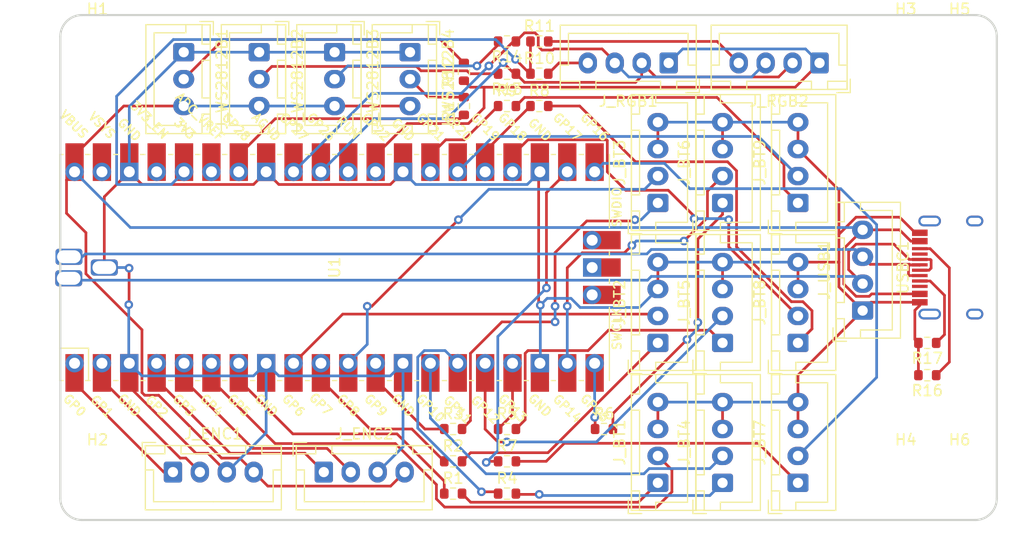
<source format=kicad_pcb>
(kicad_pcb (version 20171130) (host pcbnew "(5.1.10)-1")

  (general
    (thickness 1.6)
    (drawings 8)
    (tracks 425)
    (zones 0)
    (modules 43)
    (nets 59)
  )

  (page A4)
  (layers
    (0 F.Cu signal)
    (31 B.Cu signal)
    (32 B.Adhes user)
    (33 F.Adhes user)
    (34 B.Paste user)
    (35 F.Paste user)
    (36 B.SilkS user)
    (37 F.SilkS user)
    (38 B.Mask user)
    (39 F.Mask user)
    (40 Dwgs.User user)
    (41 Cmts.User user)
    (42 Eco1.User user)
    (43 Eco2.User user)
    (44 Edge.Cuts user)
    (45 Margin user)
    (46 B.CrtYd user)
    (47 F.CrtYd user)
    (48 B.Fab user)
    (49 F.Fab user)
  )

  (setup
    (last_trace_width 0.25)
    (trace_clearance 0.2)
    (zone_clearance 0.508)
    (zone_45_only no)
    (trace_min 0.2)
    (via_size 0.8)
    (via_drill 0.4)
    (via_min_size 0.4)
    (via_min_drill 0.3)
    (uvia_size 0.3)
    (uvia_drill 0.1)
    (uvias_allowed no)
    (uvia_min_size 0.2)
    (uvia_min_drill 0.1)
    (edge_width 0.05)
    (segment_width 0.2)
    (pcb_text_width 0.3)
    (pcb_text_size 1.5 1.5)
    (mod_edge_width 0.12)
    (mod_text_size 1 1)
    (mod_text_width 0.15)
    (pad_size 1.524 1.524)
    (pad_drill 0.762)
    (pad_to_mask_clearance 0)
    (aux_axis_origin 0 0)
    (visible_elements 7FFFFFFF)
    (pcbplotparams
      (layerselection 0x010fc_ffffffff)
      (usegerberextensions false)
      (usegerberattributes true)
      (usegerberadvancedattributes true)
      (creategerberjobfile true)
      (excludeedgelayer true)
      (linewidth 0.100000)
      (plotframeref false)
      (viasonmask false)
      (mode 1)
      (useauxorigin false)
      (hpglpennumber 1)
      (hpglpenspeed 20)
      (hpglpendiameter 15.000000)
      (psnegative false)
      (psa4output false)
      (plotreference true)
      (plotvalue true)
      (plotinvisibletext false)
      (padsonsilk false)
      (subtractmaskfromsilk false)
      (outputformat 1)
      (mirror false)
      (drillshape 1)
      (scaleselection 1)
      (outputdirectory ""))
  )

  (net 0 "")
  (net 1 GND)
  (net 2 /BT1)
  (net 3 "Net-(J_BT1-Pad1)")
  (net 4 /BT2)
  (net 5 "Net-(J_BT2-Pad1)")
  (net 6 /BT3)
  (net 7 "Net-(J_BT3-Pad1)")
  (net 8 /BT4)
  (net 9 "Net-(J_BT4-Pad1)")
  (net 10 /BT5)
  (net 11 "Net-(J_BT5-Pad1)")
  (net 12 /BT6)
  (net 13 "Net-(J_BT6-Pad1)")
  (net 14 /BT7)
  (net 15 "Net-(J_BT7-Pad1)")
  (net 16 /BT8)
  (net 17 "Net-(J_BT8-Pad1)")
  (net 18 /BT9)
  (net 19 "Net-(J_BT9-Pad1)")
  (net 20 VBUS)
  (net 21 /ENC1B)
  (net 22 /ENC1A)
  (net 23 /ENC2B)
  (net 24 /ENC2A)
  (net 25 "Net-(J_RGB1-Pad4)")
  (net 26 /RGB3)
  (net 27 /RGB2)
  (net 28 /RGB1)
  (net 29 "Net-(J_RGB2-Pad4)")
  (net 30 /USB_DN)
  (net 31 /USB_DP)
  (net 32 "Net-(J_WS2812B1-Pad2)")
  (net 33 "Net-(J_WS2812B2-Pad2)")
  (net 34 "Net-(J_WS2812B3-Pad2)")
  (net 35 "Net-(J_WS2812B4-Pad2)")
  (net 36 /BL1)
  (net 37 /BL2)
  (net 38 /BL3)
  (net 39 /BL4)
  (net 40 /BL5)
  (net 41 /BL6)
  (net 42 /BL7)
  (net 43 /BL8)
  (net 44 /BL9)
  (net 45 +3V3)
  (net 46 /RGB4)
  (net 47 "Net-(R16-Pad1)")
  (net 48 "Net-(R17-Pad1)")
  (net 49 "Net-(U1-Pad30)")
  (net 50 "Net-(U1-Pad35)")
  (net 51 "Net-(U1-Pad37)")
  (net 52 "Net-(U1-Pad39)")
  (net 53 "Net-(U1-Pad41)")
  (net 54 "Net-(U1-Pad42)")
  (net 55 "Net-(U1-Pad43)")
  (net 56 "Net-(USBC1-Pad3)")
  (net 57 "Net-(USBC1-Pad9)")
  (net 58 "Net-(USBC1-Pad13)")

  (net_class Default "This is the default net class."
    (clearance 0.2)
    (trace_width 0.25)
    (via_dia 0.8)
    (via_drill 0.4)
    (uvia_dia 0.3)
    (uvia_drill 0.1)
    (add_net /BL1)
    (add_net /BL2)
    (add_net /BL3)
    (add_net /BL4)
    (add_net /BL5)
    (add_net /BL6)
    (add_net /BL7)
    (add_net /BL8)
    (add_net /BL9)
    (add_net /BT1)
    (add_net /BT2)
    (add_net /BT3)
    (add_net /BT4)
    (add_net /BT5)
    (add_net /BT6)
    (add_net /BT7)
    (add_net /BT8)
    (add_net /BT9)
    (add_net /ENC1A)
    (add_net /ENC1B)
    (add_net /ENC2A)
    (add_net /ENC2B)
    (add_net /RGB1)
    (add_net /RGB2)
    (add_net /RGB3)
    (add_net /RGB4)
    (add_net /USB_DN)
    (add_net /USB_DP)
    (add_net "Net-(J_BT1-Pad1)")
    (add_net "Net-(J_BT2-Pad1)")
    (add_net "Net-(J_BT3-Pad1)")
    (add_net "Net-(J_BT4-Pad1)")
    (add_net "Net-(J_BT5-Pad1)")
    (add_net "Net-(J_BT6-Pad1)")
    (add_net "Net-(J_BT7-Pad1)")
    (add_net "Net-(J_BT8-Pad1)")
    (add_net "Net-(J_BT9-Pad1)")
    (add_net "Net-(J_RGB1-Pad4)")
    (add_net "Net-(J_RGB2-Pad4)")
    (add_net "Net-(J_WS2812B1-Pad2)")
    (add_net "Net-(J_WS2812B2-Pad2)")
    (add_net "Net-(J_WS2812B3-Pad2)")
    (add_net "Net-(J_WS2812B4-Pad2)")
    (add_net "Net-(R16-Pad1)")
    (add_net "Net-(R17-Pad1)")
    (add_net "Net-(U1-Pad30)")
    (add_net "Net-(U1-Pad35)")
    (add_net "Net-(U1-Pad37)")
    (add_net "Net-(U1-Pad39)")
    (add_net "Net-(U1-Pad41)")
    (add_net "Net-(U1-Pad42)")
    (add_net "Net-(U1-Pad43)")
    (add_net "Net-(USBC1-Pad13)")
    (add_net "Net-(USBC1-Pad3)")
    (add_net "Net-(USBC1-Pad9)")
  )

  (net_class Power ""
    (clearance 0.2)
    (trace_width 0.25)
    (via_dia 0.8)
    (via_drill 0.4)
    (uvia_dia 0.3)
    (uvia_drill 0.1)
    (add_net +3V3)
    (add_net GND)
    (add_net VBUS)
  )

  (module Type-C:HRO-TYPE-C-31-M-12-Assembly (layer F.Cu) (tedit 5C42C666) (tstamp 61462D0E)
    (at 194 105 90)
    (path /614552B4)
    (attr smd)
    (fp_text reference USBC1 (at 0 -9.25 90) (layer F.SilkS)
      (effects (font (size 1 1) (thickness 0.15)))
    )
    (fp_text value HRO-TYPE-C-31-M-12 (at 0 1.15 90) (layer Dwgs.User)
      (effects (font (size 1 1) (thickness 0.15)))
    )
    (fp_line (start 3.75 -8.5) (end 3.75 -7.5) (layer F.CrtYd) (width 0.15))
    (fp_line (start -3.75 -8.5) (end 3.75 -8.5) (layer F.CrtYd) (width 0.15))
    (fp_line (start -3.75 -7.5) (end -3.75 -8.5) (layer F.CrtYd) (width 0.15))
    (fp_line (start -4.5 0) (end -4.5 -7.5) (layer F.CrtYd) (width 0.15))
    (fp_line (start 4.5 0) (end -4.5 0) (layer F.CrtYd) (width 0.15))
    (fp_line (start 4.5 -7.5) (end 4.5 0) (layer F.CrtYd) (width 0.15))
    (fp_line (start 3.75 -7.5) (end 4.5 -7.5) (layer F.CrtYd) (width 0.15))
    (fp_line (start -4.5 -7.5) (end -3.75 -7.5) (layer F.CrtYd) (width 0.15))
    (fp_line (start -4.47 0) (end 4.47 0) (layer Dwgs.User) (width 0.15))
    (fp_line (start -4.47 0) (end -4.47 -7.3) (layer Dwgs.User) (width 0.15))
    (fp_line (start 4.47 0) (end 4.47 -7.3) (layer Dwgs.User) (width 0.15))
    (fp_line (start -4.47 -7.3) (end 4.47 -7.3) (layer Dwgs.User) (width 0.15))
    (fp_text user %R (at 0 -9.25 90) (layer F.Fab)
      (effects (font (size 1 1) (thickness 0.15)))
    )
    (pad 12 smd rect (at 3.225 -7.695 90) (size 0.6 1.45) (layers F.Cu F.Paste F.Mask)
      (net 1 GND))
    (pad 1 smd rect (at -3.225 -7.695 90) (size 0.6 1.45) (layers F.Cu F.Paste F.Mask)
      (net 1 GND))
    (pad 11 smd rect (at 2.45 -7.695 90) (size 0.6 1.45) (layers F.Cu F.Paste F.Mask)
      (net 20 VBUS))
    (pad 2 smd rect (at -2.45 -7.695 90) (size 0.6 1.45) (layers F.Cu F.Paste F.Mask)
      (net 20 VBUS))
    (pad 3 smd rect (at -1.75 -7.695 90) (size 0.3 1.45) (layers F.Cu F.Paste F.Mask)
      (net 56 "Net-(USBC1-Pad3)"))
    (pad 10 smd rect (at 1.75 -7.695 90) (size 0.3 1.45) (layers F.Cu F.Paste F.Mask)
      (net 47 "Net-(R16-Pad1)"))
    (pad 4 smd rect (at -1.25 -7.695 90) (size 0.3 1.45) (layers F.Cu F.Paste F.Mask)
      (net 48 "Net-(R17-Pad1)"))
    (pad 9 smd rect (at 1.25 -7.695 90) (size 0.3 1.45) (layers F.Cu F.Paste F.Mask)
      (net 57 "Net-(USBC1-Pad9)"))
    (pad 5 smd rect (at -0.75 -7.695 90) (size 0.3 1.45) (layers F.Cu F.Paste F.Mask)
      (net 30 /USB_DN))
    (pad 8 smd rect (at 0.75 -7.695 90) (size 0.3 1.45) (layers F.Cu F.Paste F.Mask)
      (net 31 /USB_DP))
    (pad 7 smd rect (at 0.25 -7.695 90) (size 0.3 1.45) (layers F.Cu F.Paste F.Mask)
      (net 30 /USB_DN))
    (pad 6 smd rect (at -0.25 -7.695 90) (size 0.3 1.45) (layers F.Cu F.Paste F.Mask)
      (net 31 /USB_DP))
    (pad "" np_thru_hole circle (at 2.89 -6.25 90) (size 0.65 0.65) (drill 0.65) (layers *.Cu *.Mask))
    (pad "" np_thru_hole circle (at -2.89 -6.25 90) (size 0.65 0.65) (drill 0.65) (layers *.Cu *.Mask))
    (pad 13 thru_hole oval (at -4.32 -6.78 90) (size 1 2.1) (drill oval 0.6 1.7) (layers *.Cu *.Mask)
      (net 58 "Net-(USBC1-Pad13)"))
    (pad 13 thru_hole oval (at 4.32 -6.78 90) (size 1 2.1) (drill oval 0.6 1.7) (layers *.Cu *.Mask)
      (net 58 "Net-(USBC1-Pad13)"))
    (pad 13 thru_hole oval (at -4.32 -2.6 90) (size 1 1.6) (drill oval 0.6 1.2) (layers *.Cu *.Mask)
      (net 58 "Net-(USBC1-Pad13)"))
    (pad 13 thru_hole oval (at 4.32 -2.6 90) (size 1 1.6) (drill oval 0.6 1.2) (layers *.Cu *.Mask)
      (net 58 "Net-(USBC1-Pad13)"))
  )

  (module Resistor_SMD:R_0603_1608Metric (layer F.Cu) (tedit 5F68FEEE) (tstamp 614618DC)
    (at 187 112 180)
    (descr "Resistor SMD 0603 (1608 Metric), square (rectangular) end terminal, IPC_7351 nominal, (Body size source: IPC-SM-782 page 72, https://www.pcb-3d.com/wordpress/wp-content/uploads/ipc-sm-782a_amendment_1_and_2.pdf), generated with kicad-footprint-generator")
    (tags resistor)
    (path /6145D608)
    (attr smd)
    (fp_text reference R17 (at 0 -1.43) (layer F.SilkS)
      (effects (font (size 1 1) (thickness 0.15)))
    )
    (fp_text value 5K1 (at 0 1.43) (layer F.Fab)
      (effects (font (size 1 1) (thickness 0.15)))
    )
    (fp_line (start 1.48 0.73) (end -1.48 0.73) (layer F.CrtYd) (width 0.05))
    (fp_line (start 1.48 -0.73) (end 1.48 0.73) (layer F.CrtYd) (width 0.05))
    (fp_line (start -1.48 -0.73) (end 1.48 -0.73) (layer F.CrtYd) (width 0.05))
    (fp_line (start -1.48 0.73) (end -1.48 -0.73) (layer F.CrtYd) (width 0.05))
    (fp_line (start -0.237258 0.5225) (end 0.237258 0.5225) (layer F.SilkS) (width 0.12))
    (fp_line (start -0.237258 -0.5225) (end 0.237258 -0.5225) (layer F.SilkS) (width 0.12))
    (fp_line (start 0.8 0.4125) (end -0.8 0.4125) (layer F.Fab) (width 0.1))
    (fp_line (start 0.8 -0.4125) (end 0.8 0.4125) (layer F.Fab) (width 0.1))
    (fp_line (start -0.8 -0.4125) (end 0.8 -0.4125) (layer F.Fab) (width 0.1))
    (fp_line (start -0.8 0.4125) (end -0.8 -0.4125) (layer F.Fab) (width 0.1))
    (fp_text user %R (at 0 0) (layer F.Fab)
      (effects (font (size 0.4 0.4) (thickness 0.06)))
    )
    (pad 2 smd roundrect (at 0.825 0 180) (size 0.8 0.95) (layers F.Cu F.Paste F.Mask) (roundrect_rratio 0.25)
      (net 1 GND))
    (pad 1 smd roundrect (at -0.825 0 180) (size 0.8 0.95) (layers F.Cu F.Paste F.Mask) (roundrect_rratio 0.25)
      (net 48 "Net-(R17-Pad1)"))
    (model ${KISYS3DMOD}/Resistor_SMD.3dshapes/R_0603_1608Metric.wrl
      (at (xyz 0 0 0))
      (scale (xyz 1 1 1))
      (rotate (xyz 0 0 0))
    )
  )

  (module Resistor_SMD:R_0603_1608Metric (layer F.Cu) (tedit 5F68FEEE) (tstamp 6146191E)
    (at 187 115 180)
    (descr "Resistor SMD 0603 (1608 Metric), square (rectangular) end terminal, IPC_7351 nominal, (Body size source: IPC-SM-782 page 72, https://www.pcb-3d.com/wordpress/wp-content/uploads/ipc-sm-782a_amendment_1_and_2.pdf), generated with kicad-footprint-generator")
    (tags resistor)
    (path /6145C1AE)
    (attr smd)
    (fp_text reference R16 (at 0 -1.43) (layer F.SilkS)
      (effects (font (size 1 1) (thickness 0.15)))
    )
    (fp_text value 5K1 (at 0 1.43) (layer F.Fab)
      (effects (font (size 1 1) (thickness 0.15)))
    )
    (fp_line (start 1.48 0.73) (end -1.48 0.73) (layer F.CrtYd) (width 0.05))
    (fp_line (start 1.48 -0.73) (end 1.48 0.73) (layer F.CrtYd) (width 0.05))
    (fp_line (start -1.48 -0.73) (end 1.48 -0.73) (layer F.CrtYd) (width 0.05))
    (fp_line (start -1.48 0.73) (end -1.48 -0.73) (layer F.CrtYd) (width 0.05))
    (fp_line (start -0.237258 0.5225) (end 0.237258 0.5225) (layer F.SilkS) (width 0.12))
    (fp_line (start -0.237258 -0.5225) (end 0.237258 -0.5225) (layer F.SilkS) (width 0.12))
    (fp_line (start 0.8 0.4125) (end -0.8 0.4125) (layer F.Fab) (width 0.1))
    (fp_line (start 0.8 -0.4125) (end 0.8 0.4125) (layer F.Fab) (width 0.1))
    (fp_line (start -0.8 -0.4125) (end 0.8 -0.4125) (layer F.Fab) (width 0.1))
    (fp_line (start -0.8 0.4125) (end -0.8 -0.4125) (layer F.Fab) (width 0.1))
    (fp_text user %R (at 0 0) (layer F.Fab)
      (effects (font (size 0.4 0.4) (thickness 0.06)))
    )
    (pad 2 smd roundrect (at 0.825 0 180) (size 0.8 0.95) (layers F.Cu F.Paste F.Mask) (roundrect_rratio 0.25)
      (net 1 GND))
    (pad 1 smd roundrect (at -0.825 0 180) (size 0.8 0.95) (layers F.Cu F.Paste F.Mask) (roundrect_rratio 0.25)
      (net 47 "Net-(R16-Pad1)"))
    (model ${KISYS3DMOD}/Resistor_SMD.3dshapes/R_0603_1608Metric.wrl
      (at (xyz 0 0 0))
      (scale (xyz 1 1 1))
      (rotate (xyz 0 0 0))
    )
  )

  (module Resistor_SMD:R_0603_1608Metric (layer F.Cu) (tedit 5F68FEEE) (tstamp 61461960)
    (at 144 90 90)
    (descr "Resistor SMD 0603 (1608 Metric), square (rectangular) end terminal, IPC_7351 nominal, (Body size source: IPC-SM-782 page 72, https://www.pcb-3d.com/wordpress/wp-content/uploads/ipc-sm-782a_amendment_1_and_2.pdf), generated with kicad-footprint-generator")
    (tags resistor)
    (path /6177370A)
    (attr smd)
    (fp_text reference R15 (at 0 -1.43 90) (layer F.SilkS)
      (effects (font (size 1 1) (thickness 0.15)))
    )
    (fp_text value 120R (at 0 1.43 90) (layer F.Fab)
      (effects (font (size 1 1) (thickness 0.15)))
    )
    (fp_line (start 1.48 0.73) (end -1.48 0.73) (layer F.CrtYd) (width 0.05))
    (fp_line (start 1.48 -0.73) (end 1.48 0.73) (layer F.CrtYd) (width 0.05))
    (fp_line (start -1.48 -0.73) (end 1.48 -0.73) (layer F.CrtYd) (width 0.05))
    (fp_line (start -1.48 0.73) (end -1.48 -0.73) (layer F.CrtYd) (width 0.05))
    (fp_line (start -0.237258 0.5225) (end 0.237258 0.5225) (layer F.SilkS) (width 0.12))
    (fp_line (start -0.237258 -0.5225) (end 0.237258 -0.5225) (layer F.SilkS) (width 0.12))
    (fp_line (start 0.8 0.4125) (end -0.8 0.4125) (layer F.Fab) (width 0.1))
    (fp_line (start 0.8 -0.4125) (end 0.8 0.4125) (layer F.Fab) (width 0.1))
    (fp_line (start -0.8 -0.4125) (end 0.8 -0.4125) (layer F.Fab) (width 0.1))
    (fp_line (start -0.8 0.4125) (end -0.8 -0.4125) (layer F.Fab) (width 0.1))
    (fp_text user %R (at 0 0 90) (layer F.Fab)
      (effects (font (size 0.4 0.4) (thickness 0.06)))
    )
    (pad 2 smd roundrect (at 0.825 0 90) (size 0.8 0.95) (layers F.Cu F.Paste F.Mask) (roundrect_rratio 0.25)
      (net 35 "Net-(J_WS2812B4-Pad2)"))
    (pad 1 smd roundrect (at -0.825 0 90) (size 0.8 0.95) (layers F.Cu F.Paste F.Mask) (roundrect_rratio 0.25)
      (net 46 /RGB4))
    (model ${KISYS3DMOD}/Resistor_SMD.3dshapes/R_0603_1608Metric.wrl
      (at (xyz 0 0 0))
      (scale (xyz 1 1 1))
      (rotate (xyz 0 0 0))
    )
  )

  (module Resistor_SMD:R_0603_1608Metric (layer F.Cu) (tedit 5F68FEEE) (tstamp 61461A26)
    (at 148 84 180)
    (descr "Resistor SMD 0603 (1608 Metric), square (rectangular) end terminal, IPC_7351 nominal, (Body size source: IPC-SM-782 page 72, https://www.pcb-3d.com/wordpress/wp-content/uploads/ipc-sm-782a_amendment_1_and_2.pdf), generated with kicad-footprint-generator")
    (tags resistor)
    (path /6176B36A)
    (attr smd)
    (fp_text reference R14 (at 0 -1.43) (layer F.SilkS)
      (effects (font (size 1 1) (thickness 0.15)))
    )
    (fp_text value 120R (at 0 1.43) (layer F.Fab)
      (effects (font (size 1 1) (thickness 0.15)))
    )
    (fp_line (start 1.48 0.73) (end -1.48 0.73) (layer F.CrtYd) (width 0.05))
    (fp_line (start 1.48 -0.73) (end 1.48 0.73) (layer F.CrtYd) (width 0.05))
    (fp_line (start -1.48 -0.73) (end 1.48 -0.73) (layer F.CrtYd) (width 0.05))
    (fp_line (start -1.48 0.73) (end -1.48 -0.73) (layer F.CrtYd) (width 0.05))
    (fp_line (start -0.237258 0.5225) (end 0.237258 0.5225) (layer F.SilkS) (width 0.12))
    (fp_line (start -0.237258 -0.5225) (end 0.237258 -0.5225) (layer F.SilkS) (width 0.12))
    (fp_line (start 0.8 0.4125) (end -0.8 0.4125) (layer F.Fab) (width 0.1))
    (fp_line (start 0.8 -0.4125) (end 0.8 0.4125) (layer F.Fab) (width 0.1))
    (fp_line (start -0.8 -0.4125) (end 0.8 -0.4125) (layer F.Fab) (width 0.1))
    (fp_line (start -0.8 0.4125) (end -0.8 -0.4125) (layer F.Fab) (width 0.1))
    (fp_text user %R (at 0 0) (layer F.Fab)
      (effects (font (size 0.4 0.4) (thickness 0.06)))
    )
    (pad 2 smd roundrect (at 0.825 0 180) (size 0.8 0.95) (layers F.Cu F.Paste F.Mask) (roundrect_rratio 0.25)
      (net 34 "Net-(J_WS2812B3-Pad2)"))
    (pad 1 smd roundrect (at -0.825 0 180) (size 0.8 0.95) (layers F.Cu F.Paste F.Mask) (roundrect_rratio 0.25)
      (net 26 /RGB3))
    (model ${KISYS3DMOD}/Resistor_SMD.3dshapes/R_0603_1608Metric.wrl
      (at (xyz 0 0 0))
      (scale (xyz 1 1 1))
      (rotate (xyz 0 0 0))
    )
  )

  (module Resistor_SMD:R_0603_1608Metric (layer F.Cu) (tedit 5F68FEEE) (tstamp 614619E4)
    (at 148 87 180)
    (descr "Resistor SMD 0603 (1608 Metric), square (rectangular) end terminal, IPC_7351 nominal, (Body size source: IPC-SM-782 page 72, https://www.pcb-3d.com/wordpress/wp-content/uploads/ipc-sm-782a_amendment_1_and_2.pdf), generated with kicad-footprint-generator")
    (tags resistor)
    (path /61762F67)
    (attr smd)
    (fp_text reference R13 (at 0 -1.43) (layer F.SilkS)
      (effects (font (size 1 1) (thickness 0.15)))
    )
    (fp_text value 120R (at 0 1.43) (layer F.Fab)
      (effects (font (size 1 1) (thickness 0.15)))
    )
    (fp_line (start 1.48 0.73) (end -1.48 0.73) (layer F.CrtYd) (width 0.05))
    (fp_line (start 1.48 -0.73) (end 1.48 0.73) (layer F.CrtYd) (width 0.05))
    (fp_line (start -1.48 -0.73) (end 1.48 -0.73) (layer F.CrtYd) (width 0.05))
    (fp_line (start -1.48 0.73) (end -1.48 -0.73) (layer F.CrtYd) (width 0.05))
    (fp_line (start -0.237258 0.5225) (end 0.237258 0.5225) (layer F.SilkS) (width 0.12))
    (fp_line (start -0.237258 -0.5225) (end 0.237258 -0.5225) (layer F.SilkS) (width 0.12))
    (fp_line (start 0.8 0.4125) (end -0.8 0.4125) (layer F.Fab) (width 0.1))
    (fp_line (start 0.8 -0.4125) (end 0.8 0.4125) (layer F.Fab) (width 0.1))
    (fp_line (start -0.8 -0.4125) (end 0.8 -0.4125) (layer F.Fab) (width 0.1))
    (fp_line (start -0.8 0.4125) (end -0.8 -0.4125) (layer F.Fab) (width 0.1))
    (fp_text user %R (at 0 0) (layer F.Fab)
      (effects (font (size 0.4 0.4) (thickness 0.06)))
    )
    (pad 2 smd roundrect (at 0.825 0 180) (size 0.8 0.95) (layers F.Cu F.Paste F.Mask) (roundrect_rratio 0.25)
      (net 33 "Net-(J_WS2812B2-Pad2)"))
    (pad 1 smd roundrect (at -0.825 0 180) (size 0.8 0.95) (layers F.Cu F.Paste F.Mask) (roundrect_rratio 0.25)
      (net 27 /RGB2))
    (model ${KISYS3DMOD}/Resistor_SMD.3dshapes/R_0603_1608Metric.wrl
      (at (xyz 0 0 0))
      (scale (xyz 1 1 1))
      (rotate (xyz 0 0 0))
    )
  )

  (module Resistor_SMD:R_0603_1608Metric (layer F.Cu) (tedit 5F68FEEE) (tstamp 614619A2)
    (at 144 86.825 90)
    (descr "Resistor SMD 0603 (1608 Metric), square (rectangular) end terminal, IPC_7351 nominal, (Body size source: IPC-SM-782 page 72, https://www.pcb-3d.com/wordpress/wp-content/uploads/ipc-sm-782a_amendment_1_and_2.pdf), generated with kicad-footprint-generator")
    (tags resistor)
    (path /617242D0)
    (attr smd)
    (fp_text reference R12 (at 0 -1.43 90) (layer F.SilkS)
      (effects (font (size 1 1) (thickness 0.15)))
    )
    (fp_text value 120R (at 0 1.43 90) (layer F.Fab)
      (effects (font (size 1 1) (thickness 0.15)))
    )
    (fp_line (start 1.48 0.73) (end -1.48 0.73) (layer F.CrtYd) (width 0.05))
    (fp_line (start 1.48 -0.73) (end 1.48 0.73) (layer F.CrtYd) (width 0.05))
    (fp_line (start -1.48 -0.73) (end 1.48 -0.73) (layer F.CrtYd) (width 0.05))
    (fp_line (start -1.48 0.73) (end -1.48 -0.73) (layer F.CrtYd) (width 0.05))
    (fp_line (start -0.237258 0.5225) (end 0.237258 0.5225) (layer F.SilkS) (width 0.12))
    (fp_line (start -0.237258 -0.5225) (end 0.237258 -0.5225) (layer F.SilkS) (width 0.12))
    (fp_line (start 0.8 0.4125) (end -0.8 0.4125) (layer F.Fab) (width 0.1))
    (fp_line (start 0.8 -0.4125) (end 0.8 0.4125) (layer F.Fab) (width 0.1))
    (fp_line (start -0.8 -0.4125) (end 0.8 -0.4125) (layer F.Fab) (width 0.1))
    (fp_line (start -0.8 0.4125) (end -0.8 -0.4125) (layer F.Fab) (width 0.1))
    (fp_text user %R (at 0 0 90) (layer F.Fab)
      (effects (font (size 0.4 0.4) (thickness 0.06)))
    )
    (pad 2 smd roundrect (at 0.825 0 90) (size 0.8 0.95) (layers F.Cu F.Paste F.Mask) (roundrect_rratio 0.25)
      (net 32 "Net-(J_WS2812B1-Pad2)"))
    (pad 1 smd roundrect (at -0.825 0 90) (size 0.8 0.95) (layers F.Cu F.Paste F.Mask) (roundrect_rratio 0.25)
      (net 28 /RGB1))
    (model ${KISYS3DMOD}/Resistor_SMD.3dshapes/R_0603_1608Metric.wrl
      (at (xyz 0 0 0))
      (scale (xyz 1 1 1))
      (rotate (xyz 0 0 0))
    )
  )

  (module Resistor_SMD:R_0603_1608Metric (layer F.Cu) (tedit 5F68FEEE) (tstamp 61461AB3)
    (at 151 84)
    (descr "Resistor SMD 0603 (1608 Metric), square (rectangular) end terminal, IPC_7351 nominal, (Body size source: IPC-SM-782 page 72, https://www.pcb-3d.com/wordpress/wp-content/uploads/ipc-sm-782a_amendment_1_and_2.pdf), generated with kicad-footprint-generator")
    (tags resistor)
    (path /617166C3)
    (attr smd)
    (fp_text reference R11 (at 0 -1.43) (layer F.SilkS)
      (effects (font (size 1 1) (thickness 0.15)))
    )
    (fp_text value 120R (at 0 1.43) (layer F.Fab)
      (effects (font (size 1 1) (thickness 0.15)))
    )
    (fp_line (start 1.48 0.73) (end -1.48 0.73) (layer F.CrtYd) (width 0.05))
    (fp_line (start 1.48 -0.73) (end 1.48 0.73) (layer F.CrtYd) (width 0.05))
    (fp_line (start -1.48 -0.73) (end 1.48 -0.73) (layer F.CrtYd) (width 0.05))
    (fp_line (start -1.48 0.73) (end -1.48 -0.73) (layer F.CrtYd) (width 0.05))
    (fp_line (start -0.237258 0.5225) (end 0.237258 0.5225) (layer F.SilkS) (width 0.12))
    (fp_line (start -0.237258 -0.5225) (end 0.237258 -0.5225) (layer F.SilkS) (width 0.12))
    (fp_line (start 0.8 0.4125) (end -0.8 0.4125) (layer F.Fab) (width 0.1))
    (fp_line (start 0.8 -0.4125) (end 0.8 0.4125) (layer F.Fab) (width 0.1))
    (fp_line (start -0.8 -0.4125) (end 0.8 -0.4125) (layer F.Fab) (width 0.1))
    (fp_line (start -0.8 0.4125) (end -0.8 -0.4125) (layer F.Fab) (width 0.1))
    (fp_text user %R (at 0 0) (layer F.Fab)
      (effects (font (size 0.4 0.4) (thickness 0.06)))
    )
    (pad 2 smd roundrect (at 0.825 0) (size 0.8 0.95) (layers F.Cu F.Paste F.Mask) (roundrect_rratio 0.25)
      (net 29 "Net-(J_RGB2-Pad4)"))
    (pad 1 smd roundrect (at -0.825 0) (size 0.8 0.95) (layers F.Cu F.Paste F.Mask) (roundrect_rratio 0.25)
      (net 45 +3V3))
    (model ${KISYS3DMOD}/Resistor_SMD.3dshapes/R_0603_1608Metric.wrl
      (at (xyz 0 0 0))
      (scale (xyz 1 1 1))
      (rotate (xyz 0 0 0))
    )
  )

  (module Resistor_SMD:R_0603_1608Metric (layer F.Cu) (tedit 5F68FEEE) (tstamp 61461AF5)
    (at 151 87)
    (descr "Resistor SMD 0603 (1608 Metric), square (rectangular) end terminal, IPC_7351 nominal, (Body size source: IPC-SM-782 page 72, https://www.pcb-3d.com/wordpress/wp-content/uploads/ipc-sm-782a_amendment_1_and_2.pdf), generated with kicad-footprint-generator")
    (tags resistor)
    (path /61700493)
    (attr smd)
    (fp_text reference R10 (at 0 -1.43) (layer F.SilkS)
      (effects (font (size 1 1) (thickness 0.15)))
    )
    (fp_text value 120R (at 0 1.43) (layer F.Fab)
      (effects (font (size 1 1) (thickness 0.15)))
    )
    (fp_line (start 1.48 0.73) (end -1.48 0.73) (layer F.CrtYd) (width 0.05))
    (fp_line (start 1.48 -0.73) (end 1.48 0.73) (layer F.CrtYd) (width 0.05))
    (fp_line (start -1.48 -0.73) (end 1.48 -0.73) (layer F.CrtYd) (width 0.05))
    (fp_line (start -1.48 0.73) (end -1.48 -0.73) (layer F.CrtYd) (width 0.05))
    (fp_line (start -0.237258 0.5225) (end 0.237258 0.5225) (layer F.SilkS) (width 0.12))
    (fp_line (start -0.237258 -0.5225) (end 0.237258 -0.5225) (layer F.SilkS) (width 0.12))
    (fp_line (start 0.8 0.4125) (end -0.8 0.4125) (layer F.Fab) (width 0.1))
    (fp_line (start 0.8 -0.4125) (end 0.8 0.4125) (layer F.Fab) (width 0.1))
    (fp_line (start -0.8 -0.4125) (end 0.8 -0.4125) (layer F.Fab) (width 0.1))
    (fp_line (start -0.8 0.4125) (end -0.8 -0.4125) (layer F.Fab) (width 0.1))
    (fp_text user %R (at 0 0) (layer F.Fab)
      (effects (font (size 0.4 0.4) (thickness 0.06)))
    )
    (pad 2 smd roundrect (at 0.825 0) (size 0.8 0.95) (layers F.Cu F.Paste F.Mask) (roundrect_rratio 0.25)
      (net 25 "Net-(J_RGB1-Pad4)"))
    (pad 1 smd roundrect (at -0.825 0) (size 0.8 0.95) (layers F.Cu F.Paste F.Mask) (roundrect_rratio 0.25)
      (net 45 +3V3))
    (model ${KISYS3DMOD}/Resistor_SMD.3dshapes/R_0603_1608Metric.wrl
      (at (xyz 0 0 0))
      (scale (xyz 1 1 1))
      (rotate (xyz 0 0 0))
    )
  )

  (module Resistor_SMD:R_0603_1608Metric (layer F.Cu) (tedit 5F68FEEE) (tstamp 61461D8C)
    (at 148 90)
    (descr "Resistor SMD 0603 (1608 Metric), square (rectangular) end terminal, IPC_7351 nominal, (Body size source: IPC-SM-782 page 72, https://www.pcb-3d.com/wordpress/wp-content/uploads/ipc-sm-782a_amendment_1_and_2.pdf), generated with kicad-footprint-generator")
    (tags resistor)
    (path /616A5138)
    (attr smd)
    (fp_text reference R9 (at 0 -1.43) (layer F.SilkS)
      (effects (font (size 1 1) (thickness 0.15)))
    )
    (fp_text value 120R (at 0 1.43) (layer F.Fab)
      (effects (font (size 1 1) (thickness 0.15)))
    )
    (fp_line (start 1.48 0.73) (end -1.48 0.73) (layer F.CrtYd) (width 0.05))
    (fp_line (start 1.48 -0.73) (end 1.48 0.73) (layer F.CrtYd) (width 0.05))
    (fp_line (start -1.48 -0.73) (end 1.48 -0.73) (layer F.CrtYd) (width 0.05))
    (fp_line (start -1.48 0.73) (end -1.48 -0.73) (layer F.CrtYd) (width 0.05))
    (fp_line (start -0.237258 0.5225) (end 0.237258 0.5225) (layer F.SilkS) (width 0.12))
    (fp_line (start -0.237258 -0.5225) (end 0.237258 -0.5225) (layer F.SilkS) (width 0.12))
    (fp_line (start 0.8 0.4125) (end -0.8 0.4125) (layer F.Fab) (width 0.1))
    (fp_line (start 0.8 -0.4125) (end 0.8 0.4125) (layer F.Fab) (width 0.1))
    (fp_line (start -0.8 -0.4125) (end 0.8 -0.4125) (layer F.Fab) (width 0.1))
    (fp_line (start -0.8 0.4125) (end -0.8 -0.4125) (layer F.Fab) (width 0.1))
    (fp_text user %R (at 0 0) (layer F.Fab)
      (effects (font (size 0.4 0.4) (thickness 0.06)))
    )
    (pad 2 smd roundrect (at 0.825 0) (size 0.8 0.95) (layers F.Cu F.Paste F.Mask) (roundrect_rratio 0.25)
      (net 19 "Net-(J_BT9-Pad1)"))
    (pad 1 smd roundrect (at -0.825 0) (size 0.8 0.95) (layers F.Cu F.Paste F.Mask) (roundrect_rratio 0.25)
      (net 44 /BL9))
    (model ${KISYS3DMOD}/Resistor_SMD.3dshapes/R_0603_1608Metric.wrl
      (at (xyz 0 0 0))
      (scale (xyz 1 1 1))
      (rotate (xyz 0 0 0))
    )
  )

  (module Resistor_SMD:R_0603_1608Metric (layer F.Cu) (tedit 5F68FEEE) (tstamp 61461DCE)
    (at 151 90)
    (descr "Resistor SMD 0603 (1608 Metric), square (rectangular) end terminal, IPC_7351 nominal, (Body size source: IPC-SM-782 page 72, https://www.pcb-3d.com/wordpress/wp-content/uploads/ipc-sm-782a_amendment_1_and_2.pdf), generated with kicad-footprint-generator")
    (tags resistor)
    (path /6169F458)
    (attr smd)
    (fp_text reference R8 (at 0 -1.43) (layer F.SilkS)
      (effects (font (size 1 1) (thickness 0.15)))
    )
    (fp_text value 120R (at 0 1.43) (layer F.Fab)
      (effects (font (size 1 1) (thickness 0.15)))
    )
    (fp_line (start 1.48 0.73) (end -1.48 0.73) (layer F.CrtYd) (width 0.05))
    (fp_line (start 1.48 -0.73) (end 1.48 0.73) (layer F.CrtYd) (width 0.05))
    (fp_line (start -1.48 -0.73) (end 1.48 -0.73) (layer F.CrtYd) (width 0.05))
    (fp_line (start -1.48 0.73) (end -1.48 -0.73) (layer F.CrtYd) (width 0.05))
    (fp_line (start -0.237258 0.5225) (end 0.237258 0.5225) (layer F.SilkS) (width 0.12))
    (fp_line (start -0.237258 -0.5225) (end 0.237258 -0.5225) (layer F.SilkS) (width 0.12))
    (fp_line (start 0.8 0.4125) (end -0.8 0.4125) (layer F.Fab) (width 0.1))
    (fp_line (start 0.8 -0.4125) (end 0.8 0.4125) (layer F.Fab) (width 0.1))
    (fp_line (start -0.8 -0.4125) (end 0.8 -0.4125) (layer F.Fab) (width 0.1))
    (fp_line (start -0.8 0.4125) (end -0.8 -0.4125) (layer F.Fab) (width 0.1))
    (fp_text user %R (at 0 0) (layer F.Fab)
      (effects (font (size 0.4 0.4) (thickness 0.06)))
    )
    (pad 2 smd roundrect (at 0.825 0) (size 0.8 0.95) (layers F.Cu F.Paste F.Mask) (roundrect_rratio 0.25)
      (net 17 "Net-(J_BT8-Pad1)"))
    (pad 1 smd roundrect (at -0.825 0) (size 0.8 0.95) (layers F.Cu F.Paste F.Mask) (roundrect_rratio 0.25)
      (net 43 /BL8))
    (model ${KISYS3DMOD}/Resistor_SMD.3dshapes/R_0603_1608Metric.wrl
      (at (xyz 0 0 0))
      (scale (xyz 1 1 1))
      (rotate (xyz 0 0 0))
    )
  )

  (module Resistor_SMD:R_0603_1608Metric (layer F.Cu) (tedit 5F68FEEE) (tstamp 61461E10)
    (at 148 123)
    (descr "Resistor SMD 0603 (1608 Metric), square (rectangular) end terminal, IPC_7351 nominal, (Body size source: IPC-SM-782 page 72, https://www.pcb-3d.com/wordpress/wp-content/uploads/ipc-sm-782a_amendment_1_and_2.pdf), generated with kicad-footprint-generator")
    (tags resistor)
    (path /61699A90)
    (attr smd)
    (fp_text reference R7 (at 0 -1.43) (layer F.SilkS)
      (effects (font (size 1 1) (thickness 0.15)))
    )
    (fp_text value 120R (at 0 1.43) (layer F.Fab)
      (effects (font (size 1 1) (thickness 0.15)))
    )
    (fp_line (start 1.48 0.73) (end -1.48 0.73) (layer F.CrtYd) (width 0.05))
    (fp_line (start 1.48 -0.73) (end 1.48 0.73) (layer F.CrtYd) (width 0.05))
    (fp_line (start -1.48 -0.73) (end 1.48 -0.73) (layer F.CrtYd) (width 0.05))
    (fp_line (start -1.48 0.73) (end -1.48 -0.73) (layer F.CrtYd) (width 0.05))
    (fp_line (start -0.237258 0.5225) (end 0.237258 0.5225) (layer F.SilkS) (width 0.12))
    (fp_line (start -0.237258 -0.5225) (end 0.237258 -0.5225) (layer F.SilkS) (width 0.12))
    (fp_line (start 0.8 0.4125) (end -0.8 0.4125) (layer F.Fab) (width 0.1))
    (fp_line (start 0.8 -0.4125) (end 0.8 0.4125) (layer F.Fab) (width 0.1))
    (fp_line (start -0.8 -0.4125) (end 0.8 -0.4125) (layer F.Fab) (width 0.1))
    (fp_line (start -0.8 0.4125) (end -0.8 -0.4125) (layer F.Fab) (width 0.1))
    (fp_text user %R (at 0 0) (layer F.Fab)
      (effects (font (size 0.4 0.4) (thickness 0.06)))
    )
    (pad 2 smd roundrect (at 0.825 0) (size 0.8 0.95) (layers F.Cu F.Paste F.Mask) (roundrect_rratio 0.25)
      (net 15 "Net-(J_BT7-Pad1)"))
    (pad 1 smd roundrect (at -0.825 0) (size 0.8 0.95) (layers F.Cu F.Paste F.Mask) (roundrect_rratio 0.25)
      (net 42 /BL7))
    (model ${KISYS3DMOD}/Resistor_SMD.3dshapes/R_0603_1608Metric.wrl
      (at (xyz 0 0 0))
      (scale (xyz 1 1 1))
      (rotate (xyz 0 0 0))
    )
  )

  (module Resistor_SMD:R_0603_1608Metric (layer F.Cu) (tedit 5F68FEEE) (tstamp 61461E52)
    (at 157 120)
    (descr "Resistor SMD 0603 (1608 Metric), square (rectangular) end terminal, IPC_7351 nominal, (Body size source: IPC-SM-782 page 72, https://www.pcb-3d.com/wordpress/wp-content/uploads/ipc-sm-782a_amendment_1_and_2.pdf), generated with kicad-footprint-generator")
    (tags resistor)
    (path /616943AA)
    (attr smd)
    (fp_text reference R6 (at 0 -1.43) (layer F.SilkS)
      (effects (font (size 1 1) (thickness 0.15)))
    )
    (fp_text value 120R (at 0 1.43) (layer F.Fab)
      (effects (font (size 1 1) (thickness 0.15)))
    )
    (fp_line (start 1.48 0.73) (end -1.48 0.73) (layer F.CrtYd) (width 0.05))
    (fp_line (start 1.48 -0.73) (end 1.48 0.73) (layer F.CrtYd) (width 0.05))
    (fp_line (start -1.48 -0.73) (end 1.48 -0.73) (layer F.CrtYd) (width 0.05))
    (fp_line (start -1.48 0.73) (end -1.48 -0.73) (layer F.CrtYd) (width 0.05))
    (fp_line (start -0.237258 0.5225) (end 0.237258 0.5225) (layer F.SilkS) (width 0.12))
    (fp_line (start -0.237258 -0.5225) (end 0.237258 -0.5225) (layer F.SilkS) (width 0.12))
    (fp_line (start 0.8 0.4125) (end -0.8 0.4125) (layer F.Fab) (width 0.1))
    (fp_line (start 0.8 -0.4125) (end 0.8 0.4125) (layer F.Fab) (width 0.1))
    (fp_line (start -0.8 -0.4125) (end 0.8 -0.4125) (layer F.Fab) (width 0.1))
    (fp_line (start -0.8 0.4125) (end -0.8 -0.4125) (layer F.Fab) (width 0.1))
    (fp_text user %R (at 0 0) (layer F.Fab)
      (effects (font (size 0.4 0.4) (thickness 0.06)))
    )
    (pad 2 smd roundrect (at 0.825 0) (size 0.8 0.95) (layers F.Cu F.Paste F.Mask) (roundrect_rratio 0.25)
      (net 13 "Net-(J_BT6-Pad1)"))
    (pad 1 smd roundrect (at -0.825 0) (size 0.8 0.95) (layers F.Cu F.Paste F.Mask) (roundrect_rratio 0.25)
      (net 41 /BL6))
    (model ${KISYS3DMOD}/Resistor_SMD.3dshapes/R_0603_1608Metric.wrl
      (at (xyz 0 0 0))
      (scale (xyz 1 1 1))
      (rotate (xyz 0 0 0))
    )
  )

  (module Resistor_SMD:R_0603_1608Metric (layer F.Cu) (tedit 5F68FEEE) (tstamp 61461E94)
    (at 148 120)
    (descr "Resistor SMD 0603 (1608 Metric), square (rectangular) end terminal, IPC_7351 nominal, (Body size source: IPC-SM-782 page 72, https://www.pcb-3d.com/wordpress/wp-content/uploads/ipc-sm-782a_amendment_1_and_2.pdf), generated with kicad-footprint-generator")
    (tags resistor)
    (path /6168F3D6)
    (attr smd)
    (fp_text reference R5 (at 0 -1.43) (layer F.SilkS)
      (effects (font (size 1 1) (thickness 0.15)))
    )
    (fp_text value 120R (at 0 1.43) (layer F.Fab)
      (effects (font (size 1 1) (thickness 0.15)))
    )
    (fp_line (start 1.48 0.73) (end -1.48 0.73) (layer F.CrtYd) (width 0.05))
    (fp_line (start 1.48 -0.73) (end 1.48 0.73) (layer F.CrtYd) (width 0.05))
    (fp_line (start -1.48 -0.73) (end 1.48 -0.73) (layer F.CrtYd) (width 0.05))
    (fp_line (start -1.48 0.73) (end -1.48 -0.73) (layer F.CrtYd) (width 0.05))
    (fp_line (start -0.237258 0.5225) (end 0.237258 0.5225) (layer F.SilkS) (width 0.12))
    (fp_line (start -0.237258 -0.5225) (end 0.237258 -0.5225) (layer F.SilkS) (width 0.12))
    (fp_line (start 0.8 0.4125) (end -0.8 0.4125) (layer F.Fab) (width 0.1))
    (fp_line (start 0.8 -0.4125) (end 0.8 0.4125) (layer F.Fab) (width 0.1))
    (fp_line (start -0.8 -0.4125) (end 0.8 -0.4125) (layer F.Fab) (width 0.1))
    (fp_line (start -0.8 0.4125) (end -0.8 -0.4125) (layer F.Fab) (width 0.1))
    (fp_text user %R (at 0 0) (layer F.Fab)
      (effects (font (size 0.4 0.4) (thickness 0.06)))
    )
    (pad 2 smd roundrect (at 0.825 0) (size 0.8 0.95) (layers F.Cu F.Paste F.Mask) (roundrect_rratio 0.25)
      (net 11 "Net-(J_BT5-Pad1)"))
    (pad 1 smd roundrect (at -0.825 0) (size 0.8 0.95) (layers F.Cu F.Paste F.Mask) (roundrect_rratio 0.25)
      (net 40 /BL5))
    (model ${KISYS3DMOD}/Resistor_SMD.3dshapes/R_0603_1608Metric.wrl
      (at (xyz 0 0 0))
      (scale (xyz 1 1 1))
      (rotate (xyz 0 0 0))
    )
  )

  (module Resistor_SMD:R_0603_1608Metric (layer F.Cu) (tedit 5F68FEEE) (tstamp 61461ED6)
    (at 148 126)
    (descr "Resistor SMD 0603 (1608 Metric), square (rectangular) end terminal, IPC_7351 nominal, (Body size source: IPC-SM-782 page 72, https://www.pcb-3d.com/wordpress/wp-content/uploads/ipc-sm-782a_amendment_1_and_2.pdf), generated with kicad-footprint-generator")
    (tags resistor)
    (path /6168A311)
    (attr smd)
    (fp_text reference R4 (at 0 -1.43) (layer F.SilkS)
      (effects (font (size 1 1) (thickness 0.15)))
    )
    (fp_text value 120R (at 0 1.43) (layer F.Fab)
      (effects (font (size 1 1) (thickness 0.15)))
    )
    (fp_line (start 1.48 0.73) (end -1.48 0.73) (layer F.CrtYd) (width 0.05))
    (fp_line (start 1.48 -0.73) (end 1.48 0.73) (layer F.CrtYd) (width 0.05))
    (fp_line (start -1.48 -0.73) (end 1.48 -0.73) (layer F.CrtYd) (width 0.05))
    (fp_line (start -1.48 0.73) (end -1.48 -0.73) (layer F.CrtYd) (width 0.05))
    (fp_line (start -0.237258 0.5225) (end 0.237258 0.5225) (layer F.SilkS) (width 0.12))
    (fp_line (start -0.237258 -0.5225) (end 0.237258 -0.5225) (layer F.SilkS) (width 0.12))
    (fp_line (start 0.8 0.4125) (end -0.8 0.4125) (layer F.Fab) (width 0.1))
    (fp_line (start 0.8 -0.4125) (end 0.8 0.4125) (layer F.Fab) (width 0.1))
    (fp_line (start -0.8 -0.4125) (end 0.8 -0.4125) (layer F.Fab) (width 0.1))
    (fp_line (start -0.8 0.4125) (end -0.8 -0.4125) (layer F.Fab) (width 0.1))
    (fp_text user %R (at 0 0) (layer F.Fab)
      (effects (font (size 0.4 0.4) (thickness 0.06)))
    )
    (pad 2 smd roundrect (at 0.825 0) (size 0.8 0.95) (layers F.Cu F.Paste F.Mask) (roundrect_rratio 0.25)
      (net 9 "Net-(J_BT4-Pad1)"))
    (pad 1 smd roundrect (at -0.825 0) (size 0.8 0.95) (layers F.Cu F.Paste F.Mask) (roundrect_rratio 0.25)
      (net 39 /BL4))
    (model ${KISYS3DMOD}/Resistor_SMD.3dshapes/R_0603_1608Metric.wrl
      (at (xyz 0 0 0))
      (scale (xyz 1 1 1))
      (rotate (xyz 0 0 0))
    )
  )

  (module Resistor_SMD:R_0603_1608Metric (layer F.Cu) (tedit 5F68FEEE) (tstamp 61461F18)
    (at 143 120)
    (descr "Resistor SMD 0603 (1608 Metric), square (rectangular) end terminal, IPC_7351 nominal, (Body size source: IPC-SM-782 page 72, https://www.pcb-3d.com/wordpress/wp-content/uploads/ipc-sm-782a_amendment_1_and_2.pdf), generated with kicad-footprint-generator")
    (tags resistor)
    (path /61685869)
    (attr smd)
    (fp_text reference R3 (at 0 -1.43) (layer F.SilkS)
      (effects (font (size 1 1) (thickness 0.15)))
    )
    (fp_text value 120R (at 0 1.43) (layer F.Fab)
      (effects (font (size 1 1) (thickness 0.15)))
    )
    (fp_line (start 1.48 0.73) (end -1.48 0.73) (layer F.CrtYd) (width 0.05))
    (fp_line (start 1.48 -0.73) (end 1.48 0.73) (layer F.CrtYd) (width 0.05))
    (fp_line (start -1.48 -0.73) (end 1.48 -0.73) (layer F.CrtYd) (width 0.05))
    (fp_line (start -1.48 0.73) (end -1.48 -0.73) (layer F.CrtYd) (width 0.05))
    (fp_line (start -0.237258 0.5225) (end 0.237258 0.5225) (layer F.SilkS) (width 0.12))
    (fp_line (start -0.237258 -0.5225) (end 0.237258 -0.5225) (layer F.SilkS) (width 0.12))
    (fp_line (start 0.8 0.4125) (end -0.8 0.4125) (layer F.Fab) (width 0.1))
    (fp_line (start 0.8 -0.4125) (end 0.8 0.4125) (layer F.Fab) (width 0.1))
    (fp_line (start -0.8 -0.4125) (end 0.8 -0.4125) (layer F.Fab) (width 0.1))
    (fp_line (start -0.8 0.4125) (end -0.8 -0.4125) (layer F.Fab) (width 0.1))
    (fp_text user %R (at 0 0) (layer F.Fab)
      (effects (font (size 0.4 0.4) (thickness 0.06)))
    )
    (pad 2 smd roundrect (at 0.825 0) (size 0.8 0.95) (layers F.Cu F.Paste F.Mask) (roundrect_rratio 0.25)
      (net 7 "Net-(J_BT3-Pad1)"))
    (pad 1 smd roundrect (at -0.825 0) (size 0.8 0.95) (layers F.Cu F.Paste F.Mask) (roundrect_rratio 0.25)
      (net 38 /BL3))
    (model ${KISYS3DMOD}/Resistor_SMD.3dshapes/R_0603_1608Metric.wrl
      (at (xyz 0 0 0))
      (scale (xyz 1 1 1))
      (rotate (xyz 0 0 0))
    )
  )

  (module Resistor_SMD:R_0603_1608Metric (layer F.Cu) (tedit 5F68FEEE) (tstamp 614620CE)
    (at 143 123)
    (descr "Resistor SMD 0603 (1608 Metric), square (rectangular) end terminal, IPC_7351 nominal, (Body size source: IPC-SM-782 page 72, https://www.pcb-3d.com/wordpress/wp-content/uploads/ipc-sm-782a_amendment_1_and_2.pdf), generated with kicad-footprint-generator")
    (tags resistor)
    (path /61680C52)
    (attr smd)
    (fp_text reference R2 (at 0 -1.43) (layer F.SilkS)
      (effects (font (size 1 1) (thickness 0.15)))
    )
    (fp_text value 120R (at 0 1.43) (layer F.Fab)
      (effects (font (size 1 1) (thickness 0.15)))
    )
    (fp_line (start 1.48 0.73) (end -1.48 0.73) (layer F.CrtYd) (width 0.05))
    (fp_line (start 1.48 -0.73) (end 1.48 0.73) (layer F.CrtYd) (width 0.05))
    (fp_line (start -1.48 -0.73) (end 1.48 -0.73) (layer F.CrtYd) (width 0.05))
    (fp_line (start -1.48 0.73) (end -1.48 -0.73) (layer F.CrtYd) (width 0.05))
    (fp_line (start -0.237258 0.5225) (end 0.237258 0.5225) (layer F.SilkS) (width 0.12))
    (fp_line (start -0.237258 -0.5225) (end 0.237258 -0.5225) (layer F.SilkS) (width 0.12))
    (fp_line (start 0.8 0.4125) (end -0.8 0.4125) (layer F.Fab) (width 0.1))
    (fp_line (start 0.8 -0.4125) (end 0.8 0.4125) (layer F.Fab) (width 0.1))
    (fp_line (start -0.8 -0.4125) (end 0.8 -0.4125) (layer F.Fab) (width 0.1))
    (fp_line (start -0.8 0.4125) (end -0.8 -0.4125) (layer F.Fab) (width 0.1))
    (fp_text user %R (at 0 0) (layer F.Fab)
      (effects (font (size 0.4 0.4) (thickness 0.06)))
    )
    (pad 2 smd roundrect (at 0.825 0) (size 0.8 0.95) (layers F.Cu F.Paste F.Mask) (roundrect_rratio 0.25)
      (net 5 "Net-(J_BT2-Pad1)"))
    (pad 1 smd roundrect (at -0.825 0) (size 0.8 0.95) (layers F.Cu F.Paste F.Mask) (roundrect_rratio 0.25)
      (net 37 /BL2))
    (model ${KISYS3DMOD}/Resistor_SMD.3dshapes/R_0603_1608Metric.wrl
      (at (xyz 0 0 0))
      (scale (xyz 1 1 1))
      (rotate (xyz 0 0 0))
    )
  )

  (module Resistor_SMD:R_0603_1608Metric (layer F.Cu) (tedit 5F68FEEE) (tstamp 61462110)
    (at 143 126)
    (descr "Resistor SMD 0603 (1608 Metric), square (rectangular) end terminal, IPC_7351 nominal, (Body size source: IPC-SM-782 page 72, https://www.pcb-3d.com/wordpress/wp-content/uploads/ipc-sm-782a_amendment_1_and_2.pdf), generated with kicad-footprint-generator")
    (tags resistor)
    (path /6165CF2D)
    (attr smd)
    (fp_text reference R1 (at 0 -1.43) (layer F.SilkS)
      (effects (font (size 1 1) (thickness 0.15)))
    )
    (fp_text value 120R (at 0 1.43) (layer F.Fab)
      (effects (font (size 1 1) (thickness 0.15)))
    )
    (fp_line (start 1.48 0.73) (end -1.48 0.73) (layer F.CrtYd) (width 0.05))
    (fp_line (start 1.48 -0.73) (end 1.48 0.73) (layer F.CrtYd) (width 0.05))
    (fp_line (start -1.48 -0.73) (end 1.48 -0.73) (layer F.CrtYd) (width 0.05))
    (fp_line (start -1.48 0.73) (end -1.48 -0.73) (layer F.CrtYd) (width 0.05))
    (fp_line (start -0.237258 0.5225) (end 0.237258 0.5225) (layer F.SilkS) (width 0.12))
    (fp_line (start -0.237258 -0.5225) (end 0.237258 -0.5225) (layer F.SilkS) (width 0.12))
    (fp_line (start 0.8 0.4125) (end -0.8 0.4125) (layer F.Fab) (width 0.1))
    (fp_line (start 0.8 -0.4125) (end 0.8 0.4125) (layer F.Fab) (width 0.1))
    (fp_line (start -0.8 -0.4125) (end 0.8 -0.4125) (layer F.Fab) (width 0.1))
    (fp_line (start -0.8 0.4125) (end -0.8 -0.4125) (layer F.Fab) (width 0.1))
    (fp_text user %R (at 0 0) (layer F.Fab)
      (effects (font (size 0.4 0.4) (thickness 0.06)))
    )
    (pad 2 smd roundrect (at 0.825 0) (size 0.8 0.95) (layers F.Cu F.Paste F.Mask) (roundrect_rratio 0.25)
      (net 3 "Net-(J_BT1-Pad1)"))
    (pad 1 smd roundrect (at -0.825 0) (size 0.8 0.95) (layers F.Cu F.Paste F.Mask) (roundrect_rratio 0.25)
      (net 36 /BL1))
    (model ${KISYS3DMOD}/Resistor_SMD.3dshapes/R_0603_1608Metric.wrl
      (at (xyz 0 0 0))
      (scale (xyz 1 1 1))
      (rotate (xyz 0 0 0))
    )
  )

  (module MCU_RaspberryPi_and_Boards:RPi_Pico_SMD_TH (layer F.Cu) (tedit 61187C56) (tstamp 61461BE8)
    (at 132 105 90)
    (descr "Through hole straight pin header, 2x20, 2.54mm pitch, double rows")
    (tags "Through hole pin header THT 2x20 2.54mm double row")
    (path /61455256)
    (fp_text reference U1 (at 0 0 90) (layer F.SilkS)
      (effects (font (size 1 1) (thickness 0.15)))
    )
    (fp_text value Pico (at 0 2.159 90) (layer F.Fab)
      (effects (font (size 1 1) (thickness 0.15)))
    )
    (fp_line (start 1.1 25.5) (end 1.5 25.5) (layer F.SilkS) (width 0.12))
    (fp_line (start -1.5 25.5) (end -1.1 25.5) (layer F.SilkS) (width 0.12))
    (fp_line (start 10.5 25.5) (end 3.7 25.5) (layer F.SilkS) (width 0.12))
    (fp_line (start 10.5 15.1) (end 10.5 15.5) (layer F.SilkS) (width 0.12))
    (fp_line (start 10.5 7.4) (end 10.5 7.8) (layer F.SilkS) (width 0.12))
    (fp_line (start 10.5 -18) (end 10.5 -17.6) (layer F.SilkS) (width 0.12))
    (fp_line (start 10.5 -25.5) (end 10.5 -25.2) (layer F.SilkS) (width 0.12))
    (fp_line (start 10.5 -2.7) (end 10.5 -2.3) (layer F.SilkS) (width 0.12))
    (fp_line (start 10.5 12.5) (end 10.5 12.9) (layer F.SilkS) (width 0.12))
    (fp_line (start 10.5 -7.8) (end 10.5 -7.4) (layer F.SilkS) (width 0.12))
    (fp_line (start 10.5 -12.9) (end 10.5 -12.5) (layer F.SilkS) (width 0.12))
    (fp_line (start 10.5 -0.2) (end 10.5 0.2) (layer F.SilkS) (width 0.12))
    (fp_line (start 10.5 4.9) (end 10.5 5.3) (layer F.SilkS) (width 0.12))
    (fp_line (start 10.5 20.1) (end 10.5 20.5) (layer F.SilkS) (width 0.12))
    (fp_line (start 10.5 22.7) (end 10.5 23.1) (layer F.SilkS) (width 0.12))
    (fp_line (start 10.5 17.6) (end 10.5 18) (layer F.SilkS) (width 0.12))
    (fp_line (start 10.5 -15.4) (end 10.5 -15) (layer F.SilkS) (width 0.12))
    (fp_line (start 10.5 -23.1) (end 10.5 -22.7) (layer F.SilkS) (width 0.12))
    (fp_line (start 10.5 -20.5) (end 10.5 -20.1) (layer F.SilkS) (width 0.12))
    (fp_line (start 10.5 10) (end 10.5 10.4) (layer F.SilkS) (width 0.12))
    (fp_line (start 10.5 2.3) (end 10.5 2.7) (layer F.SilkS) (width 0.12))
    (fp_line (start 10.5 -5.3) (end 10.5 -4.9) (layer F.SilkS) (width 0.12))
    (fp_line (start 10.5 -10.4) (end 10.5 -10) (layer F.SilkS) (width 0.12))
    (fp_line (start -10.5 22.7) (end -10.5 23.1) (layer F.SilkS) (width 0.12))
    (fp_line (start -10.5 20.1) (end -10.5 20.5) (layer F.SilkS) (width 0.12))
    (fp_line (start -10.5 17.6) (end -10.5 18) (layer F.SilkS) (width 0.12))
    (fp_line (start -10.5 15.1) (end -10.5 15.5) (layer F.SilkS) (width 0.12))
    (fp_line (start -10.5 12.5) (end -10.5 12.9) (layer F.SilkS) (width 0.12))
    (fp_line (start -10.5 10) (end -10.5 10.4) (layer F.SilkS) (width 0.12))
    (fp_line (start -10.5 7.4) (end -10.5 7.8) (layer F.SilkS) (width 0.12))
    (fp_line (start -10.5 4.9) (end -10.5 5.3) (layer F.SilkS) (width 0.12))
    (fp_line (start -10.5 2.3) (end -10.5 2.7) (layer F.SilkS) (width 0.12))
    (fp_line (start -10.5 -0.2) (end -10.5 0.2) (layer F.SilkS) (width 0.12))
    (fp_line (start -10.5 -2.7) (end -10.5 -2.3) (layer F.SilkS) (width 0.12))
    (fp_line (start -10.5 -5.3) (end -10.5 -4.9) (layer F.SilkS) (width 0.12))
    (fp_line (start -10.5 -7.8) (end -10.5 -7.4) (layer F.SilkS) (width 0.12))
    (fp_line (start -10.5 -10.4) (end -10.5 -10) (layer F.SilkS) (width 0.12))
    (fp_line (start -10.5 -12.9) (end -10.5 -12.5) (layer F.SilkS) (width 0.12))
    (fp_line (start -10.5 -15.4) (end -10.5 -15) (layer F.SilkS) (width 0.12))
    (fp_line (start -10.5 -18) (end -10.5 -17.6) (layer F.SilkS) (width 0.12))
    (fp_line (start -10.5 -20.5) (end -10.5 -20.1) (layer F.SilkS) (width 0.12))
    (fp_line (start -10.5 -23.1) (end -10.5 -22.7) (layer F.SilkS) (width 0.12))
    (fp_line (start -10.5 -25.5) (end -10.5 -25.2) (layer F.SilkS) (width 0.12))
    (fp_line (start -7.493 -22.833) (end -7.493 -25.5) (layer F.SilkS) (width 0.12))
    (fp_line (start -10.5 -22.833) (end -7.493 -22.833) (layer F.SilkS) (width 0.12))
    (fp_line (start -3.7 25.5) (end -10.5 25.5) (layer F.SilkS) (width 0.12))
    (fp_line (start -10.5 -25.5) (end 10.5 -25.5) (layer F.SilkS) (width 0.12))
    (fp_line (start -11 26) (end -11 -26) (layer F.CrtYd) (width 0.12))
    (fp_line (start 11 26) (end -11 26) (layer F.CrtYd) (width 0.12))
    (fp_line (start 11 -26) (end 11 26) (layer F.CrtYd) (width 0.12))
    (fp_line (start -11 -26) (end 11 -26) (layer F.CrtYd) (width 0.12))
    (fp_line (start -10.5 -24.2) (end -9.2 -25.5) (layer F.Fab) (width 0.12))
    (fp_line (start -10.5 25.5) (end -10.5 -25.5) (layer F.Fab) (width 0.12))
    (fp_line (start 10.5 25.5) (end -10.5 25.5) (layer F.Fab) (width 0.12))
    (fp_line (start 10.5 -25.5) (end 10.5 25.5) (layer F.Fab) (width 0.12))
    (fp_line (start -10.5 -25.5) (end 10.5 -25.5) (layer F.Fab) (width 0.12))
    (fp_poly (pts (xy -1.5 -16.5) (xy -3.5 -16.5) (xy -3.5 -18.5) (xy -1.5 -18.5)) (layer Dwgs.User) (width 0.1))
    (fp_poly (pts (xy -1.5 -14) (xy -3.5 -14) (xy -3.5 -16) (xy -1.5 -16)) (layer Dwgs.User) (width 0.1))
    (fp_poly (pts (xy -1.5 -11.5) (xy -3.5 -11.5) (xy -3.5 -13.5) (xy -1.5 -13.5)) (layer Dwgs.User) (width 0.1))
    (fp_text user %R (at 0 0 270) (layer F.Fab)
      (effects (font (size 1 1) (thickness 0.15)))
    )
    (fp_text user GP1 (at -12.9 -21.6 135) (layer F.SilkS)
      (effects (font (size 0.8 0.8) (thickness 0.15)))
    )
    (fp_text user GP2 (at -12.9 -16.51 135) (layer F.SilkS)
      (effects (font (size 0.8 0.8) (thickness 0.15)))
    )
    (fp_text user GP0 (at -12.8 -24.13 135) (layer F.SilkS)
      (effects (font (size 0.8 0.8) (thickness 0.15)))
    )
    (fp_text user GP3 (at -12.8 -13.97 135) (layer F.SilkS)
      (effects (font (size 0.8 0.8) (thickness 0.15)))
    )
    (fp_text user GP4 (at -12.8 -11.43 135) (layer F.SilkS)
      (effects (font (size 0.8 0.8) (thickness 0.15)))
    )
    (fp_text user GP5 (at -12.8 -8.89 135) (layer F.SilkS)
      (effects (font (size 0.8 0.8) (thickness 0.15)))
    )
    (fp_text user GP6 (at -12.8 -3.81 135) (layer F.SilkS)
      (effects (font (size 0.8 0.8) (thickness 0.15)))
    )
    (fp_text user GP7 (at -12.7 -1.3 135) (layer F.SilkS)
      (effects (font (size 0.8 0.8) (thickness 0.15)))
    )
    (fp_text user GP8 (at -12.8 1.27 135) (layer F.SilkS)
      (effects (font (size 0.8 0.8) (thickness 0.15)))
    )
    (fp_text user GP9 (at -12.8 3.81 135) (layer F.SilkS)
      (effects (font (size 0.8 0.8) (thickness 0.15)))
    )
    (fp_text user GP10 (at -13.054 8.89 135) (layer F.SilkS)
      (effects (font (size 0.8 0.8) (thickness 0.15)))
    )
    (fp_text user GP11 (at -13.2 11.43 135) (layer F.SilkS)
      (effects (font (size 0.8 0.8) (thickness 0.15)))
    )
    (fp_text user GP12 (at -13.2 13.97 135) (layer F.SilkS)
      (effects (font (size 0.8 0.8) (thickness 0.15)))
    )
    (fp_text user GP13 (at -13.054 16.51 135) (layer F.SilkS)
      (effects (font (size 0.8 0.8) (thickness 0.15)))
    )
    (fp_text user GP14 (at -13.1 21.59 135) (layer F.SilkS)
      (effects (font (size 0.8 0.8) (thickness 0.15)))
    )
    (fp_text user GP15 (at -13.054 24.13 135) (layer F.SilkS)
      (effects (font (size 0.8 0.8) (thickness 0.15)))
    )
    (fp_text user GP16 (at 13.054 24.13 135) (layer F.SilkS)
      (effects (font (size 0.8 0.8) (thickness 0.15)))
    )
    (fp_text user GP17 (at 13.054 21.59 135) (layer F.SilkS)
      (effects (font (size 0.8 0.8) (thickness 0.15)))
    )
    (fp_text user GP18 (at 13.054 16.51 135) (layer F.SilkS)
      (effects (font (size 0.8 0.8) (thickness 0.15)))
    )
    (fp_text user GP19 (at 13.054 13.97 135) (layer F.SilkS)
      (effects (font (size 0.8 0.8) (thickness 0.15)))
    )
    (fp_text user GP20 (at 13.054 11.43 135) (layer F.SilkS)
      (effects (font (size 0.8 0.8) (thickness 0.15)))
    )
    (fp_text user GP21 (at 13.054 8.9 135) (layer F.SilkS)
      (effects (font (size 0.8 0.8) (thickness 0.15)))
    )
    (fp_text user GP22 (at 13.054 3.81 135) (layer F.SilkS)
      (effects (font (size 0.8 0.8) (thickness 0.15)))
    )
    (fp_text user RUN (at 13 1.27 135) (layer F.SilkS)
      (effects (font (size 0.8 0.8) (thickness 0.15)))
    )
    (fp_text user GP26 (at 13.054 -1.27 135) (layer F.SilkS)
      (effects (font (size 0.8 0.8) (thickness 0.15)))
    )
    (fp_text user GP27 (at 13.054 -3.8 135) (layer F.SilkS)
      (effects (font (size 0.8 0.8) (thickness 0.15)))
    )
    (fp_text user GP28 (at 13.054 -9.144 135) (layer F.SilkS)
      (effects (font (size 0.8 0.8) (thickness 0.15)))
    )
    (fp_text user ADC_VREF (at 14 -12.5 135) (layer F.SilkS)
      (effects (font (size 0.8 0.8) (thickness 0.15)))
    )
    (fp_text user 3V3 (at 12.9 -13.9 135) (layer F.SilkS)
      (effects (font (size 0.8 0.8) (thickness 0.15)))
    )
    (fp_text user 3V3_EN (at 13.7 -17.2 135) (layer F.SilkS)
      (effects (font (size 0.8 0.8) (thickness 0.15)))
    )
    (fp_text user VSYS (at 13.2 -21.59 135) (layer F.SilkS)
      (effects (font (size 0.8 0.8) (thickness 0.15)))
    )
    (fp_text user VBUS (at 13.3 -24.2 135) (layer F.SilkS)
      (effects (font (size 0.8 0.8) (thickness 0.15)))
    )
    (fp_text user GND (at -12.8 -19.05 135) (layer F.SilkS)
      (effects (font (size 0.8 0.8) (thickness 0.15)))
    )
    (fp_text user GND (at -12.8 -6.35 135) (layer F.SilkS)
      (effects (font (size 0.8 0.8) (thickness 0.15)))
    )
    (fp_text user GND (at -12.8 6.35 135) (layer F.SilkS)
      (effects (font (size 0.8 0.8) (thickness 0.15)))
    )
    (fp_text user GND (at -12.8 19.05 135) (layer F.SilkS)
      (effects (font (size 0.8 0.8) (thickness 0.15)))
    )
    (fp_text user GND (at 12.8 19.05 135) (layer F.SilkS)
      (effects (font (size 0.8 0.8) (thickness 0.15)))
    )
    (fp_text user GND (at 12.8 6.35 135) (layer F.SilkS)
      (effects (font (size 0.8 0.8) (thickness 0.15)))
    )
    (fp_text user GND (at 12.8 -19.05 135) (layer F.SilkS)
      (effects (font (size 0.8 0.8) (thickness 0.15)))
    )
    (fp_text user AGND (at 13.054 -6.35 135) (layer F.SilkS)
      (effects (font (size 0.8 0.8) (thickness 0.15)))
    )
    (fp_text user SWCLK (at -5.7 26.2 90) (layer F.SilkS)
      (effects (font (size 0.8 0.8) (thickness 0.15)))
    )
    (fp_text user SWDIO (at 5.6 26.2 90) (layer F.SilkS)
      (effects (font (size 0.8 0.8) (thickness 0.15)))
    )
    (fp_text user "Copper Keepouts shown on Dwgs layer" (at 0.1 -30.2 90) (layer Cmts.User)
      (effects (font (size 1 1) (thickness 0.15)))
    )
    (pad 1 thru_hole oval (at -8.89 -24.13 90) (size 1.7 1.7) (drill 1.02) (layers *.Cu *.Mask)
      (net 22 /ENC1A))
    (pad 2 thru_hole oval (at -8.89 -21.59 90) (size 1.7 1.7) (drill 1.02) (layers *.Cu *.Mask)
      (net 21 /ENC1B))
    (pad 3 thru_hole rect (at -8.89 -19.05 90) (size 1.7 1.7) (drill 1.02) (layers *.Cu *.Mask)
      (net 1 GND))
    (pad 4 thru_hole oval (at -8.89 -16.51 90) (size 1.7 1.7) (drill 1.02) (layers *.Cu *.Mask)
      (net 24 /ENC2A))
    (pad 5 thru_hole oval (at -8.89 -13.97 90) (size 1.7 1.7) (drill 1.02) (layers *.Cu *.Mask)
      (net 23 /ENC2B))
    (pad 6 thru_hole oval (at -8.89 -11.43 90) (size 1.7 1.7) (drill 1.02) (layers *.Cu *.Mask)
      (net 2 /BT1))
    (pad 7 thru_hole oval (at -8.89 -8.89 90) (size 1.7 1.7) (drill 1.02) (layers *.Cu *.Mask)
      (net 36 /BL1))
    (pad 8 thru_hole rect (at -8.89 -6.35 90) (size 1.7 1.7) (drill 1.02) (layers *.Cu *.Mask)
      (net 1 GND))
    (pad 9 thru_hole oval (at -8.89 -3.81 90) (size 1.7 1.7) (drill 1.02) (layers *.Cu *.Mask)
      (net 4 /BT2))
    (pad 10 thru_hole oval (at -8.89 -1.27 90) (size 1.7 1.7) (drill 1.02) (layers *.Cu *.Mask)
      (net 37 /BL2))
    (pad 11 thru_hole oval (at -8.89 1.27 90) (size 1.7 1.7) (drill 1.02) (layers *.Cu *.Mask)
      (net 6 /BT3))
    (pad 12 thru_hole oval (at -8.89 3.81 90) (size 1.7 1.7) (drill 1.02) (layers *.Cu *.Mask)
      (net 38 /BL3))
    (pad 13 thru_hole rect (at -8.89 6.35 90) (size 1.7 1.7) (drill 1.02) (layers *.Cu *.Mask)
      (net 1 GND))
    (pad 14 thru_hole oval (at -8.89 8.89 90) (size 1.7 1.7) (drill 1.02) (layers *.Cu *.Mask)
      (net 8 /BT4))
    (pad 15 thru_hole oval (at -8.89 11.43 90) (size 1.7 1.7) (drill 1.02) (layers *.Cu *.Mask)
      (net 39 /BL4))
    (pad 16 thru_hole oval (at -8.89 13.97 90) (size 1.7 1.7) (drill 1.02) (layers *.Cu *.Mask)
      (net 10 /BT5))
    (pad 17 thru_hole oval (at -8.89 16.51 90) (size 1.7 1.7) (drill 1.02) (layers *.Cu *.Mask)
      (net 40 /BL5))
    (pad 18 thru_hole rect (at -8.89 19.05 90) (size 1.7 1.7) (drill 1.02) (layers *.Cu *.Mask)
      (net 1 GND))
    (pad 19 thru_hole oval (at -8.89 21.59 90) (size 1.7 1.7) (drill 1.02) (layers *.Cu *.Mask)
      (net 12 /BT6))
    (pad 20 thru_hole oval (at -8.89 24.13 90) (size 1.7 1.7) (drill 1.02) (layers *.Cu *.Mask)
      (net 41 /BL6))
    (pad 21 thru_hole oval (at 8.89 24.13 90) (size 1.7 1.7) (drill 1.02) (layers *.Cu *.Mask)
      (net 14 /BT7))
    (pad 22 thru_hole oval (at 8.89 21.59 90) (size 1.7 1.7) (drill 1.02) (layers *.Cu *.Mask)
      (net 42 /BL7))
    (pad 23 thru_hole rect (at 8.89 19.05 90) (size 1.7 1.7) (drill 1.02) (layers *.Cu *.Mask)
      (net 1 GND))
    (pad 24 thru_hole oval (at 8.89 16.51 90) (size 1.7 1.7) (drill 1.02) (layers *.Cu *.Mask)
      (net 16 /BT8))
    (pad 25 thru_hole oval (at 8.89 13.97 90) (size 1.7 1.7) (drill 1.02) (layers *.Cu *.Mask)
      (net 43 /BL8))
    (pad 26 thru_hole oval (at 8.89 11.43 90) (size 1.7 1.7) (drill 1.02) (layers *.Cu *.Mask)
      (net 18 /BT9))
    (pad 27 thru_hole oval (at 8.89 8.89 90) (size 1.7 1.7) (drill 1.02) (layers *.Cu *.Mask)
      (net 44 /BL9))
    (pad 28 thru_hole rect (at 8.89 6.35 90) (size 1.7 1.7) (drill 1.02) (layers *.Cu *.Mask)
      (net 1 GND))
    (pad 29 thru_hole oval (at 8.89 3.81 90) (size 1.7 1.7) (drill 1.02) (layers *.Cu *.Mask)
      (net 28 /RGB1))
    (pad 30 thru_hole oval (at 8.89 1.27 90) (size 1.7 1.7) (drill 1.02) (layers *.Cu *.Mask)
      (net 49 "Net-(U1-Pad30)"))
    (pad 31 thru_hole oval (at 8.89 -1.27 90) (size 1.7 1.7) (drill 1.02) (layers *.Cu *.Mask)
      (net 27 /RGB2))
    (pad 32 thru_hole oval (at 8.89 -3.81 90) (size 1.7 1.7) (drill 1.02) (layers *.Cu *.Mask)
      (net 26 /RGB3))
    (pad 33 thru_hole rect (at 8.89 -6.35 90) (size 1.7 1.7) (drill 1.02) (layers *.Cu *.Mask)
      (net 1 GND))
    (pad 34 thru_hole oval (at 8.89 -8.89 90) (size 1.7 1.7) (drill 1.02) (layers *.Cu *.Mask)
      (net 46 /RGB4))
    (pad 35 thru_hole oval (at 8.89 -11.43 90) (size 1.7 1.7) (drill 1.02) (layers *.Cu *.Mask)
      (net 50 "Net-(U1-Pad35)"))
    (pad 36 thru_hole oval (at 8.89 -13.97 90) (size 1.7 1.7) (drill 1.02) (layers *.Cu *.Mask)
      (net 45 +3V3))
    (pad 37 thru_hole oval (at 8.89 -16.51 90) (size 1.7 1.7) (drill 1.02) (layers *.Cu *.Mask)
      (net 51 "Net-(U1-Pad37)"))
    (pad 38 thru_hole rect (at 8.89 -19.05 90) (size 1.7 1.7) (drill 1.02) (layers *.Cu *.Mask)
      (net 1 GND))
    (pad 39 thru_hole oval (at 8.89 -21.59 90) (size 1.7 1.7) (drill 1.02) (layers *.Cu *.Mask)
      (net 52 "Net-(U1-Pad39)"))
    (pad 40 thru_hole oval (at 8.89 -24.13 90) (size 1.7 1.7) (drill 1.02) (layers *.Cu *.Mask)
      (net 20 VBUS))
    (pad 1 smd rect (at -8.89 -24.13 90) (size 3.5 1.7) (drill (offset -0.9 0)) (layers F.Cu F.Mask)
      (net 22 /ENC1A))
    (pad 2 smd rect (at -8.89 -21.59 90) (size 3.5 1.7) (drill (offset -0.9 0)) (layers F.Cu F.Mask)
      (net 21 /ENC1B))
    (pad 3 smd rect (at -8.89 -19.05 90) (size 3.5 1.7) (drill (offset -0.9 0)) (layers F.Cu F.Mask)
      (net 1 GND))
    (pad 4 smd rect (at -8.89 -16.51 90) (size 3.5 1.7) (drill (offset -0.9 0)) (layers F.Cu F.Mask)
      (net 24 /ENC2A))
    (pad 5 smd rect (at -8.89 -13.97 90) (size 3.5 1.7) (drill (offset -0.9 0)) (layers F.Cu F.Mask)
      (net 23 /ENC2B))
    (pad 6 smd rect (at -8.89 -11.43 90) (size 3.5 1.7) (drill (offset -0.9 0)) (layers F.Cu F.Mask)
      (net 2 /BT1))
    (pad 7 smd rect (at -8.89 -8.89 90) (size 3.5 1.7) (drill (offset -0.9 0)) (layers F.Cu F.Mask)
      (net 36 /BL1))
    (pad 8 smd rect (at -8.89 -6.35 90) (size 3.5 1.7) (drill (offset -0.9 0)) (layers F.Cu F.Mask)
      (net 1 GND))
    (pad 9 smd rect (at -8.89 -3.81 90) (size 3.5 1.7) (drill (offset -0.9 0)) (layers F.Cu F.Mask)
      (net 4 /BT2))
    (pad 10 smd rect (at -8.89 -1.27 90) (size 3.5 1.7) (drill (offset -0.9 0)) (layers F.Cu F.Mask)
      (net 37 /BL2))
    (pad 11 smd rect (at -8.89 1.27 90) (size 3.5 1.7) (drill (offset -0.9 0)) (layers F.Cu F.Mask)
      (net 6 /BT3))
    (pad 12 smd rect (at -8.89 3.81 90) (size 3.5 1.7) (drill (offset -0.9 0)) (layers F.Cu F.Mask)
      (net 38 /BL3))
    (pad 13 smd rect (at -8.89 6.35 90) (size 3.5 1.7) (drill (offset -0.9 0)) (layers F.Cu F.Mask)
      (net 1 GND))
    (pad 14 smd rect (at -8.89 8.89 90) (size 3.5 1.7) (drill (offset -0.9 0)) (layers F.Cu F.Mask)
      (net 8 /BT4))
    (pad 15 smd rect (at -8.89 11.43 90) (size 3.5 1.7) (drill (offset -0.9 0)) (layers F.Cu F.Mask)
      (net 39 /BL4))
    (pad 16 smd rect (at -8.89 13.97 90) (size 3.5 1.7) (drill (offset -0.9 0)) (layers F.Cu F.Mask)
      (net 10 /BT5))
    (pad 17 smd rect (at -8.89 16.51 90) (size 3.5 1.7) (drill (offset -0.9 0)) (layers F.Cu F.Mask)
      (net 40 /BL5))
    (pad 18 smd rect (at -8.89 19.05 90) (size 3.5 1.7) (drill (offset -0.9 0)) (layers F.Cu F.Mask)
      (net 1 GND))
    (pad 19 smd rect (at -8.89 21.59 90) (size 3.5 1.7) (drill (offset -0.9 0)) (layers F.Cu F.Mask)
      (net 12 /BT6))
    (pad 20 smd rect (at -8.89 24.13 90) (size 3.5 1.7) (drill (offset -0.9 0)) (layers F.Cu F.Mask)
      (net 41 /BL6))
    (pad 40 smd rect (at 8.89 -24.13 90) (size 3.5 1.7) (drill (offset 0.9 0)) (layers F.Cu F.Mask)
      (net 20 VBUS))
    (pad 39 smd rect (at 8.89 -21.59 90) (size 3.5 1.7) (drill (offset 0.9 0)) (layers F.Cu F.Mask)
      (net 52 "Net-(U1-Pad39)"))
    (pad 38 smd rect (at 8.89 -19.05 90) (size 3.5 1.7) (drill (offset 0.9 0)) (layers F.Cu F.Mask)
      (net 1 GND))
    (pad 37 smd rect (at 8.89 -16.51 90) (size 3.5 1.7) (drill (offset 0.9 0)) (layers F.Cu F.Mask)
      (net 51 "Net-(U1-Pad37)"))
    (pad 36 smd rect (at 8.89 -13.97 90) (size 3.5 1.7) (drill (offset 0.9 0)) (layers F.Cu F.Mask)
      (net 45 +3V3))
    (pad 35 smd rect (at 8.89 -11.43 90) (size 3.5 1.7) (drill (offset 0.9 0)) (layers F.Cu F.Mask)
      (net 50 "Net-(U1-Pad35)"))
    (pad 34 smd rect (at 8.89 -8.89 90) (size 3.5 1.7) (drill (offset 0.9 0)) (layers F.Cu F.Mask)
      (net 46 /RGB4))
    (pad 33 smd rect (at 8.89 -6.35 90) (size 3.5 1.7) (drill (offset 0.9 0)) (layers F.Cu F.Mask)
      (net 1 GND))
    (pad 32 smd rect (at 8.89 -3.81 90) (size 3.5 1.7) (drill (offset 0.9 0)) (layers F.Cu F.Mask)
      (net 26 /RGB3))
    (pad 31 smd rect (at 8.89 -1.27 90) (size 3.5 1.7) (drill (offset 0.9 0)) (layers F.Cu F.Mask)
      (net 27 /RGB2))
    (pad 30 smd rect (at 8.89 1.27 90) (size 3.5 1.7) (drill (offset 0.9 0)) (layers F.Cu F.Mask)
      (net 49 "Net-(U1-Pad30)"))
    (pad 29 smd rect (at 8.89 3.81 90) (size 3.5 1.7) (drill (offset 0.9 0)) (layers F.Cu F.Mask)
      (net 28 /RGB1))
    (pad 28 smd rect (at 8.89 6.35 90) (size 3.5 1.7) (drill (offset 0.9 0)) (layers F.Cu F.Mask)
      (net 1 GND))
    (pad 27 smd rect (at 8.89 8.89 90) (size 3.5 1.7) (drill (offset 0.9 0)) (layers F.Cu F.Mask)
      (net 44 /BL9))
    (pad 26 smd rect (at 8.89 11.43 90) (size 3.5 1.7) (drill (offset 0.9 0)) (layers F.Cu F.Mask)
      (net 18 /BT9))
    (pad 25 smd rect (at 8.89 13.97 90) (size 3.5 1.7) (drill (offset 0.9 0)) (layers F.Cu F.Mask)
      (net 43 /BL8))
    (pad 24 smd rect (at 8.89 16.51 90) (size 3.5 1.7) (drill (offset 0.9 0)) (layers F.Cu F.Mask)
      (net 16 /BT8))
    (pad 23 smd rect (at 8.89 19.05 90) (size 3.5 1.7) (drill (offset 0.9 0)) (layers F.Cu F.Mask)
      (net 1 GND))
    (pad 22 smd rect (at 8.89 21.59 90) (size 3.5 1.7) (drill (offset 0.9 0)) (layers F.Cu F.Mask)
      (net 42 /BL7))
    (pad 21 smd rect (at 8.89 24.13 90) (size 3.5 1.7) (drill (offset 0.9 0)) (layers F.Cu F.Mask)
      (net 14 /BT7))
    (pad 41 smd rect (at -2.54 23.9 180) (size 3.5 1.7) (drill (offset -0.9 0)) (layers F.Cu F.Mask)
      (net 53 "Net-(U1-Pad41)"))
    (pad 41 thru_hole oval (at -2.54 23.9 90) (size 1.7 1.7) (drill 1.02) (layers *.Cu *.Mask)
      (net 53 "Net-(U1-Pad41)"))
    (pad 42 smd rect (at 0 23.9 180) (size 3.5 1.7) (drill (offset -0.9 0)) (layers F.Cu F.Mask)
      (net 54 "Net-(U1-Pad42)"))
    (pad 42 thru_hole rect (at 0 23.9 90) (size 1.7 1.7) (drill 1.02) (layers *.Cu *.Mask)
      (net 54 "Net-(U1-Pad42)"))
    (pad 43 smd rect (at 2.54 23.9 180) (size 3.5 1.7) (drill (offset -0.9 0)) (layers F.Cu F.Mask)
      (net 55 "Net-(U1-Pad43)"))
    (pad 43 thru_hole oval (at 2.54 23.9 90) (size 1.7 1.7) (drill 1.02) (layers *.Cu *.Mask)
      (net 55 "Net-(U1-Pad43)"))
    (pad TP3 thru_hole roundrect (at -1 -24.67 90) (size 1.5 2.5) (drill oval 1.2 2.2) (layers *.Cu *.Mask) (roundrect_rratio 0.2)
      (net 31 /USB_DP))
    (pad TP2 thru_hole roundrect (at 1 -24.65 90) (size 1.5 2.5) (drill oval 1.2 2.2) (layers *.Cu *.Mask) (roundrect_rratio 0.2)
      (net 30 /USB_DN))
    (pad TP1 thru_hole roundrect (at 0 -21.37 90) (size 1.5 2.5) (drill oval 1.2 2.2) (layers *.Cu *.Mask) (roundrect_rratio 0.2)
      (net 1 GND))
    (pad "" np_thru_hole circle (at -5.7 -23.5 90) (size 2.1 2.1) (drill 2.1) (layers *.Cu *.Mask))
    (pad "" np_thru_hole circle (at 5.7 -23.5 90) (size 2.1 2.1) (drill 2.1) (layers *.Cu *.Mask))
    (pad "" np_thru_hole circle (at -5.7 23.5 90) (size 2.1 2.1) (drill 2.1) (layers *.Cu *.Mask))
    (pad "" np_thru_hole circle (at 5.7 23.5 90) (size 2.1 2.1) (drill 2.1) (layers *.Cu *.Mask))
  )

  (module Connector_JST:JST_XH_B3B-XH-A_1x03_P2.50mm_Vertical (layer F.Cu) (tedit 5C28146C) (tstamp 61462066)
    (at 139 85 270)
    (descr "JST XH series connector, B3B-XH-A (http://www.jst-mfg.com/product/pdf/eng/eXH.pdf), generated with kicad-footprint-generator")
    (tags "connector JST XH vertical")
    (path /61773704)
    (fp_text reference J_WS2812B4 (at 2.5 -3.55 90) (layer F.SilkS)
      (effects (font (size 1 1) (thickness 0.15)))
    )
    (fp_text value Conn_01x03 (at 2.5 4.6 90) (layer F.Fab)
      (effects (font (size 1 1) (thickness 0.15)))
    )
    (fp_line (start -2.45 -2.35) (end -2.45 3.4) (layer F.Fab) (width 0.1))
    (fp_line (start -2.45 3.4) (end 7.45 3.4) (layer F.Fab) (width 0.1))
    (fp_line (start 7.45 3.4) (end 7.45 -2.35) (layer F.Fab) (width 0.1))
    (fp_line (start 7.45 -2.35) (end -2.45 -2.35) (layer F.Fab) (width 0.1))
    (fp_line (start -2.56 -2.46) (end -2.56 3.51) (layer F.SilkS) (width 0.12))
    (fp_line (start -2.56 3.51) (end 7.56 3.51) (layer F.SilkS) (width 0.12))
    (fp_line (start 7.56 3.51) (end 7.56 -2.46) (layer F.SilkS) (width 0.12))
    (fp_line (start 7.56 -2.46) (end -2.56 -2.46) (layer F.SilkS) (width 0.12))
    (fp_line (start -2.95 -2.85) (end -2.95 3.9) (layer F.CrtYd) (width 0.05))
    (fp_line (start -2.95 3.9) (end 7.95 3.9) (layer F.CrtYd) (width 0.05))
    (fp_line (start 7.95 3.9) (end 7.95 -2.85) (layer F.CrtYd) (width 0.05))
    (fp_line (start 7.95 -2.85) (end -2.95 -2.85) (layer F.CrtYd) (width 0.05))
    (fp_line (start -0.625 -2.35) (end 0 -1.35) (layer F.Fab) (width 0.1))
    (fp_line (start 0 -1.35) (end 0.625 -2.35) (layer F.Fab) (width 0.1))
    (fp_line (start 0.75 -2.45) (end 0.75 -1.7) (layer F.SilkS) (width 0.12))
    (fp_line (start 0.75 -1.7) (end 4.25 -1.7) (layer F.SilkS) (width 0.12))
    (fp_line (start 4.25 -1.7) (end 4.25 -2.45) (layer F.SilkS) (width 0.12))
    (fp_line (start 4.25 -2.45) (end 0.75 -2.45) (layer F.SilkS) (width 0.12))
    (fp_line (start -2.55 -2.45) (end -2.55 -1.7) (layer F.SilkS) (width 0.12))
    (fp_line (start -2.55 -1.7) (end -0.75 -1.7) (layer F.SilkS) (width 0.12))
    (fp_line (start -0.75 -1.7) (end -0.75 -2.45) (layer F.SilkS) (width 0.12))
    (fp_line (start -0.75 -2.45) (end -2.55 -2.45) (layer F.SilkS) (width 0.12))
    (fp_line (start 5.75 -2.45) (end 5.75 -1.7) (layer F.SilkS) (width 0.12))
    (fp_line (start 5.75 -1.7) (end 7.55 -1.7) (layer F.SilkS) (width 0.12))
    (fp_line (start 7.55 -1.7) (end 7.55 -2.45) (layer F.SilkS) (width 0.12))
    (fp_line (start 7.55 -2.45) (end 5.75 -2.45) (layer F.SilkS) (width 0.12))
    (fp_line (start -2.55 -0.2) (end -1.8 -0.2) (layer F.SilkS) (width 0.12))
    (fp_line (start -1.8 -0.2) (end -1.8 2.75) (layer F.SilkS) (width 0.12))
    (fp_line (start -1.8 2.75) (end 2.5 2.75) (layer F.SilkS) (width 0.12))
    (fp_line (start 7.55 -0.2) (end 6.8 -0.2) (layer F.SilkS) (width 0.12))
    (fp_line (start 6.8 -0.2) (end 6.8 2.75) (layer F.SilkS) (width 0.12))
    (fp_line (start 6.8 2.75) (end 2.5 2.75) (layer F.SilkS) (width 0.12))
    (fp_line (start -1.6 -2.75) (end -2.85 -2.75) (layer F.SilkS) (width 0.12))
    (fp_line (start -2.85 -2.75) (end -2.85 -1.5) (layer F.SilkS) (width 0.12))
    (fp_text user %R (at 2.5 2.7 90) (layer F.Fab)
      (effects (font (size 1 1) (thickness 0.15)))
    )
    (pad 3 thru_hole oval (at 5 0 270) (size 1.7 1.95) (drill 0.95) (layers *.Cu *.Mask)
      (net 20 VBUS))
    (pad 2 thru_hole oval (at 2.5 0 270) (size 1.7 1.95) (drill 0.95) (layers *.Cu *.Mask)
      (net 35 "Net-(J_WS2812B4-Pad2)"))
    (pad 1 thru_hole roundrect (at 0 0 270) (size 1.7 1.95) (drill 0.95) (layers *.Cu *.Mask) (roundrect_rratio 0.147059)
      (net 1 GND))
    (model ${KISYS3DMOD}/Connector_JST.3dshapes/JST_XH_B3B-XH-A_1x03_P2.50mm_Vertical.wrl
      (at (xyz 0 0 0))
      (scale (xyz 1 1 1))
      (rotate (xyz 0 0 0))
    )
  )

  (module Connector_JST:JST_XH_B3B-XH-A_1x03_P2.50mm_Vertical (layer F.Cu) (tedit 5C28146C) (tstamp 61461F6D)
    (at 132 85 270)
    (descr "JST XH series connector, B3B-XH-A (http://www.jst-mfg.com/product/pdf/eng/eXH.pdf), generated with kicad-footprint-generator")
    (tags "connector JST XH vertical")
    (path /6176B364)
    (fp_text reference J_WS2812B3 (at 2.5 -3.55 90) (layer F.SilkS)
      (effects (font (size 1 1) (thickness 0.15)))
    )
    (fp_text value Conn_01x03 (at 2.5 4.6 90) (layer F.Fab)
      (effects (font (size 1 1) (thickness 0.15)))
    )
    (fp_line (start -2.45 -2.35) (end -2.45 3.4) (layer F.Fab) (width 0.1))
    (fp_line (start -2.45 3.4) (end 7.45 3.4) (layer F.Fab) (width 0.1))
    (fp_line (start 7.45 3.4) (end 7.45 -2.35) (layer F.Fab) (width 0.1))
    (fp_line (start 7.45 -2.35) (end -2.45 -2.35) (layer F.Fab) (width 0.1))
    (fp_line (start -2.56 -2.46) (end -2.56 3.51) (layer F.SilkS) (width 0.12))
    (fp_line (start -2.56 3.51) (end 7.56 3.51) (layer F.SilkS) (width 0.12))
    (fp_line (start 7.56 3.51) (end 7.56 -2.46) (layer F.SilkS) (width 0.12))
    (fp_line (start 7.56 -2.46) (end -2.56 -2.46) (layer F.SilkS) (width 0.12))
    (fp_line (start -2.95 -2.85) (end -2.95 3.9) (layer F.CrtYd) (width 0.05))
    (fp_line (start -2.95 3.9) (end 7.95 3.9) (layer F.CrtYd) (width 0.05))
    (fp_line (start 7.95 3.9) (end 7.95 -2.85) (layer F.CrtYd) (width 0.05))
    (fp_line (start 7.95 -2.85) (end -2.95 -2.85) (layer F.CrtYd) (width 0.05))
    (fp_line (start -0.625 -2.35) (end 0 -1.35) (layer F.Fab) (width 0.1))
    (fp_line (start 0 -1.35) (end 0.625 -2.35) (layer F.Fab) (width 0.1))
    (fp_line (start 0.75 -2.45) (end 0.75 -1.7) (layer F.SilkS) (width 0.12))
    (fp_line (start 0.75 -1.7) (end 4.25 -1.7) (layer F.SilkS) (width 0.12))
    (fp_line (start 4.25 -1.7) (end 4.25 -2.45) (layer F.SilkS) (width 0.12))
    (fp_line (start 4.25 -2.45) (end 0.75 -2.45) (layer F.SilkS) (width 0.12))
    (fp_line (start -2.55 -2.45) (end -2.55 -1.7) (layer F.SilkS) (width 0.12))
    (fp_line (start -2.55 -1.7) (end -0.75 -1.7) (layer F.SilkS) (width 0.12))
    (fp_line (start -0.75 -1.7) (end -0.75 -2.45) (layer F.SilkS) (width 0.12))
    (fp_line (start -0.75 -2.45) (end -2.55 -2.45) (layer F.SilkS) (width 0.12))
    (fp_line (start 5.75 -2.45) (end 5.75 -1.7) (layer F.SilkS) (width 0.12))
    (fp_line (start 5.75 -1.7) (end 7.55 -1.7) (layer F.SilkS) (width 0.12))
    (fp_line (start 7.55 -1.7) (end 7.55 -2.45) (layer F.SilkS) (width 0.12))
    (fp_line (start 7.55 -2.45) (end 5.75 -2.45) (layer F.SilkS) (width 0.12))
    (fp_line (start -2.55 -0.2) (end -1.8 -0.2) (layer F.SilkS) (width 0.12))
    (fp_line (start -1.8 -0.2) (end -1.8 2.75) (layer F.SilkS) (width 0.12))
    (fp_line (start -1.8 2.75) (end 2.5 2.75) (layer F.SilkS) (width 0.12))
    (fp_line (start 7.55 -0.2) (end 6.8 -0.2) (layer F.SilkS) (width 0.12))
    (fp_line (start 6.8 -0.2) (end 6.8 2.75) (layer F.SilkS) (width 0.12))
    (fp_line (start 6.8 2.75) (end 2.5 2.75) (layer F.SilkS) (width 0.12))
    (fp_line (start -1.6 -2.75) (end -2.85 -2.75) (layer F.SilkS) (width 0.12))
    (fp_line (start -2.85 -2.75) (end -2.85 -1.5) (layer F.SilkS) (width 0.12))
    (fp_text user %R (at 2.5 2.7 90) (layer F.Fab)
      (effects (font (size 1 1) (thickness 0.15)))
    )
    (pad 3 thru_hole oval (at 5 0 270) (size 1.7 1.95) (drill 0.95) (layers *.Cu *.Mask)
      (net 20 VBUS))
    (pad 2 thru_hole oval (at 2.5 0 270) (size 1.7 1.95) (drill 0.95) (layers *.Cu *.Mask)
      (net 34 "Net-(J_WS2812B3-Pad2)"))
    (pad 1 thru_hole roundrect (at 0 0 270) (size 1.7 1.95) (drill 0.95) (layers *.Cu *.Mask) (roundrect_rratio 0.147059)
      (net 1 GND))
    (model ${KISYS3DMOD}/Connector_JST.3dshapes/JST_XH_B3B-XH-A_1x03_P2.50mm_Vertical.wrl
      (at (xyz 0 0 0))
      (scale (xyz 1 1 1))
      (rotate (xyz 0 0 0))
    )
  )

  (module Connector_JST:JST_XH_B3B-XH-A_1x03_P2.50mm_Vertical (layer F.Cu) (tedit 5C28146C) (tstamp 61462261)
    (at 125 85 270)
    (descr "JST XH series connector, B3B-XH-A (http://www.jst-mfg.com/product/pdf/eng/eXH.pdf), generated with kicad-footprint-generator")
    (tags "connector JST XH vertical")
    (path /61762F61)
    (fp_text reference J_WS2812B2 (at 2.5 -3.55 90) (layer F.SilkS)
      (effects (font (size 1 1) (thickness 0.15)))
    )
    (fp_text value Conn_01x03 (at 2.5 4.6 90) (layer F.Fab)
      (effects (font (size 1 1) (thickness 0.15)))
    )
    (fp_line (start -2.45 -2.35) (end -2.45 3.4) (layer F.Fab) (width 0.1))
    (fp_line (start -2.45 3.4) (end 7.45 3.4) (layer F.Fab) (width 0.1))
    (fp_line (start 7.45 3.4) (end 7.45 -2.35) (layer F.Fab) (width 0.1))
    (fp_line (start 7.45 -2.35) (end -2.45 -2.35) (layer F.Fab) (width 0.1))
    (fp_line (start -2.56 -2.46) (end -2.56 3.51) (layer F.SilkS) (width 0.12))
    (fp_line (start -2.56 3.51) (end 7.56 3.51) (layer F.SilkS) (width 0.12))
    (fp_line (start 7.56 3.51) (end 7.56 -2.46) (layer F.SilkS) (width 0.12))
    (fp_line (start 7.56 -2.46) (end -2.56 -2.46) (layer F.SilkS) (width 0.12))
    (fp_line (start -2.95 -2.85) (end -2.95 3.9) (layer F.CrtYd) (width 0.05))
    (fp_line (start -2.95 3.9) (end 7.95 3.9) (layer F.CrtYd) (width 0.05))
    (fp_line (start 7.95 3.9) (end 7.95 -2.85) (layer F.CrtYd) (width 0.05))
    (fp_line (start 7.95 -2.85) (end -2.95 -2.85) (layer F.CrtYd) (width 0.05))
    (fp_line (start -0.625 -2.35) (end 0 -1.35) (layer F.Fab) (width 0.1))
    (fp_line (start 0 -1.35) (end 0.625 -2.35) (layer F.Fab) (width 0.1))
    (fp_line (start 0.75 -2.45) (end 0.75 -1.7) (layer F.SilkS) (width 0.12))
    (fp_line (start 0.75 -1.7) (end 4.25 -1.7) (layer F.SilkS) (width 0.12))
    (fp_line (start 4.25 -1.7) (end 4.25 -2.45) (layer F.SilkS) (width 0.12))
    (fp_line (start 4.25 -2.45) (end 0.75 -2.45) (layer F.SilkS) (width 0.12))
    (fp_line (start -2.55 -2.45) (end -2.55 -1.7) (layer F.SilkS) (width 0.12))
    (fp_line (start -2.55 -1.7) (end -0.75 -1.7) (layer F.SilkS) (width 0.12))
    (fp_line (start -0.75 -1.7) (end -0.75 -2.45) (layer F.SilkS) (width 0.12))
    (fp_line (start -0.75 -2.45) (end -2.55 -2.45) (layer F.SilkS) (width 0.12))
    (fp_line (start 5.75 -2.45) (end 5.75 -1.7) (layer F.SilkS) (width 0.12))
    (fp_line (start 5.75 -1.7) (end 7.55 -1.7) (layer F.SilkS) (width 0.12))
    (fp_line (start 7.55 -1.7) (end 7.55 -2.45) (layer F.SilkS) (width 0.12))
    (fp_line (start 7.55 -2.45) (end 5.75 -2.45) (layer F.SilkS) (width 0.12))
    (fp_line (start -2.55 -0.2) (end -1.8 -0.2) (layer F.SilkS) (width 0.12))
    (fp_line (start -1.8 -0.2) (end -1.8 2.75) (layer F.SilkS) (width 0.12))
    (fp_line (start -1.8 2.75) (end 2.5 2.75) (layer F.SilkS) (width 0.12))
    (fp_line (start 7.55 -0.2) (end 6.8 -0.2) (layer F.SilkS) (width 0.12))
    (fp_line (start 6.8 -0.2) (end 6.8 2.75) (layer F.SilkS) (width 0.12))
    (fp_line (start 6.8 2.75) (end 2.5 2.75) (layer F.SilkS) (width 0.12))
    (fp_line (start -1.6 -2.75) (end -2.85 -2.75) (layer F.SilkS) (width 0.12))
    (fp_line (start -2.85 -2.75) (end -2.85 -1.5) (layer F.SilkS) (width 0.12))
    (fp_text user %R (at 2.5 2.7 90) (layer F.Fab)
      (effects (font (size 1 1) (thickness 0.15)))
    )
    (pad 3 thru_hole oval (at 5 0 270) (size 1.7 1.95) (drill 0.95) (layers *.Cu *.Mask)
      (net 20 VBUS))
    (pad 2 thru_hole oval (at 2.5 0 270) (size 1.7 1.95) (drill 0.95) (layers *.Cu *.Mask)
      (net 33 "Net-(J_WS2812B2-Pad2)"))
    (pad 1 thru_hole roundrect (at 0 0 270) (size 1.7 1.95) (drill 0.95) (layers *.Cu *.Mask) (roundrect_rratio 0.147059)
      (net 1 GND))
    (model ${KISYS3DMOD}/Connector_JST.3dshapes/JST_XH_B3B-XH-A_1x03_P2.50mm_Vertical.wrl
      (at (xyz 0 0 0))
      (scale (xyz 1 1 1))
      (rotate (xyz 0 0 0))
    )
  )

  (module Connector_JST:JST_XH_B3B-XH-A_1x03_P2.50mm_Vertical (layer F.Cu) (tedit 5C28146C) (tstamp 614622DC)
    (at 118 85 270)
    (descr "JST XH series connector, B3B-XH-A (http://www.jst-mfg.com/product/pdf/eng/eXH.pdf), generated with kicad-footprint-generator")
    (tags "connector JST XH vertical")
    (path /616AB779)
    (fp_text reference J_WS2812B1 (at 2.5 -3.55 90) (layer F.SilkS)
      (effects (font (size 1 1) (thickness 0.15)))
    )
    (fp_text value Conn_01x03 (at 2.5 4.6 90) (layer F.Fab)
      (effects (font (size 1 1) (thickness 0.15)))
    )
    (fp_line (start -2.45 -2.35) (end -2.45 3.4) (layer F.Fab) (width 0.1))
    (fp_line (start -2.45 3.4) (end 7.45 3.4) (layer F.Fab) (width 0.1))
    (fp_line (start 7.45 3.4) (end 7.45 -2.35) (layer F.Fab) (width 0.1))
    (fp_line (start 7.45 -2.35) (end -2.45 -2.35) (layer F.Fab) (width 0.1))
    (fp_line (start -2.56 -2.46) (end -2.56 3.51) (layer F.SilkS) (width 0.12))
    (fp_line (start -2.56 3.51) (end 7.56 3.51) (layer F.SilkS) (width 0.12))
    (fp_line (start 7.56 3.51) (end 7.56 -2.46) (layer F.SilkS) (width 0.12))
    (fp_line (start 7.56 -2.46) (end -2.56 -2.46) (layer F.SilkS) (width 0.12))
    (fp_line (start -2.95 -2.85) (end -2.95 3.9) (layer F.CrtYd) (width 0.05))
    (fp_line (start -2.95 3.9) (end 7.95 3.9) (layer F.CrtYd) (width 0.05))
    (fp_line (start 7.95 3.9) (end 7.95 -2.85) (layer F.CrtYd) (width 0.05))
    (fp_line (start 7.95 -2.85) (end -2.95 -2.85) (layer F.CrtYd) (width 0.05))
    (fp_line (start -0.625 -2.35) (end 0 -1.35) (layer F.Fab) (width 0.1))
    (fp_line (start 0 -1.35) (end 0.625 -2.35) (layer F.Fab) (width 0.1))
    (fp_line (start 0.75 -2.45) (end 0.75 -1.7) (layer F.SilkS) (width 0.12))
    (fp_line (start 0.75 -1.7) (end 4.25 -1.7) (layer F.SilkS) (width 0.12))
    (fp_line (start 4.25 -1.7) (end 4.25 -2.45) (layer F.SilkS) (width 0.12))
    (fp_line (start 4.25 -2.45) (end 0.75 -2.45) (layer F.SilkS) (width 0.12))
    (fp_line (start -2.55 -2.45) (end -2.55 -1.7) (layer F.SilkS) (width 0.12))
    (fp_line (start -2.55 -1.7) (end -0.75 -1.7) (layer F.SilkS) (width 0.12))
    (fp_line (start -0.75 -1.7) (end -0.75 -2.45) (layer F.SilkS) (width 0.12))
    (fp_line (start -0.75 -2.45) (end -2.55 -2.45) (layer F.SilkS) (width 0.12))
    (fp_line (start 5.75 -2.45) (end 5.75 -1.7) (layer F.SilkS) (width 0.12))
    (fp_line (start 5.75 -1.7) (end 7.55 -1.7) (layer F.SilkS) (width 0.12))
    (fp_line (start 7.55 -1.7) (end 7.55 -2.45) (layer F.SilkS) (width 0.12))
    (fp_line (start 7.55 -2.45) (end 5.75 -2.45) (layer F.SilkS) (width 0.12))
    (fp_line (start -2.55 -0.2) (end -1.8 -0.2) (layer F.SilkS) (width 0.12))
    (fp_line (start -1.8 -0.2) (end -1.8 2.75) (layer F.SilkS) (width 0.12))
    (fp_line (start -1.8 2.75) (end 2.5 2.75) (layer F.SilkS) (width 0.12))
    (fp_line (start 7.55 -0.2) (end 6.8 -0.2) (layer F.SilkS) (width 0.12))
    (fp_line (start 6.8 -0.2) (end 6.8 2.75) (layer F.SilkS) (width 0.12))
    (fp_line (start 6.8 2.75) (end 2.5 2.75) (layer F.SilkS) (width 0.12))
    (fp_line (start -1.6 -2.75) (end -2.85 -2.75) (layer F.SilkS) (width 0.12))
    (fp_line (start -2.85 -2.75) (end -2.85 -1.5) (layer F.SilkS) (width 0.12))
    (fp_text user %R (at 2.5 2.7 90) (layer F.Fab)
      (effects (font (size 1 1) (thickness 0.15)))
    )
    (pad 3 thru_hole oval (at 5 0 270) (size 1.7 1.95) (drill 0.95) (layers *.Cu *.Mask)
      (net 20 VBUS))
    (pad 2 thru_hole oval (at 2.5 0 270) (size 1.7 1.95) (drill 0.95) (layers *.Cu *.Mask)
      (net 32 "Net-(J_WS2812B1-Pad2)"))
    (pad 1 thru_hole roundrect (at 0 0 270) (size 1.7 1.95) (drill 0.95) (layers *.Cu *.Mask) (roundrect_rratio 0.147059)
      (net 1 GND))
    (model ${KISYS3DMOD}/Connector_JST.3dshapes/JST_XH_B3B-XH-A_1x03_P2.50mm_Vertical.wrl
      (at (xyz 0 0 0))
      (scale (xyz 1 1 1))
      (rotate (xyz 0 0 0))
    )
  )

  (module Connector_JST:JST_XH_B4B-XH-A_1x04_P2.50mm_Vertical (layer F.Cu) (tedit 5C28146C) (tstamp 61462358)
    (at 181 109 90)
    (descr "JST XH series connector, B4B-XH-A (http://www.jst-mfg.com/product/pdf/eng/eXH.pdf), generated with kicad-footprint-generator")
    (tags "connector JST XH vertical")
    (path /61600872)
    (fp_text reference J_USB1 (at 3.75 -3.55 90) (layer F.SilkS)
      (effects (font (size 1 1) (thickness 0.15)))
    )
    (fp_text value Conn_01x04 (at 3.75 4.6 90) (layer F.Fab)
      (effects (font (size 1 1) (thickness 0.15)))
    )
    (fp_line (start -2.45 -2.35) (end -2.45 3.4) (layer F.Fab) (width 0.1))
    (fp_line (start -2.45 3.4) (end 9.95 3.4) (layer F.Fab) (width 0.1))
    (fp_line (start 9.95 3.4) (end 9.95 -2.35) (layer F.Fab) (width 0.1))
    (fp_line (start 9.95 -2.35) (end -2.45 -2.35) (layer F.Fab) (width 0.1))
    (fp_line (start -2.56 -2.46) (end -2.56 3.51) (layer F.SilkS) (width 0.12))
    (fp_line (start -2.56 3.51) (end 10.06 3.51) (layer F.SilkS) (width 0.12))
    (fp_line (start 10.06 3.51) (end 10.06 -2.46) (layer F.SilkS) (width 0.12))
    (fp_line (start 10.06 -2.46) (end -2.56 -2.46) (layer F.SilkS) (width 0.12))
    (fp_line (start -2.95 -2.85) (end -2.95 3.9) (layer F.CrtYd) (width 0.05))
    (fp_line (start -2.95 3.9) (end 10.45 3.9) (layer F.CrtYd) (width 0.05))
    (fp_line (start 10.45 3.9) (end 10.45 -2.85) (layer F.CrtYd) (width 0.05))
    (fp_line (start 10.45 -2.85) (end -2.95 -2.85) (layer F.CrtYd) (width 0.05))
    (fp_line (start -0.625 -2.35) (end 0 -1.35) (layer F.Fab) (width 0.1))
    (fp_line (start 0 -1.35) (end 0.625 -2.35) (layer F.Fab) (width 0.1))
    (fp_line (start 0.75 -2.45) (end 0.75 -1.7) (layer F.SilkS) (width 0.12))
    (fp_line (start 0.75 -1.7) (end 6.75 -1.7) (layer F.SilkS) (width 0.12))
    (fp_line (start 6.75 -1.7) (end 6.75 -2.45) (layer F.SilkS) (width 0.12))
    (fp_line (start 6.75 -2.45) (end 0.75 -2.45) (layer F.SilkS) (width 0.12))
    (fp_line (start -2.55 -2.45) (end -2.55 -1.7) (layer F.SilkS) (width 0.12))
    (fp_line (start -2.55 -1.7) (end -0.75 -1.7) (layer F.SilkS) (width 0.12))
    (fp_line (start -0.75 -1.7) (end -0.75 -2.45) (layer F.SilkS) (width 0.12))
    (fp_line (start -0.75 -2.45) (end -2.55 -2.45) (layer F.SilkS) (width 0.12))
    (fp_line (start 8.25 -2.45) (end 8.25 -1.7) (layer F.SilkS) (width 0.12))
    (fp_line (start 8.25 -1.7) (end 10.05 -1.7) (layer F.SilkS) (width 0.12))
    (fp_line (start 10.05 -1.7) (end 10.05 -2.45) (layer F.SilkS) (width 0.12))
    (fp_line (start 10.05 -2.45) (end 8.25 -2.45) (layer F.SilkS) (width 0.12))
    (fp_line (start -2.55 -0.2) (end -1.8 -0.2) (layer F.SilkS) (width 0.12))
    (fp_line (start -1.8 -0.2) (end -1.8 2.75) (layer F.SilkS) (width 0.12))
    (fp_line (start -1.8 2.75) (end 3.75 2.75) (layer F.SilkS) (width 0.12))
    (fp_line (start 10.05 -0.2) (end 9.3 -0.2) (layer F.SilkS) (width 0.12))
    (fp_line (start 9.3 -0.2) (end 9.3 2.75) (layer F.SilkS) (width 0.12))
    (fp_line (start 9.3 2.75) (end 3.75 2.75) (layer F.SilkS) (width 0.12))
    (fp_line (start -1.6 -2.75) (end -2.85 -2.75) (layer F.SilkS) (width 0.12))
    (fp_line (start -2.85 -2.75) (end -2.85 -1.5) (layer F.SilkS) (width 0.12))
    (fp_text user %R (at 3.75 2.7 90) (layer F.Fab)
      (effects (font (size 1 1) (thickness 0.15)))
    )
    (pad 4 thru_hole oval (at 7.5 0 90) (size 1.7 1.95) (drill 0.95) (layers *.Cu *.Mask)
      (net 20 VBUS))
    (pad 3 thru_hole oval (at 5 0 90) (size 1.7 1.95) (drill 0.95) (layers *.Cu *.Mask)
      (net 30 /USB_DN))
    (pad 2 thru_hole oval (at 2.5 0 90) (size 1.7 1.95) (drill 0.95) (layers *.Cu *.Mask)
      (net 31 /USB_DP))
    (pad 1 thru_hole roundrect (at 0 0 90) (size 1.7 1.95) (drill 0.95) (layers *.Cu *.Mask) (roundrect_rratio 0.147059)
      (net 1 GND))
    (model ${KISYS3DMOD}/Connector_JST.3dshapes/JST_XH_B4B-XH-A_1x04_P2.50mm_Vertical.wrl
      (at (xyz 0 0 0))
      (scale (xyz 1 1 1))
      (rotate (xyz 0 0 0))
    )
  )

  (module Connector_JST:JST_XH_B4B-XH-A_1x04_P2.50mm_Vertical (layer F.Cu) (tedit 5C28146C) (tstamp 6146395D)
    (at 177 86 180)
    (descr "JST XH series connector, B4B-XH-A (http://www.jst-mfg.com/product/pdf/eng/eXH.pdf), generated with kicad-footprint-generator")
    (tags "connector JST XH vertical")
    (path /616D2F61)
    (fp_text reference J_RGB2 (at 3.75 -3.55) (layer F.SilkS)
      (effects (font (size 1 1) (thickness 0.15)))
    )
    (fp_text value Conn_01x04 (at 3.75 4.6) (layer F.Fab)
      (effects (font (size 1 1) (thickness 0.15)))
    )
    (fp_line (start -2.45 -2.35) (end -2.45 3.4) (layer F.Fab) (width 0.1))
    (fp_line (start -2.45 3.4) (end 9.95 3.4) (layer F.Fab) (width 0.1))
    (fp_line (start 9.95 3.4) (end 9.95 -2.35) (layer F.Fab) (width 0.1))
    (fp_line (start 9.95 -2.35) (end -2.45 -2.35) (layer F.Fab) (width 0.1))
    (fp_line (start -2.56 -2.46) (end -2.56 3.51) (layer F.SilkS) (width 0.12))
    (fp_line (start -2.56 3.51) (end 10.06 3.51) (layer F.SilkS) (width 0.12))
    (fp_line (start 10.06 3.51) (end 10.06 -2.46) (layer F.SilkS) (width 0.12))
    (fp_line (start 10.06 -2.46) (end -2.56 -2.46) (layer F.SilkS) (width 0.12))
    (fp_line (start -2.95 -2.85) (end -2.95 3.9) (layer F.CrtYd) (width 0.05))
    (fp_line (start -2.95 3.9) (end 10.45 3.9) (layer F.CrtYd) (width 0.05))
    (fp_line (start 10.45 3.9) (end 10.45 -2.85) (layer F.CrtYd) (width 0.05))
    (fp_line (start 10.45 -2.85) (end -2.95 -2.85) (layer F.CrtYd) (width 0.05))
    (fp_line (start -0.625 -2.35) (end 0 -1.35) (layer F.Fab) (width 0.1))
    (fp_line (start 0 -1.35) (end 0.625 -2.35) (layer F.Fab) (width 0.1))
    (fp_line (start 0.75 -2.45) (end 0.75 -1.7) (layer F.SilkS) (width 0.12))
    (fp_line (start 0.75 -1.7) (end 6.75 -1.7) (layer F.SilkS) (width 0.12))
    (fp_line (start 6.75 -1.7) (end 6.75 -2.45) (layer F.SilkS) (width 0.12))
    (fp_line (start 6.75 -2.45) (end 0.75 -2.45) (layer F.SilkS) (width 0.12))
    (fp_line (start -2.55 -2.45) (end -2.55 -1.7) (layer F.SilkS) (width 0.12))
    (fp_line (start -2.55 -1.7) (end -0.75 -1.7) (layer F.SilkS) (width 0.12))
    (fp_line (start -0.75 -1.7) (end -0.75 -2.45) (layer F.SilkS) (width 0.12))
    (fp_line (start -0.75 -2.45) (end -2.55 -2.45) (layer F.SilkS) (width 0.12))
    (fp_line (start 8.25 -2.45) (end 8.25 -1.7) (layer F.SilkS) (width 0.12))
    (fp_line (start 8.25 -1.7) (end 10.05 -1.7) (layer F.SilkS) (width 0.12))
    (fp_line (start 10.05 -1.7) (end 10.05 -2.45) (layer F.SilkS) (width 0.12))
    (fp_line (start 10.05 -2.45) (end 8.25 -2.45) (layer F.SilkS) (width 0.12))
    (fp_line (start -2.55 -0.2) (end -1.8 -0.2) (layer F.SilkS) (width 0.12))
    (fp_line (start -1.8 -0.2) (end -1.8 2.75) (layer F.SilkS) (width 0.12))
    (fp_line (start -1.8 2.75) (end 3.75 2.75) (layer F.SilkS) (width 0.12))
    (fp_line (start 10.05 -0.2) (end 9.3 -0.2) (layer F.SilkS) (width 0.12))
    (fp_line (start 9.3 -0.2) (end 9.3 2.75) (layer F.SilkS) (width 0.12))
    (fp_line (start 9.3 2.75) (end 3.75 2.75) (layer F.SilkS) (width 0.12))
    (fp_line (start -1.6 -2.75) (end -2.85 -2.75) (layer F.SilkS) (width 0.12))
    (fp_line (start -2.85 -2.75) (end -2.85 -1.5) (layer F.SilkS) (width 0.12))
    (fp_text user %R (at 3.75 2.7) (layer F.Fab)
      (effects (font (size 1 1) (thickness 0.15)))
    )
    (pad 4 thru_hole oval (at 7.5 0 180) (size 1.7 1.95) (drill 0.95) (layers *.Cu *.Mask)
      (net 29 "Net-(J_RGB2-Pad4)"))
    (pad 3 thru_hole oval (at 5 0 180) (size 1.7 1.95) (drill 0.95) (layers *.Cu *.Mask)
      (net 26 /RGB3))
    (pad 2 thru_hole oval (at 2.5 0 180) (size 1.7 1.95) (drill 0.95) (layers *.Cu *.Mask)
      (net 27 /RGB2))
    (pad 1 thru_hole roundrect (at 0 0 180) (size 1.7 1.95) (drill 0.95) (layers *.Cu *.Mask) (roundrect_rratio 0.147059)
      (net 28 /RGB1))
    (model ${KISYS3DMOD}/Connector_JST.3dshapes/JST_XH_B4B-XH-A_1x04_P2.50mm_Vertical.wrl
      (at (xyz 0 0 0))
      (scale (xyz 1 1 1))
      (rotate (xyz 0 0 0))
    )
  )

  (module Connector_JST:JST_XH_B4B-XH-A_1x04_P2.50mm_Vertical (layer F.Cu) (tedit 5C28146C) (tstamp 614639DB)
    (at 163 86 180)
    (descr "JST XH series connector, B4B-XH-A (http://www.jst-mfg.com/product/pdf/eng/eXH.pdf), generated with kicad-footprint-generator")
    (tags "connector JST XH vertical")
    (path /614E2661)
    (fp_text reference J_RGB1 (at 3.75 -3.55) (layer F.SilkS)
      (effects (font (size 1 1) (thickness 0.15)))
    )
    (fp_text value Conn_01x04 (at 3.75 4.6) (layer F.Fab)
      (effects (font (size 1 1) (thickness 0.15)))
    )
    (fp_line (start -2.45 -2.35) (end -2.45 3.4) (layer F.Fab) (width 0.1))
    (fp_line (start -2.45 3.4) (end 9.95 3.4) (layer F.Fab) (width 0.1))
    (fp_line (start 9.95 3.4) (end 9.95 -2.35) (layer F.Fab) (width 0.1))
    (fp_line (start 9.95 -2.35) (end -2.45 -2.35) (layer F.Fab) (width 0.1))
    (fp_line (start -2.56 -2.46) (end -2.56 3.51) (layer F.SilkS) (width 0.12))
    (fp_line (start -2.56 3.51) (end 10.06 3.51) (layer F.SilkS) (width 0.12))
    (fp_line (start 10.06 3.51) (end 10.06 -2.46) (layer F.SilkS) (width 0.12))
    (fp_line (start 10.06 -2.46) (end -2.56 -2.46) (layer F.SilkS) (width 0.12))
    (fp_line (start -2.95 -2.85) (end -2.95 3.9) (layer F.CrtYd) (width 0.05))
    (fp_line (start -2.95 3.9) (end 10.45 3.9) (layer F.CrtYd) (width 0.05))
    (fp_line (start 10.45 3.9) (end 10.45 -2.85) (layer F.CrtYd) (width 0.05))
    (fp_line (start 10.45 -2.85) (end -2.95 -2.85) (layer F.CrtYd) (width 0.05))
    (fp_line (start -0.625 -2.35) (end 0 -1.35) (layer F.Fab) (width 0.1))
    (fp_line (start 0 -1.35) (end 0.625 -2.35) (layer F.Fab) (width 0.1))
    (fp_line (start 0.75 -2.45) (end 0.75 -1.7) (layer F.SilkS) (width 0.12))
    (fp_line (start 0.75 -1.7) (end 6.75 -1.7) (layer F.SilkS) (width 0.12))
    (fp_line (start 6.75 -1.7) (end 6.75 -2.45) (layer F.SilkS) (width 0.12))
    (fp_line (start 6.75 -2.45) (end 0.75 -2.45) (layer F.SilkS) (width 0.12))
    (fp_line (start -2.55 -2.45) (end -2.55 -1.7) (layer F.SilkS) (width 0.12))
    (fp_line (start -2.55 -1.7) (end -0.75 -1.7) (layer F.SilkS) (width 0.12))
    (fp_line (start -0.75 -1.7) (end -0.75 -2.45) (layer F.SilkS) (width 0.12))
    (fp_line (start -0.75 -2.45) (end -2.55 -2.45) (layer F.SilkS) (width 0.12))
    (fp_line (start 8.25 -2.45) (end 8.25 -1.7) (layer F.SilkS) (width 0.12))
    (fp_line (start 8.25 -1.7) (end 10.05 -1.7) (layer F.SilkS) (width 0.12))
    (fp_line (start 10.05 -1.7) (end 10.05 -2.45) (layer F.SilkS) (width 0.12))
    (fp_line (start 10.05 -2.45) (end 8.25 -2.45) (layer F.SilkS) (width 0.12))
    (fp_line (start -2.55 -0.2) (end -1.8 -0.2) (layer F.SilkS) (width 0.12))
    (fp_line (start -1.8 -0.2) (end -1.8 2.75) (layer F.SilkS) (width 0.12))
    (fp_line (start -1.8 2.75) (end 3.75 2.75) (layer F.SilkS) (width 0.12))
    (fp_line (start 10.05 -0.2) (end 9.3 -0.2) (layer F.SilkS) (width 0.12))
    (fp_line (start 9.3 -0.2) (end 9.3 2.75) (layer F.SilkS) (width 0.12))
    (fp_line (start 9.3 2.75) (end 3.75 2.75) (layer F.SilkS) (width 0.12))
    (fp_line (start -1.6 -2.75) (end -2.85 -2.75) (layer F.SilkS) (width 0.12))
    (fp_line (start -2.85 -2.75) (end -2.85 -1.5) (layer F.SilkS) (width 0.12))
    (fp_text user %R (at 3.75 2.7) (layer F.Fab)
      (effects (font (size 1 1) (thickness 0.15)))
    )
    (pad 4 thru_hole oval (at 7.5 0 180) (size 1.7 1.95) (drill 0.95) (layers *.Cu *.Mask)
      (net 25 "Net-(J_RGB1-Pad4)"))
    (pad 3 thru_hole oval (at 5 0 180) (size 1.7 1.95) (drill 0.95) (layers *.Cu *.Mask)
      (net 26 /RGB3))
    (pad 2 thru_hole oval (at 2.5 0 180) (size 1.7 1.95) (drill 0.95) (layers *.Cu *.Mask)
      (net 27 /RGB2))
    (pad 1 thru_hole roundrect (at 0 0 180) (size 1.7 1.95) (drill 0.95) (layers *.Cu *.Mask) (roundrect_rratio 0.147059)
      (net 28 /RGB1))
    (model ${KISYS3DMOD}/Connector_JST.3dshapes/JST_XH_B4B-XH-A_1x04_P2.50mm_Vertical.wrl
      (at (xyz 0 0 0))
      (scale (xyz 1 1 1))
      (rotate (xyz 0 0 0))
    )
  )

  (module Connector_JST:JST_XH_B4B-XH-A_1x04_P2.50mm_Vertical (layer F.Cu) (tedit 5C28146C) (tstamp 61462166)
    (at 131 124)
    (descr "JST XH series connector, B4B-XH-A (http://www.jst-mfg.com/product/pdf/eng/eXH.pdf), generated with kicad-footprint-generator")
    (tags "connector JST XH vertical")
    (path /614CD764)
    (fp_text reference J_ENC2 (at 3.75 -3.55) (layer F.SilkS)
      (effects (font (size 1 1) (thickness 0.15)))
    )
    (fp_text value Conn_01x04 (at 3.75 4.6) (layer F.Fab)
      (effects (font (size 1 1) (thickness 0.15)))
    )
    (fp_line (start -2.45 -2.35) (end -2.45 3.4) (layer F.Fab) (width 0.1))
    (fp_line (start -2.45 3.4) (end 9.95 3.4) (layer F.Fab) (width 0.1))
    (fp_line (start 9.95 3.4) (end 9.95 -2.35) (layer F.Fab) (width 0.1))
    (fp_line (start 9.95 -2.35) (end -2.45 -2.35) (layer F.Fab) (width 0.1))
    (fp_line (start -2.56 -2.46) (end -2.56 3.51) (layer F.SilkS) (width 0.12))
    (fp_line (start -2.56 3.51) (end 10.06 3.51) (layer F.SilkS) (width 0.12))
    (fp_line (start 10.06 3.51) (end 10.06 -2.46) (layer F.SilkS) (width 0.12))
    (fp_line (start 10.06 -2.46) (end -2.56 -2.46) (layer F.SilkS) (width 0.12))
    (fp_line (start -2.95 -2.85) (end -2.95 3.9) (layer F.CrtYd) (width 0.05))
    (fp_line (start -2.95 3.9) (end 10.45 3.9) (layer F.CrtYd) (width 0.05))
    (fp_line (start 10.45 3.9) (end 10.45 -2.85) (layer F.CrtYd) (width 0.05))
    (fp_line (start 10.45 -2.85) (end -2.95 -2.85) (layer F.CrtYd) (width 0.05))
    (fp_line (start -0.625 -2.35) (end 0 -1.35) (layer F.Fab) (width 0.1))
    (fp_line (start 0 -1.35) (end 0.625 -2.35) (layer F.Fab) (width 0.1))
    (fp_line (start 0.75 -2.45) (end 0.75 -1.7) (layer F.SilkS) (width 0.12))
    (fp_line (start 0.75 -1.7) (end 6.75 -1.7) (layer F.SilkS) (width 0.12))
    (fp_line (start 6.75 -1.7) (end 6.75 -2.45) (layer F.SilkS) (width 0.12))
    (fp_line (start 6.75 -2.45) (end 0.75 -2.45) (layer F.SilkS) (width 0.12))
    (fp_line (start -2.55 -2.45) (end -2.55 -1.7) (layer F.SilkS) (width 0.12))
    (fp_line (start -2.55 -1.7) (end -0.75 -1.7) (layer F.SilkS) (width 0.12))
    (fp_line (start -0.75 -1.7) (end -0.75 -2.45) (layer F.SilkS) (width 0.12))
    (fp_line (start -0.75 -2.45) (end -2.55 -2.45) (layer F.SilkS) (width 0.12))
    (fp_line (start 8.25 -2.45) (end 8.25 -1.7) (layer F.SilkS) (width 0.12))
    (fp_line (start 8.25 -1.7) (end 10.05 -1.7) (layer F.SilkS) (width 0.12))
    (fp_line (start 10.05 -1.7) (end 10.05 -2.45) (layer F.SilkS) (width 0.12))
    (fp_line (start 10.05 -2.45) (end 8.25 -2.45) (layer F.SilkS) (width 0.12))
    (fp_line (start -2.55 -0.2) (end -1.8 -0.2) (layer F.SilkS) (width 0.12))
    (fp_line (start -1.8 -0.2) (end -1.8 2.75) (layer F.SilkS) (width 0.12))
    (fp_line (start -1.8 2.75) (end 3.75 2.75) (layer F.SilkS) (width 0.12))
    (fp_line (start 10.05 -0.2) (end 9.3 -0.2) (layer F.SilkS) (width 0.12))
    (fp_line (start 9.3 -0.2) (end 9.3 2.75) (layer F.SilkS) (width 0.12))
    (fp_line (start 9.3 2.75) (end 3.75 2.75) (layer F.SilkS) (width 0.12))
    (fp_line (start -1.6 -2.75) (end -2.85 -2.75) (layer F.SilkS) (width 0.12))
    (fp_line (start -2.85 -2.75) (end -2.85 -1.5) (layer F.SilkS) (width 0.12))
    (fp_text user %R (at 3.75 2.7) (layer F.Fab)
      (effects (font (size 1 1) (thickness 0.15)))
    )
    (pad 4 thru_hole oval (at 7.5 0) (size 1.7 1.95) (drill 0.95) (layers *.Cu *.Mask)
      (net 20 VBUS))
    (pad 3 thru_hole oval (at 5 0) (size 1.7 1.95) (drill 0.95) (layers *.Cu *.Mask)
      (net 1 GND))
    (pad 2 thru_hole oval (at 2.5 0) (size 1.7 1.95) (drill 0.95) (layers *.Cu *.Mask)
      (net 23 /ENC2B))
    (pad 1 thru_hole roundrect (at 0 0) (size 1.7 1.95) (drill 0.95) (layers *.Cu *.Mask) (roundrect_rratio 0.147059)
      (net 24 /ENC2A))
    (model ${KISYS3DMOD}/Connector_JST.3dshapes/JST_XH_B4B-XH-A_1x04_P2.50mm_Vertical.wrl
      (at (xyz 0 0 0))
      (scale (xyz 1 1 1))
      (rotate (xyz 0 0 0))
    )
  )

  (module Connector_JST:JST_XH_B4B-XH-A_1x04_P2.50mm_Vertical (layer F.Cu) (tedit 5C28146C) (tstamp 614621E4)
    (at 117 124)
    (descr "JST XH series connector, B4B-XH-A (http://www.jst-mfg.com/product/pdf/eng/eXH.pdf), generated with kicad-footprint-generator")
    (tags "connector JST XH vertical")
    (path /61499635)
    (fp_text reference J_ENC1 (at 3.75 -3.55) (layer F.SilkS)
      (effects (font (size 1 1) (thickness 0.15)))
    )
    (fp_text value Conn_01x04 (at 3.75 4.6) (layer F.Fab)
      (effects (font (size 1 1) (thickness 0.15)))
    )
    (fp_line (start -2.45 -2.35) (end -2.45 3.4) (layer F.Fab) (width 0.1))
    (fp_line (start -2.45 3.4) (end 9.95 3.4) (layer F.Fab) (width 0.1))
    (fp_line (start 9.95 3.4) (end 9.95 -2.35) (layer F.Fab) (width 0.1))
    (fp_line (start 9.95 -2.35) (end -2.45 -2.35) (layer F.Fab) (width 0.1))
    (fp_line (start -2.56 -2.46) (end -2.56 3.51) (layer F.SilkS) (width 0.12))
    (fp_line (start -2.56 3.51) (end 10.06 3.51) (layer F.SilkS) (width 0.12))
    (fp_line (start 10.06 3.51) (end 10.06 -2.46) (layer F.SilkS) (width 0.12))
    (fp_line (start 10.06 -2.46) (end -2.56 -2.46) (layer F.SilkS) (width 0.12))
    (fp_line (start -2.95 -2.85) (end -2.95 3.9) (layer F.CrtYd) (width 0.05))
    (fp_line (start -2.95 3.9) (end 10.45 3.9) (layer F.CrtYd) (width 0.05))
    (fp_line (start 10.45 3.9) (end 10.45 -2.85) (layer F.CrtYd) (width 0.05))
    (fp_line (start 10.45 -2.85) (end -2.95 -2.85) (layer F.CrtYd) (width 0.05))
    (fp_line (start -0.625 -2.35) (end 0 -1.35) (layer F.Fab) (width 0.1))
    (fp_line (start 0 -1.35) (end 0.625 -2.35) (layer F.Fab) (width 0.1))
    (fp_line (start 0.75 -2.45) (end 0.75 -1.7) (layer F.SilkS) (width 0.12))
    (fp_line (start 0.75 -1.7) (end 6.75 -1.7) (layer F.SilkS) (width 0.12))
    (fp_line (start 6.75 -1.7) (end 6.75 -2.45) (layer F.SilkS) (width 0.12))
    (fp_line (start 6.75 -2.45) (end 0.75 -2.45) (layer F.SilkS) (width 0.12))
    (fp_line (start -2.55 -2.45) (end -2.55 -1.7) (layer F.SilkS) (width 0.12))
    (fp_line (start -2.55 -1.7) (end -0.75 -1.7) (layer F.SilkS) (width 0.12))
    (fp_line (start -0.75 -1.7) (end -0.75 -2.45) (layer F.SilkS) (width 0.12))
    (fp_line (start -0.75 -2.45) (end -2.55 -2.45) (layer F.SilkS) (width 0.12))
    (fp_line (start 8.25 -2.45) (end 8.25 -1.7) (layer F.SilkS) (width 0.12))
    (fp_line (start 8.25 -1.7) (end 10.05 -1.7) (layer F.SilkS) (width 0.12))
    (fp_line (start 10.05 -1.7) (end 10.05 -2.45) (layer F.SilkS) (width 0.12))
    (fp_line (start 10.05 -2.45) (end 8.25 -2.45) (layer F.SilkS) (width 0.12))
    (fp_line (start -2.55 -0.2) (end -1.8 -0.2) (layer F.SilkS) (width 0.12))
    (fp_line (start -1.8 -0.2) (end -1.8 2.75) (layer F.SilkS) (width 0.12))
    (fp_line (start -1.8 2.75) (end 3.75 2.75) (layer F.SilkS) (width 0.12))
    (fp_line (start 10.05 -0.2) (end 9.3 -0.2) (layer F.SilkS) (width 0.12))
    (fp_line (start 9.3 -0.2) (end 9.3 2.75) (layer F.SilkS) (width 0.12))
    (fp_line (start 9.3 2.75) (end 3.75 2.75) (layer F.SilkS) (width 0.12))
    (fp_line (start -1.6 -2.75) (end -2.85 -2.75) (layer F.SilkS) (width 0.12))
    (fp_line (start -2.85 -2.75) (end -2.85 -1.5) (layer F.SilkS) (width 0.12))
    (fp_text user %R (at 3.75 2.7) (layer F.Fab)
      (effects (font (size 1 1) (thickness 0.15)))
    )
    (pad 4 thru_hole oval (at 7.5 0) (size 1.7 1.95) (drill 0.95) (layers *.Cu *.Mask)
      (net 20 VBUS))
    (pad 3 thru_hole oval (at 5 0) (size 1.7 1.95) (drill 0.95) (layers *.Cu *.Mask)
      (net 1 GND))
    (pad 2 thru_hole oval (at 2.5 0) (size 1.7 1.95) (drill 0.95) (layers *.Cu *.Mask)
      (net 21 /ENC1B))
    (pad 1 thru_hole roundrect (at 0 0) (size 1.7 1.95) (drill 0.95) (layers *.Cu *.Mask) (roundrect_rratio 0.147059)
      (net 22 /ENC1A))
    (model ${KISYS3DMOD}/Connector_JST.3dshapes/JST_XH_B4B-XH-A_1x04_P2.50mm_Vertical.wrl
      (at (xyz 0 0 0))
      (scale (xyz 1 1 1))
      (rotate (xyz 0 0 0))
    )
  )

  (module Connector_JST:JST_XH_B4B-XH-A_1x04_P2.50mm_Vertical (layer F.Cu) (tedit 5C28146C) (tstamp 61461FE9)
    (at 175 99 90)
    (descr "JST XH series connector, B4B-XH-A (http://www.jst-mfg.com/product/pdf/eng/eXH.pdf), generated with kicad-footprint-generator")
    (tags "connector JST XH vertical")
    (path /61528932)
    (fp_text reference J_BT9 (at 3.75 -3.55 90) (layer F.SilkS)
      (effects (font (size 1 1) (thickness 0.15)))
    )
    (fp_text value Conn_01x04 (at 3.75 4.6 90) (layer F.Fab)
      (effects (font (size 1 1) (thickness 0.15)))
    )
    (fp_line (start -2.45 -2.35) (end -2.45 3.4) (layer F.Fab) (width 0.1))
    (fp_line (start -2.45 3.4) (end 9.95 3.4) (layer F.Fab) (width 0.1))
    (fp_line (start 9.95 3.4) (end 9.95 -2.35) (layer F.Fab) (width 0.1))
    (fp_line (start 9.95 -2.35) (end -2.45 -2.35) (layer F.Fab) (width 0.1))
    (fp_line (start -2.56 -2.46) (end -2.56 3.51) (layer F.SilkS) (width 0.12))
    (fp_line (start -2.56 3.51) (end 10.06 3.51) (layer F.SilkS) (width 0.12))
    (fp_line (start 10.06 3.51) (end 10.06 -2.46) (layer F.SilkS) (width 0.12))
    (fp_line (start 10.06 -2.46) (end -2.56 -2.46) (layer F.SilkS) (width 0.12))
    (fp_line (start -2.95 -2.85) (end -2.95 3.9) (layer F.CrtYd) (width 0.05))
    (fp_line (start -2.95 3.9) (end 10.45 3.9) (layer F.CrtYd) (width 0.05))
    (fp_line (start 10.45 3.9) (end 10.45 -2.85) (layer F.CrtYd) (width 0.05))
    (fp_line (start 10.45 -2.85) (end -2.95 -2.85) (layer F.CrtYd) (width 0.05))
    (fp_line (start -0.625 -2.35) (end 0 -1.35) (layer F.Fab) (width 0.1))
    (fp_line (start 0 -1.35) (end 0.625 -2.35) (layer F.Fab) (width 0.1))
    (fp_line (start 0.75 -2.45) (end 0.75 -1.7) (layer F.SilkS) (width 0.12))
    (fp_line (start 0.75 -1.7) (end 6.75 -1.7) (layer F.SilkS) (width 0.12))
    (fp_line (start 6.75 -1.7) (end 6.75 -2.45) (layer F.SilkS) (width 0.12))
    (fp_line (start 6.75 -2.45) (end 0.75 -2.45) (layer F.SilkS) (width 0.12))
    (fp_line (start -2.55 -2.45) (end -2.55 -1.7) (layer F.SilkS) (width 0.12))
    (fp_line (start -2.55 -1.7) (end -0.75 -1.7) (layer F.SilkS) (width 0.12))
    (fp_line (start -0.75 -1.7) (end -0.75 -2.45) (layer F.SilkS) (width 0.12))
    (fp_line (start -0.75 -2.45) (end -2.55 -2.45) (layer F.SilkS) (width 0.12))
    (fp_line (start 8.25 -2.45) (end 8.25 -1.7) (layer F.SilkS) (width 0.12))
    (fp_line (start 8.25 -1.7) (end 10.05 -1.7) (layer F.SilkS) (width 0.12))
    (fp_line (start 10.05 -1.7) (end 10.05 -2.45) (layer F.SilkS) (width 0.12))
    (fp_line (start 10.05 -2.45) (end 8.25 -2.45) (layer F.SilkS) (width 0.12))
    (fp_line (start -2.55 -0.2) (end -1.8 -0.2) (layer F.SilkS) (width 0.12))
    (fp_line (start -1.8 -0.2) (end -1.8 2.75) (layer F.SilkS) (width 0.12))
    (fp_line (start -1.8 2.75) (end 3.75 2.75) (layer F.SilkS) (width 0.12))
    (fp_line (start 10.05 -0.2) (end 9.3 -0.2) (layer F.SilkS) (width 0.12))
    (fp_line (start 9.3 -0.2) (end 9.3 2.75) (layer F.SilkS) (width 0.12))
    (fp_line (start 9.3 2.75) (end 3.75 2.75) (layer F.SilkS) (width 0.12))
    (fp_line (start -1.6 -2.75) (end -2.85 -2.75) (layer F.SilkS) (width 0.12))
    (fp_line (start -2.85 -2.75) (end -2.85 -1.5) (layer F.SilkS) (width 0.12))
    (fp_text user %R (at 3.75 2.7 90) (layer F.Fab)
      (effects (font (size 1 1) (thickness 0.15)))
    )
    (pad 4 thru_hole oval (at 7.5 0 90) (size 1.7 1.95) (drill 0.95) (layers *.Cu *.Mask)
      (net 1 GND))
    (pad 3 thru_hole oval (at 5 0 90) (size 1.7 1.95) (drill 0.95) (layers *.Cu *.Mask)
      (net 1 GND))
    (pad 2 thru_hole oval (at 2.5 0 90) (size 1.7 1.95) (drill 0.95) (layers *.Cu *.Mask)
      (net 18 /BT9))
    (pad 1 thru_hole roundrect (at 0 0 90) (size 1.7 1.95) (drill 0.95) (layers *.Cu *.Mask) (roundrect_rratio 0.147059)
      (net 19 "Net-(J_BT9-Pad1)"))
    (model ${KISYS3DMOD}/Connector_JST.3dshapes/JST_XH_B4B-XH-A_1x04_P2.50mm_Vertical.wrl
      (at (xyz 0 0 0))
      (scale (xyz 1 1 1))
      (rotate (xyz 0 0 0))
    )
  )

  (module Connector_JST:JST_XH_B4B-XH-A_1x04_P2.50mm_Vertical (layer F.Cu) (tedit 5C28146C) (tstamp 6146271E)
    (at 175 112 90)
    (descr "JST XH series connector, B4B-XH-A (http://www.jst-mfg.com/product/pdf/eng/eXH.pdf), generated with kicad-footprint-generator")
    (tags "connector JST XH vertical")
    (path /61524277)
    (fp_text reference J_BT8 (at 3.75 -3.55 90) (layer F.SilkS)
      (effects (font (size 1 1) (thickness 0.15)))
    )
    (fp_text value Conn_01x04 (at 3.75 4.6 90) (layer F.Fab)
      (effects (font (size 1 1) (thickness 0.15)))
    )
    (fp_line (start -2.45 -2.35) (end -2.45 3.4) (layer F.Fab) (width 0.1))
    (fp_line (start -2.45 3.4) (end 9.95 3.4) (layer F.Fab) (width 0.1))
    (fp_line (start 9.95 3.4) (end 9.95 -2.35) (layer F.Fab) (width 0.1))
    (fp_line (start 9.95 -2.35) (end -2.45 -2.35) (layer F.Fab) (width 0.1))
    (fp_line (start -2.56 -2.46) (end -2.56 3.51) (layer F.SilkS) (width 0.12))
    (fp_line (start -2.56 3.51) (end 10.06 3.51) (layer F.SilkS) (width 0.12))
    (fp_line (start 10.06 3.51) (end 10.06 -2.46) (layer F.SilkS) (width 0.12))
    (fp_line (start 10.06 -2.46) (end -2.56 -2.46) (layer F.SilkS) (width 0.12))
    (fp_line (start -2.95 -2.85) (end -2.95 3.9) (layer F.CrtYd) (width 0.05))
    (fp_line (start -2.95 3.9) (end 10.45 3.9) (layer F.CrtYd) (width 0.05))
    (fp_line (start 10.45 3.9) (end 10.45 -2.85) (layer F.CrtYd) (width 0.05))
    (fp_line (start 10.45 -2.85) (end -2.95 -2.85) (layer F.CrtYd) (width 0.05))
    (fp_line (start -0.625 -2.35) (end 0 -1.35) (layer F.Fab) (width 0.1))
    (fp_line (start 0 -1.35) (end 0.625 -2.35) (layer F.Fab) (width 0.1))
    (fp_line (start 0.75 -2.45) (end 0.75 -1.7) (layer F.SilkS) (width 0.12))
    (fp_line (start 0.75 -1.7) (end 6.75 -1.7) (layer F.SilkS) (width 0.12))
    (fp_line (start 6.75 -1.7) (end 6.75 -2.45) (layer F.SilkS) (width 0.12))
    (fp_line (start 6.75 -2.45) (end 0.75 -2.45) (layer F.SilkS) (width 0.12))
    (fp_line (start -2.55 -2.45) (end -2.55 -1.7) (layer F.SilkS) (width 0.12))
    (fp_line (start -2.55 -1.7) (end -0.75 -1.7) (layer F.SilkS) (width 0.12))
    (fp_line (start -0.75 -1.7) (end -0.75 -2.45) (layer F.SilkS) (width 0.12))
    (fp_line (start -0.75 -2.45) (end -2.55 -2.45) (layer F.SilkS) (width 0.12))
    (fp_line (start 8.25 -2.45) (end 8.25 -1.7) (layer F.SilkS) (width 0.12))
    (fp_line (start 8.25 -1.7) (end 10.05 -1.7) (layer F.SilkS) (width 0.12))
    (fp_line (start 10.05 -1.7) (end 10.05 -2.45) (layer F.SilkS) (width 0.12))
    (fp_line (start 10.05 -2.45) (end 8.25 -2.45) (layer F.SilkS) (width 0.12))
    (fp_line (start -2.55 -0.2) (end -1.8 -0.2) (layer F.SilkS) (width 0.12))
    (fp_line (start -1.8 -0.2) (end -1.8 2.75) (layer F.SilkS) (width 0.12))
    (fp_line (start -1.8 2.75) (end 3.75 2.75) (layer F.SilkS) (width 0.12))
    (fp_line (start 10.05 -0.2) (end 9.3 -0.2) (layer F.SilkS) (width 0.12))
    (fp_line (start 9.3 -0.2) (end 9.3 2.75) (layer F.SilkS) (width 0.12))
    (fp_line (start 9.3 2.75) (end 3.75 2.75) (layer F.SilkS) (width 0.12))
    (fp_line (start -1.6 -2.75) (end -2.85 -2.75) (layer F.SilkS) (width 0.12))
    (fp_line (start -2.85 -2.75) (end -2.85 -1.5) (layer F.SilkS) (width 0.12))
    (fp_text user %R (at 3.75 2.7 90) (layer F.Fab)
      (effects (font (size 1 1) (thickness 0.15)))
    )
    (pad 4 thru_hole oval (at 7.5 0 90) (size 1.7 1.95) (drill 0.95) (layers *.Cu *.Mask)
      (net 1 GND))
    (pad 3 thru_hole oval (at 5 0 90) (size 1.7 1.95) (drill 0.95) (layers *.Cu *.Mask)
      (net 1 GND))
    (pad 2 thru_hole oval (at 2.5 0 90) (size 1.7 1.95) (drill 0.95) (layers *.Cu *.Mask)
      (net 16 /BT8))
    (pad 1 thru_hole roundrect (at 0 0 90) (size 1.7 1.95) (drill 0.95) (layers *.Cu *.Mask) (roundrect_rratio 0.147059)
      (net 17 "Net-(J_BT8-Pad1)"))
    (model ${KISYS3DMOD}/Connector_JST.3dshapes/JST_XH_B4B-XH-A_1x04_P2.50mm_Vertical.wrl
      (at (xyz 0 0 0))
      (scale (xyz 1 1 1))
      (rotate (xyz 0 0 0))
    )
  )

  (module Connector_JST:JST_XH_B4B-XH-A_1x04_P2.50mm_Vertical (layer F.Cu) (tedit 5C28146C) (tstamp 61462550)
    (at 175 125 90)
    (descr "JST XH series connector, B4B-XH-A (http://www.jst-mfg.com/product/pdf/eng/eXH.pdf), generated with kicad-footprint-generator")
    (tags "connector JST XH vertical")
    (path /6152176F)
    (fp_text reference J_BT7 (at 3.75 -3.55 90) (layer F.SilkS)
      (effects (font (size 1 1) (thickness 0.15)))
    )
    (fp_text value Conn_01x04 (at 3.75 4.6 90) (layer F.Fab)
      (effects (font (size 1 1) (thickness 0.15)))
    )
    (fp_line (start -2.45 -2.35) (end -2.45 3.4) (layer F.Fab) (width 0.1))
    (fp_line (start -2.45 3.4) (end 9.95 3.4) (layer F.Fab) (width 0.1))
    (fp_line (start 9.95 3.4) (end 9.95 -2.35) (layer F.Fab) (width 0.1))
    (fp_line (start 9.95 -2.35) (end -2.45 -2.35) (layer F.Fab) (width 0.1))
    (fp_line (start -2.56 -2.46) (end -2.56 3.51) (layer F.SilkS) (width 0.12))
    (fp_line (start -2.56 3.51) (end 10.06 3.51) (layer F.SilkS) (width 0.12))
    (fp_line (start 10.06 3.51) (end 10.06 -2.46) (layer F.SilkS) (width 0.12))
    (fp_line (start 10.06 -2.46) (end -2.56 -2.46) (layer F.SilkS) (width 0.12))
    (fp_line (start -2.95 -2.85) (end -2.95 3.9) (layer F.CrtYd) (width 0.05))
    (fp_line (start -2.95 3.9) (end 10.45 3.9) (layer F.CrtYd) (width 0.05))
    (fp_line (start 10.45 3.9) (end 10.45 -2.85) (layer F.CrtYd) (width 0.05))
    (fp_line (start 10.45 -2.85) (end -2.95 -2.85) (layer F.CrtYd) (width 0.05))
    (fp_line (start -0.625 -2.35) (end 0 -1.35) (layer F.Fab) (width 0.1))
    (fp_line (start 0 -1.35) (end 0.625 -2.35) (layer F.Fab) (width 0.1))
    (fp_line (start 0.75 -2.45) (end 0.75 -1.7) (layer F.SilkS) (width 0.12))
    (fp_line (start 0.75 -1.7) (end 6.75 -1.7) (layer F.SilkS) (width 0.12))
    (fp_line (start 6.75 -1.7) (end 6.75 -2.45) (layer F.SilkS) (width 0.12))
    (fp_line (start 6.75 -2.45) (end 0.75 -2.45) (layer F.SilkS) (width 0.12))
    (fp_line (start -2.55 -2.45) (end -2.55 -1.7) (layer F.SilkS) (width 0.12))
    (fp_line (start -2.55 -1.7) (end -0.75 -1.7) (layer F.SilkS) (width 0.12))
    (fp_line (start -0.75 -1.7) (end -0.75 -2.45) (layer F.SilkS) (width 0.12))
    (fp_line (start -0.75 -2.45) (end -2.55 -2.45) (layer F.SilkS) (width 0.12))
    (fp_line (start 8.25 -2.45) (end 8.25 -1.7) (layer F.SilkS) (width 0.12))
    (fp_line (start 8.25 -1.7) (end 10.05 -1.7) (layer F.SilkS) (width 0.12))
    (fp_line (start 10.05 -1.7) (end 10.05 -2.45) (layer F.SilkS) (width 0.12))
    (fp_line (start 10.05 -2.45) (end 8.25 -2.45) (layer F.SilkS) (width 0.12))
    (fp_line (start -2.55 -0.2) (end -1.8 -0.2) (layer F.SilkS) (width 0.12))
    (fp_line (start -1.8 -0.2) (end -1.8 2.75) (layer F.SilkS) (width 0.12))
    (fp_line (start -1.8 2.75) (end 3.75 2.75) (layer F.SilkS) (width 0.12))
    (fp_line (start 10.05 -0.2) (end 9.3 -0.2) (layer F.SilkS) (width 0.12))
    (fp_line (start 9.3 -0.2) (end 9.3 2.75) (layer F.SilkS) (width 0.12))
    (fp_line (start 9.3 2.75) (end 3.75 2.75) (layer F.SilkS) (width 0.12))
    (fp_line (start -1.6 -2.75) (end -2.85 -2.75) (layer F.SilkS) (width 0.12))
    (fp_line (start -2.85 -2.75) (end -2.85 -1.5) (layer F.SilkS) (width 0.12))
    (fp_text user %R (at 3.75 2.7 90) (layer F.Fab)
      (effects (font (size 1 1) (thickness 0.15)))
    )
    (pad 4 thru_hole oval (at 7.5 0 90) (size 1.7 1.95) (drill 0.95) (layers *.Cu *.Mask)
      (net 1 GND))
    (pad 3 thru_hole oval (at 5 0 90) (size 1.7 1.95) (drill 0.95) (layers *.Cu *.Mask)
      (net 1 GND))
    (pad 2 thru_hole oval (at 2.5 0 90) (size 1.7 1.95) (drill 0.95) (layers *.Cu *.Mask)
      (net 14 /BT7))
    (pad 1 thru_hole roundrect (at 0 0 90) (size 1.7 1.95) (drill 0.95) (layers *.Cu *.Mask) (roundrect_rratio 0.147059)
      (net 15 "Net-(J_BT7-Pad1)"))
    (model ${KISYS3DMOD}/Connector_JST.3dshapes/JST_XH_B4B-XH-A_1x04_P2.50mm_Vertical.wrl
      (at (xyz 0 0 0))
      (scale (xyz 1 1 1))
      (rotate (xyz 0 0 0))
    )
  )

  (module Connector_JST:JST_XH_B4B-XH-A_1x04_P2.50mm_Vertical (layer F.Cu) (tedit 5C28146C) (tstamp 614625CE)
    (at 168 99 90)
    (descr "JST XH series connector, B4B-XH-A (http://www.jst-mfg.com/product/pdf/eng/eXH.pdf), generated with kicad-footprint-generator")
    (tags "connector JST XH vertical")
    (path /6151F03E)
    (fp_text reference J_BT6 (at 3.75 -3.55 90) (layer F.SilkS)
      (effects (font (size 1 1) (thickness 0.15)))
    )
    (fp_text value Conn_01x04 (at 3.75 4.6 90) (layer F.Fab)
      (effects (font (size 1 1) (thickness 0.15)))
    )
    (fp_line (start -2.45 -2.35) (end -2.45 3.4) (layer F.Fab) (width 0.1))
    (fp_line (start -2.45 3.4) (end 9.95 3.4) (layer F.Fab) (width 0.1))
    (fp_line (start 9.95 3.4) (end 9.95 -2.35) (layer F.Fab) (width 0.1))
    (fp_line (start 9.95 -2.35) (end -2.45 -2.35) (layer F.Fab) (width 0.1))
    (fp_line (start -2.56 -2.46) (end -2.56 3.51) (layer F.SilkS) (width 0.12))
    (fp_line (start -2.56 3.51) (end 10.06 3.51) (layer F.SilkS) (width 0.12))
    (fp_line (start 10.06 3.51) (end 10.06 -2.46) (layer F.SilkS) (width 0.12))
    (fp_line (start 10.06 -2.46) (end -2.56 -2.46) (layer F.SilkS) (width 0.12))
    (fp_line (start -2.95 -2.85) (end -2.95 3.9) (layer F.CrtYd) (width 0.05))
    (fp_line (start -2.95 3.9) (end 10.45 3.9) (layer F.CrtYd) (width 0.05))
    (fp_line (start 10.45 3.9) (end 10.45 -2.85) (layer F.CrtYd) (width 0.05))
    (fp_line (start 10.45 -2.85) (end -2.95 -2.85) (layer F.CrtYd) (width 0.05))
    (fp_line (start -0.625 -2.35) (end 0 -1.35) (layer F.Fab) (width 0.1))
    (fp_line (start 0 -1.35) (end 0.625 -2.35) (layer F.Fab) (width 0.1))
    (fp_line (start 0.75 -2.45) (end 0.75 -1.7) (layer F.SilkS) (width 0.12))
    (fp_line (start 0.75 -1.7) (end 6.75 -1.7) (layer F.SilkS) (width 0.12))
    (fp_line (start 6.75 -1.7) (end 6.75 -2.45) (layer F.SilkS) (width 0.12))
    (fp_line (start 6.75 -2.45) (end 0.75 -2.45) (layer F.SilkS) (width 0.12))
    (fp_line (start -2.55 -2.45) (end -2.55 -1.7) (layer F.SilkS) (width 0.12))
    (fp_line (start -2.55 -1.7) (end -0.75 -1.7) (layer F.SilkS) (width 0.12))
    (fp_line (start -0.75 -1.7) (end -0.75 -2.45) (layer F.SilkS) (width 0.12))
    (fp_line (start -0.75 -2.45) (end -2.55 -2.45) (layer F.SilkS) (width 0.12))
    (fp_line (start 8.25 -2.45) (end 8.25 -1.7) (layer F.SilkS) (width 0.12))
    (fp_line (start 8.25 -1.7) (end 10.05 -1.7) (layer F.SilkS) (width 0.12))
    (fp_line (start 10.05 -1.7) (end 10.05 -2.45) (layer F.SilkS) (width 0.12))
    (fp_line (start 10.05 -2.45) (end 8.25 -2.45) (layer F.SilkS) (width 0.12))
    (fp_line (start -2.55 -0.2) (end -1.8 -0.2) (layer F.SilkS) (width 0.12))
    (fp_line (start -1.8 -0.2) (end -1.8 2.75) (layer F.SilkS) (width 0.12))
    (fp_line (start -1.8 2.75) (end 3.75 2.75) (layer F.SilkS) (width 0.12))
    (fp_line (start 10.05 -0.2) (end 9.3 -0.2) (layer F.SilkS) (width 0.12))
    (fp_line (start 9.3 -0.2) (end 9.3 2.75) (layer F.SilkS) (width 0.12))
    (fp_line (start 9.3 2.75) (end 3.75 2.75) (layer F.SilkS) (width 0.12))
    (fp_line (start -1.6 -2.75) (end -2.85 -2.75) (layer F.SilkS) (width 0.12))
    (fp_line (start -2.85 -2.75) (end -2.85 -1.5) (layer F.SilkS) (width 0.12))
    (fp_text user %R (at 3.75 2.7 90) (layer F.Fab)
      (effects (font (size 1 1) (thickness 0.15)))
    )
    (pad 4 thru_hole oval (at 7.5 0 90) (size 1.7 1.95) (drill 0.95) (layers *.Cu *.Mask)
      (net 1 GND))
    (pad 3 thru_hole oval (at 5 0 90) (size 1.7 1.95) (drill 0.95) (layers *.Cu *.Mask)
      (net 1 GND))
    (pad 2 thru_hole oval (at 2.5 0 90) (size 1.7 1.95) (drill 0.95) (layers *.Cu *.Mask)
      (net 12 /BT6))
    (pad 1 thru_hole roundrect (at 0 0 90) (size 1.7 1.95) (drill 0.95) (layers *.Cu *.Mask) (roundrect_rratio 0.147059)
      (net 13 "Net-(J_BT6-Pad1)"))
    (model ${KISYS3DMOD}/Connector_JST.3dshapes/JST_XH_B4B-XH-A_1x04_P2.50mm_Vertical.wrl
      (at (xyz 0 0 0))
      (scale (xyz 1 1 1))
      (rotate (xyz 0 0 0))
    )
  )

  (module Connector_JST:JST_XH_B4B-XH-A_1x04_P2.50mm_Vertical (layer F.Cu) (tedit 5C28146C) (tstamp 614624D2)
    (at 168 112 90)
    (descr "JST XH series connector, B4B-XH-A (http://www.jst-mfg.com/product/pdf/eng/eXH.pdf), generated with kicad-footprint-generator")
    (tags "connector JST XH vertical")
    (path /6151CB22)
    (fp_text reference J_BT5 (at 3.75 -3.55 90) (layer F.SilkS)
      (effects (font (size 1 1) (thickness 0.15)))
    )
    (fp_text value Conn_01x04 (at 3.75 4.6 90) (layer F.Fab)
      (effects (font (size 1 1) (thickness 0.15)))
    )
    (fp_line (start -2.45 -2.35) (end -2.45 3.4) (layer F.Fab) (width 0.1))
    (fp_line (start -2.45 3.4) (end 9.95 3.4) (layer F.Fab) (width 0.1))
    (fp_line (start 9.95 3.4) (end 9.95 -2.35) (layer F.Fab) (width 0.1))
    (fp_line (start 9.95 -2.35) (end -2.45 -2.35) (layer F.Fab) (width 0.1))
    (fp_line (start -2.56 -2.46) (end -2.56 3.51) (layer F.SilkS) (width 0.12))
    (fp_line (start -2.56 3.51) (end 10.06 3.51) (layer F.SilkS) (width 0.12))
    (fp_line (start 10.06 3.51) (end 10.06 -2.46) (layer F.SilkS) (width 0.12))
    (fp_line (start 10.06 -2.46) (end -2.56 -2.46) (layer F.SilkS) (width 0.12))
    (fp_line (start -2.95 -2.85) (end -2.95 3.9) (layer F.CrtYd) (width 0.05))
    (fp_line (start -2.95 3.9) (end 10.45 3.9) (layer F.CrtYd) (width 0.05))
    (fp_line (start 10.45 3.9) (end 10.45 -2.85) (layer F.CrtYd) (width 0.05))
    (fp_line (start 10.45 -2.85) (end -2.95 -2.85) (layer F.CrtYd) (width 0.05))
    (fp_line (start -0.625 -2.35) (end 0 -1.35) (layer F.Fab) (width 0.1))
    (fp_line (start 0 -1.35) (end 0.625 -2.35) (layer F.Fab) (width 0.1))
    (fp_line (start 0.75 -2.45) (end 0.75 -1.7) (layer F.SilkS) (width 0.12))
    (fp_line (start 0.75 -1.7) (end 6.75 -1.7) (layer F.SilkS) (width 0.12))
    (fp_line (start 6.75 -1.7) (end 6.75 -2.45) (layer F.SilkS) (width 0.12))
    (fp_line (start 6.75 -2.45) (end 0.75 -2.45) (layer F.SilkS) (width 0.12))
    (fp_line (start -2.55 -2.45) (end -2.55 -1.7) (layer F.SilkS) (width 0.12))
    (fp_line (start -2.55 -1.7) (end -0.75 -1.7) (layer F.SilkS) (width 0.12))
    (fp_line (start -0.75 -1.7) (end -0.75 -2.45) (layer F.SilkS) (width 0.12))
    (fp_line (start -0.75 -2.45) (end -2.55 -2.45) (layer F.SilkS) (width 0.12))
    (fp_line (start 8.25 -2.45) (end 8.25 -1.7) (layer F.SilkS) (width 0.12))
    (fp_line (start 8.25 -1.7) (end 10.05 -1.7) (layer F.SilkS) (width 0.12))
    (fp_line (start 10.05 -1.7) (end 10.05 -2.45) (layer F.SilkS) (width 0.12))
    (fp_line (start 10.05 -2.45) (end 8.25 -2.45) (layer F.SilkS) (width 0.12))
    (fp_line (start -2.55 -0.2) (end -1.8 -0.2) (layer F.SilkS) (width 0.12))
    (fp_line (start -1.8 -0.2) (end -1.8 2.75) (layer F.SilkS) (width 0.12))
    (fp_line (start -1.8 2.75) (end 3.75 2.75) (layer F.SilkS) (width 0.12))
    (fp_line (start 10.05 -0.2) (end 9.3 -0.2) (layer F.SilkS) (width 0.12))
    (fp_line (start 9.3 -0.2) (end 9.3 2.75) (layer F.SilkS) (width 0.12))
    (fp_line (start 9.3 2.75) (end 3.75 2.75) (layer F.SilkS) (width 0.12))
    (fp_line (start -1.6 -2.75) (end -2.85 -2.75) (layer F.SilkS) (width 0.12))
    (fp_line (start -2.85 -2.75) (end -2.85 -1.5) (layer F.SilkS) (width 0.12))
    (fp_text user %R (at 3.75 2.7 90) (layer F.Fab)
      (effects (font (size 1 1) (thickness 0.15)))
    )
    (pad 4 thru_hole oval (at 7.5 0 90) (size 1.7 1.95) (drill 0.95) (layers *.Cu *.Mask)
      (net 1 GND))
    (pad 3 thru_hole oval (at 5 0 90) (size 1.7 1.95) (drill 0.95) (layers *.Cu *.Mask)
      (net 1 GND))
    (pad 2 thru_hole oval (at 2.5 0 90) (size 1.7 1.95) (drill 0.95) (layers *.Cu *.Mask)
      (net 10 /BT5))
    (pad 1 thru_hole roundrect (at 0 0 90) (size 1.7 1.95) (drill 0.95) (layers *.Cu *.Mask) (roundrect_rratio 0.147059)
      (net 11 "Net-(J_BT5-Pad1)"))
    (model ${KISYS3DMOD}/Connector_JST.3dshapes/JST_XH_B4B-XH-A_1x04_P2.50mm_Vertical.wrl
      (at (xyz 0 0 0))
      (scale (xyz 1 1 1))
      (rotate (xyz 0 0 0))
    )
  )

  (module Connector_JST:JST_XH_B4B-XH-A_1x04_P2.50mm_Vertical (layer F.Cu) (tedit 5C28146C) (tstamp 6146264C)
    (at 168 125 90)
    (descr "JST XH series connector, B4B-XH-A (http://www.jst-mfg.com/product/pdf/eng/eXH.pdf), generated with kicad-footprint-generator")
    (tags "connector JST XH vertical")
    (path /6151A70B)
    (fp_text reference J_BT4 (at 3.75 -3.55 90) (layer F.SilkS)
      (effects (font (size 1 1) (thickness 0.15)))
    )
    (fp_text value Conn_01x04 (at 3.75 4.6 90) (layer F.Fab)
      (effects (font (size 1 1) (thickness 0.15)))
    )
    (fp_line (start -2.45 -2.35) (end -2.45 3.4) (layer F.Fab) (width 0.1))
    (fp_line (start -2.45 3.4) (end 9.95 3.4) (layer F.Fab) (width 0.1))
    (fp_line (start 9.95 3.4) (end 9.95 -2.35) (layer F.Fab) (width 0.1))
    (fp_line (start 9.95 -2.35) (end -2.45 -2.35) (layer F.Fab) (width 0.1))
    (fp_line (start -2.56 -2.46) (end -2.56 3.51) (layer F.SilkS) (width 0.12))
    (fp_line (start -2.56 3.51) (end 10.06 3.51) (layer F.SilkS) (width 0.12))
    (fp_line (start 10.06 3.51) (end 10.06 -2.46) (layer F.SilkS) (width 0.12))
    (fp_line (start 10.06 -2.46) (end -2.56 -2.46) (layer F.SilkS) (width 0.12))
    (fp_line (start -2.95 -2.85) (end -2.95 3.9) (layer F.CrtYd) (width 0.05))
    (fp_line (start -2.95 3.9) (end 10.45 3.9) (layer F.CrtYd) (width 0.05))
    (fp_line (start 10.45 3.9) (end 10.45 -2.85) (layer F.CrtYd) (width 0.05))
    (fp_line (start 10.45 -2.85) (end -2.95 -2.85) (layer F.CrtYd) (width 0.05))
    (fp_line (start -0.625 -2.35) (end 0 -1.35) (layer F.Fab) (width 0.1))
    (fp_line (start 0 -1.35) (end 0.625 -2.35) (layer F.Fab) (width 0.1))
    (fp_line (start 0.75 -2.45) (end 0.75 -1.7) (layer F.SilkS) (width 0.12))
    (fp_line (start 0.75 -1.7) (end 6.75 -1.7) (layer F.SilkS) (width 0.12))
    (fp_line (start 6.75 -1.7) (end 6.75 -2.45) (layer F.SilkS) (width 0.12))
    (fp_line (start 6.75 -2.45) (end 0.75 -2.45) (layer F.SilkS) (width 0.12))
    (fp_line (start -2.55 -2.45) (end -2.55 -1.7) (layer F.SilkS) (width 0.12))
    (fp_line (start -2.55 -1.7) (end -0.75 -1.7) (layer F.SilkS) (width 0.12))
    (fp_line (start -0.75 -1.7) (end -0.75 -2.45) (layer F.SilkS) (width 0.12))
    (fp_line (start -0.75 -2.45) (end -2.55 -2.45) (layer F.SilkS) (width 0.12))
    (fp_line (start 8.25 -2.45) (end 8.25 -1.7) (layer F.SilkS) (width 0.12))
    (fp_line (start 8.25 -1.7) (end 10.05 -1.7) (layer F.SilkS) (width 0.12))
    (fp_line (start 10.05 -1.7) (end 10.05 -2.45) (layer F.SilkS) (width 0.12))
    (fp_line (start 10.05 -2.45) (end 8.25 -2.45) (layer F.SilkS) (width 0.12))
    (fp_line (start -2.55 -0.2) (end -1.8 -0.2) (layer F.SilkS) (width 0.12))
    (fp_line (start -1.8 -0.2) (end -1.8 2.75) (layer F.SilkS) (width 0.12))
    (fp_line (start -1.8 2.75) (end 3.75 2.75) (layer F.SilkS) (width 0.12))
    (fp_line (start 10.05 -0.2) (end 9.3 -0.2) (layer F.SilkS) (width 0.12))
    (fp_line (start 9.3 -0.2) (end 9.3 2.75) (layer F.SilkS) (width 0.12))
    (fp_line (start 9.3 2.75) (end 3.75 2.75) (layer F.SilkS) (width 0.12))
    (fp_line (start -1.6 -2.75) (end -2.85 -2.75) (layer F.SilkS) (width 0.12))
    (fp_line (start -2.85 -2.75) (end -2.85 -1.5) (layer F.SilkS) (width 0.12))
    (fp_text user %R (at 3.75 2.7 90) (layer F.Fab)
      (effects (font (size 1 1) (thickness 0.15)))
    )
    (pad 4 thru_hole oval (at 7.5 0 90) (size 1.7 1.95) (drill 0.95) (layers *.Cu *.Mask)
      (net 1 GND))
    (pad 3 thru_hole oval (at 5 0 90) (size 1.7 1.95) (drill 0.95) (layers *.Cu *.Mask)
      (net 1 GND))
    (pad 2 thru_hole oval (at 2.5 0 90) (size 1.7 1.95) (drill 0.95) (layers *.Cu *.Mask)
      (net 8 /BT4))
    (pad 1 thru_hole roundrect (at 0 0 90) (size 1.7 1.95) (drill 0.95) (layers *.Cu *.Mask) (roundrect_rratio 0.147059)
      (net 9 "Net-(J_BT4-Pad1)"))
    (model ${KISYS3DMOD}/Connector_JST.3dshapes/JST_XH_B4B-XH-A_1x04_P2.50mm_Vertical.wrl
      (at (xyz 0 0 0))
      (scale (xyz 1 1 1))
      (rotate (xyz 0 0 0))
    )
  )

  (module Connector_JST:JST_XH_B4B-XH-A_1x04_P2.50mm_Vertical (layer F.Cu) (tedit 5C28146C) (tstamp 614627B1)
    (at 162 99 90)
    (descr "JST XH series connector, B4B-XH-A (http://www.jst-mfg.com/product/pdf/eng/eXH.pdf), generated with kicad-footprint-generator")
    (tags "connector JST XH vertical")
    (path /61516D74)
    (fp_text reference J_BT3 (at 3.75 -3.55 90) (layer F.SilkS)
      (effects (font (size 1 1) (thickness 0.15)))
    )
    (fp_text value Conn_01x04 (at 3.75 4.6 90) (layer F.Fab)
      (effects (font (size 1 1) (thickness 0.15)))
    )
    (fp_line (start -2.45 -2.35) (end -2.45 3.4) (layer F.Fab) (width 0.1))
    (fp_line (start -2.45 3.4) (end 9.95 3.4) (layer F.Fab) (width 0.1))
    (fp_line (start 9.95 3.4) (end 9.95 -2.35) (layer F.Fab) (width 0.1))
    (fp_line (start 9.95 -2.35) (end -2.45 -2.35) (layer F.Fab) (width 0.1))
    (fp_line (start -2.56 -2.46) (end -2.56 3.51) (layer F.SilkS) (width 0.12))
    (fp_line (start -2.56 3.51) (end 10.06 3.51) (layer F.SilkS) (width 0.12))
    (fp_line (start 10.06 3.51) (end 10.06 -2.46) (layer F.SilkS) (width 0.12))
    (fp_line (start 10.06 -2.46) (end -2.56 -2.46) (layer F.SilkS) (width 0.12))
    (fp_line (start -2.95 -2.85) (end -2.95 3.9) (layer F.CrtYd) (width 0.05))
    (fp_line (start -2.95 3.9) (end 10.45 3.9) (layer F.CrtYd) (width 0.05))
    (fp_line (start 10.45 3.9) (end 10.45 -2.85) (layer F.CrtYd) (width 0.05))
    (fp_line (start 10.45 -2.85) (end -2.95 -2.85) (layer F.CrtYd) (width 0.05))
    (fp_line (start -0.625 -2.35) (end 0 -1.35) (layer F.Fab) (width 0.1))
    (fp_line (start 0 -1.35) (end 0.625 -2.35) (layer F.Fab) (width 0.1))
    (fp_line (start 0.75 -2.45) (end 0.75 -1.7) (layer F.SilkS) (width 0.12))
    (fp_line (start 0.75 -1.7) (end 6.75 -1.7) (layer F.SilkS) (width 0.12))
    (fp_line (start 6.75 -1.7) (end 6.75 -2.45) (layer F.SilkS) (width 0.12))
    (fp_line (start 6.75 -2.45) (end 0.75 -2.45) (layer F.SilkS) (width 0.12))
    (fp_line (start -2.55 -2.45) (end -2.55 -1.7) (layer F.SilkS) (width 0.12))
    (fp_line (start -2.55 -1.7) (end -0.75 -1.7) (layer F.SilkS) (width 0.12))
    (fp_line (start -0.75 -1.7) (end -0.75 -2.45) (layer F.SilkS) (width 0.12))
    (fp_line (start -0.75 -2.45) (end -2.55 -2.45) (layer F.SilkS) (width 0.12))
    (fp_line (start 8.25 -2.45) (end 8.25 -1.7) (layer F.SilkS) (width 0.12))
    (fp_line (start 8.25 -1.7) (end 10.05 -1.7) (layer F.SilkS) (width 0.12))
    (fp_line (start 10.05 -1.7) (end 10.05 -2.45) (layer F.SilkS) (width 0.12))
    (fp_line (start 10.05 -2.45) (end 8.25 -2.45) (layer F.SilkS) (width 0.12))
    (fp_line (start -2.55 -0.2) (end -1.8 -0.2) (layer F.SilkS) (width 0.12))
    (fp_line (start -1.8 -0.2) (end -1.8 2.75) (layer F.SilkS) (width 0.12))
    (fp_line (start -1.8 2.75) (end 3.75 2.75) (layer F.SilkS) (width 0.12))
    (fp_line (start 10.05 -0.2) (end 9.3 -0.2) (layer F.SilkS) (width 0.12))
    (fp_line (start 9.3 -0.2) (end 9.3 2.75) (layer F.SilkS) (width 0.12))
    (fp_line (start 9.3 2.75) (end 3.75 2.75) (layer F.SilkS) (width 0.12))
    (fp_line (start -1.6 -2.75) (end -2.85 -2.75) (layer F.SilkS) (width 0.12))
    (fp_line (start -2.85 -2.75) (end -2.85 -1.5) (layer F.SilkS) (width 0.12))
    (fp_text user %R (at 3.75 2.7 90) (layer F.Fab)
      (effects (font (size 1 1) (thickness 0.15)))
    )
    (pad 4 thru_hole oval (at 7.5 0 90) (size 1.7 1.95) (drill 0.95) (layers *.Cu *.Mask)
      (net 1 GND))
    (pad 3 thru_hole oval (at 5 0 90) (size 1.7 1.95) (drill 0.95) (layers *.Cu *.Mask)
      (net 1 GND))
    (pad 2 thru_hole oval (at 2.5 0 90) (size 1.7 1.95) (drill 0.95) (layers *.Cu *.Mask)
      (net 6 /BT3))
    (pad 1 thru_hole roundrect (at 0 0 90) (size 1.7 1.95) (drill 0.95) (layers *.Cu *.Mask) (roundrect_rratio 0.147059)
      (net 7 "Net-(J_BT3-Pad1)"))
    (model ${KISYS3DMOD}/Connector_JST.3dshapes/JST_XH_B4B-XH-A_1x04_P2.50mm_Vertical.wrl
      (at (xyz 0 0 0))
      (scale (xyz 1 1 1))
      (rotate (xyz 0 0 0))
    )
  )

  (module Connector_JST:JST_XH_B4B-XH-A_1x04_P2.50mm_Vertical (layer F.Cu) (tedit 5C28146C) (tstamp 6146282F)
    (at 162 112 90)
    (descr "JST XH series connector, B4B-XH-A (http://www.jst-mfg.com/product/pdf/eng/eXH.pdf), generated with kicad-footprint-generator")
    (tags "connector JST XH vertical")
    (path /61514C8C)
    (fp_text reference J_BT2 (at 3.75 -3.55 90) (layer F.SilkS)
      (effects (font (size 1 1) (thickness 0.15)))
    )
    (fp_text value Conn_01x04 (at 3.75 4.6 90) (layer F.Fab)
      (effects (font (size 1 1) (thickness 0.15)))
    )
    (fp_line (start -2.45 -2.35) (end -2.45 3.4) (layer F.Fab) (width 0.1))
    (fp_line (start -2.45 3.4) (end 9.95 3.4) (layer F.Fab) (width 0.1))
    (fp_line (start 9.95 3.4) (end 9.95 -2.35) (layer F.Fab) (width 0.1))
    (fp_line (start 9.95 -2.35) (end -2.45 -2.35) (layer F.Fab) (width 0.1))
    (fp_line (start -2.56 -2.46) (end -2.56 3.51) (layer F.SilkS) (width 0.12))
    (fp_line (start -2.56 3.51) (end 10.06 3.51) (layer F.SilkS) (width 0.12))
    (fp_line (start 10.06 3.51) (end 10.06 -2.46) (layer F.SilkS) (width 0.12))
    (fp_line (start 10.06 -2.46) (end -2.56 -2.46) (layer F.SilkS) (width 0.12))
    (fp_line (start -2.95 -2.85) (end -2.95 3.9) (layer F.CrtYd) (width 0.05))
    (fp_line (start -2.95 3.9) (end 10.45 3.9) (layer F.CrtYd) (width 0.05))
    (fp_line (start 10.45 3.9) (end 10.45 -2.85) (layer F.CrtYd) (width 0.05))
    (fp_line (start 10.45 -2.85) (end -2.95 -2.85) (layer F.CrtYd) (width 0.05))
    (fp_line (start -0.625 -2.35) (end 0 -1.35) (layer F.Fab) (width 0.1))
    (fp_line (start 0 -1.35) (end 0.625 -2.35) (layer F.Fab) (width 0.1))
    (fp_line (start 0.75 -2.45) (end 0.75 -1.7) (layer F.SilkS) (width 0.12))
    (fp_line (start 0.75 -1.7) (end 6.75 -1.7) (layer F.SilkS) (width 0.12))
    (fp_line (start 6.75 -1.7) (end 6.75 -2.45) (layer F.SilkS) (width 0.12))
    (fp_line (start 6.75 -2.45) (end 0.75 -2.45) (layer F.SilkS) (width 0.12))
    (fp_line (start -2.55 -2.45) (end -2.55 -1.7) (layer F.SilkS) (width 0.12))
    (fp_line (start -2.55 -1.7) (end -0.75 -1.7) (layer F.SilkS) (width 0.12))
    (fp_line (start -0.75 -1.7) (end -0.75 -2.45) (layer F.SilkS) (width 0.12))
    (fp_line (start -0.75 -2.45) (end -2.55 -2.45) (layer F.SilkS) (width 0.12))
    (fp_line (start 8.25 -2.45) (end 8.25 -1.7) (layer F.SilkS) (width 0.12))
    (fp_line (start 8.25 -1.7) (end 10.05 -1.7) (layer F.SilkS) (width 0.12))
    (fp_line (start 10.05 -1.7) (end 10.05 -2.45) (layer F.SilkS) (width 0.12))
    (fp_line (start 10.05 -2.45) (end 8.25 -2.45) (layer F.SilkS) (width 0.12))
    (fp_line (start -2.55 -0.2) (end -1.8 -0.2) (layer F.SilkS) (width 0.12))
    (fp_line (start -1.8 -0.2) (end -1.8 2.75) (layer F.SilkS) (width 0.12))
    (fp_line (start -1.8 2.75) (end 3.75 2.75) (layer F.SilkS) (width 0.12))
    (fp_line (start 10.05 -0.2) (end 9.3 -0.2) (layer F.SilkS) (width 0.12))
    (fp_line (start 9.3 -0.2) (end 9.3 2.75) (layer F.SilkS) (width 0.12))
    (fp_line (start 9.3 2.75) (end 3.75 2.75) (layer F.SilkS) (width 0.12))
    (fp_line (start -1.6 -2.75) (end -2.85 -2.75) (layer F.SilkS) (width 0.12))
    (fp_line (start -2.85 -2.75) (end -2.85 -1.5) (layer F.SilkS) (width 0.12))
    (fp_text user %R (at 3.75 2.7 90) (layer F.Fab)
      (effects (font (size 1 1) (thickness 0.15)))
    )
    (pad 4 thru_hole oval (at 7.5 0 90) (size 1.7 1.95) (drill 0.95) (layers *.Cu *.Mask)
      (net 1 GND))
    (pad 3 thru_hole oval (at 5 0 90) (size 1.7 1.95) (drill 0.95) (layers *.Cu *.Mask)
      (net 1 GND))
    (pad 2 thru_hole oval (at 2.5 0 90) (size 1.7 1.95) (drill 0.95) (layers *.Cu *.Mask)
      (net 4 /BT2))
    (pad 1 thru_hole roundrect (at 0 0 90) (size 1.7 1.95) (drill 0.95) (layers *.Cu *.Mask) (roundrect_rratio 0.147059)
      (net 5 "Net-(J_BT2-Pad1)"))
    (model ${KISYS3DMOD}/Connector_JST.3dshapes/JST_XH_B4B-XH-A_1x04_P2.50mm_Vertical.wrl
      (at (xyz 0 0 0))
      (scale (xyz 1 1 1))
      (rotate (xyz 0 0 0))
    )
  )

  (module Connector_JST:JST_XH_B4B-XH-A_1x04_P2.50mm_Vertical (layer F.Cu) (tedit 5C28146C) (tstamp 614628AD)
    (at 162 125 90)
    (descr "JST XH series connector, B4B-XH-A (http://www.jst-mfg.com/product/pdf/eng/eXH.pdf), generated with kicad-footprint-generator")
    (tags "connector JST XH vertical")
    (path /614D13DE)
    (fp_text reference J_BT1 (at 3.75 -3.55 90) (layer F.SilkS)
      (effects (font (size 1 1) (thickness 0.15)))
    )
    (fp_text value Conn_01x04 (at 3.75 4.6 90) (layer F.Fab)
      (effects (font (size 1 1) (thickness 0.15)))
    )
    (fp_line (start -2.45 -2.35) (end -2.45 3.4) (layer F.Fab) (width 0.1))
    (fp_line (start -2.45 3.4) (end 9.95 3.4) (layer F.Fab) (width 0.1))
    (fp_line (start 9.95 3.4) (end 9.95 -2.35) (layer F.Fab) (width 0.1))
    (fp_line (start 9.95 -2.35) (end -2.45 -2.35) (layer F.Fab) (width 0.1))
    (fp_line (start -2.56 -2.46) (end -2.56 3.51) (layer F.SilkS) (width 0.12))
    (fp_line (start -2.56 3.51) (end 10.06 3.51) (layer F.SilkS) (width 0.12))
    (fp_line (start 10.06 3.51) (end 10.06 -2.46) (layer F.SilkS) (width 0.12))
    (fp_line (start 10.06 -2.46) (end -2.56 -2.46) (layer F.SilkS) (width 0.12))
    (fp_line (start -2.95 -2.85) (end -2.95 3.9) (layer F.CrtYd) (width 0.05))
    (fp_line (start -2.95 3.9) (end 10.45 3.9) (layer F.CrtYd) (width 0.05))
    (fp_line (start 10.45 3.9) (end 10.45 -2.85) (layer F.CrtYd) (width 0.05))
    (fp_line (start 10.45 -2.85) (end -2.95 -2.85) (layer F.CrtYd) (width 0.05))
    (fp_line (start -0.625 -2.35) (end 0 -1.35) (layer F.Fab) (width 0.1))
    (fp_line (start 0 -1.35) (end 0.625 -2.35) (layer F.Fab) (width 0.1))
    (fp_line (start 0.75 -2.45) (end 0.75 -1.7) (layer F.SilkS) (width 0.12))
    (fp_line (start 0.75 -1.7) (end 6.75 -1.7) (layer F.SilkS) (width 0.12))
    (fp_line (start 6.75 -1.7) (end 6.75 -2.45) (layer F.SilkS) (width 0.12))
    (fp_line (start 6.75 -2.45) (end 0.75 -2.45) (layer F.SilkS) (width 0.12))
    (fp_line (start -2.55 -2.45) (end -2.55 -1.7) (layer F.SilkS) (width 0.12))
    (fp_line (start -2.55 -1.7) (end -0.75 -1.7) (layer F.SilkS) (width 0.12))
    (fp_line (start -0.75 -1.7) (end -0.75 -2.45) (layer F.SilkS) (width 0.12))
    (fp_line (start -0.75 -2.45) (end -2.55 -2.45) (layer F.SilkS) (width 0.12))
    (fp_line (start 8.25 -2.45) (end 8.25 -1.7) (layer F.SilkS) (width 0.12))
    (fp_line (start 8.25 -1.7) (end 10.05 -1.7) (layer F.SilkS) (width 0.12))
    (fp_line (start 10.05 -1.7) (end 10.05 -2.45) (layer F.SilkS) (width 0.12))
    (fp_line (start 10.05 -2.45) (end 8.25 -2.45) (layer F.SilkS) (width 0.12))
    (fp_line (start -2.55 -0.2) (end -1.8 -0.2) (layer F.SilkS) (width 0.12))
    (fp_line (start -1.8 -0.2) (end -1.8 2.75) (layer F.SilkS) (width 0.12))
    (fp_line (start -1.8 2.75) (end 3.75 2.75) (layer F.SilkS) (width 0.12))
    (fp_line (start 10.05 -0.2) (end 9.3 -0.2) (layer F.SilkS) (width 0.12))
    (fp_line (start 9.3 -0.2) (end 9.3 2.75) (layer F.SilkS) (width 0.12))
    (fp_line (start 9.3 2.75) (end 3.75 2.75) (layer F.SilkS) (width 0.12))
    (fp_line (start -1.6 -2.75) (end -2.85 -2.75) (layer F.SilkS) (width 0.12))
    (fp_line (start -2.85 -2.75) (end -2.85 -1.5) (layer F.SilkS) (width 0.12))
    (fp_text user %R (at 3.75 2.7 90) (layer F.Fab)
      (effects (font (size 1 1) (thickness 0.15)))
    )
    (pad 4 thru_hole oval (at 7.5 0 90) (size 1.7 1.95) (drill 0.95) (layers *.Cu *.Mask)
      (net 1 GND))
    (pad 3 thru_hole oval (at 5 0 90) (size 1.7 1.95) (drill 0.95) (layers *.Cu *.Mask)
      (net 1 GND))
    (pad 2 thru_hole oval (at 2.5 0 90) (size 1.7 1.95) (drill 0.95) (layers *.Cu *.Mask)
      (net 2 /BT1))
    (pad 1 thru_hole roundrect (at 0 0 90) (size 1.7 1.95) (drill 0.95) (layers *.Cu *.Mask) (roundrect_rratio 0.147059)
      (net 3 "Net-(J_BT1-Pad1)"))
    (model ${KISYS3DMOD}/Connector_JST.3dshapes/JST_XH_B4B-XH-A_1x04_P2.50mm_Vertical.wrl
      (at (xyz 0 0 0))
      (scale (xyz 1 1 1))
      (rotate (xyz 0 0 0))
    )
  )

  (module MountingHole:MountingHole_3mm (layer F.Cu) (tedit 56D1B4CB) (tstamp 61462961)
    (at 190 125)
    (descr "Mounting Hole 3mm, no annular")
    (tags "mounting hole 3mm no annular")
    (path /6145EBF2)
    (attr virtual)
    (fp_text reference H6 (at 0 -4) (layer F.SilkS)
      (effects (font (size 1 1) (thickness 0.15)))
    )
    (fp_text value MountingHole (at 0 4) (layer F.Fab)
      (effects (font (size 1 1) (thickness 0.15)))
    )
    (fp_circle (center 0 0) (end 3 0) (layer Cmts.User) (width 0.15))
    (fp_circle (center 0 0) (end 3.25 0) (layer F.CrtYd) (width 0.05))
    (fp_text user %R (at 0.3 0) (layer F.Fab)
      (effects (font (size 1 1) (thickness 0.15)))
    )
    (pad 1 np_thru_hole circle (at 0 0) (size 3 3) (drill 3) (layers *.Cu *.Mask))
  )

  (module MountingHole:MountingHole_3mm (layer F.Cu) (tedit 56D1B4CB) (tstamp 61462908)
    (at 190 85)
    (descr "Mounting Hole 3mm, no annular")
    (tags "mounting hole 3mm no annular")
    (path /6145E87E)
    (attr virtual)
    (fp_text reference H5 (at 0 -4) (layer F.SilkS)
      (effects (font (size 1 1) (thickness 0.15)))
    )
    (fp_text value MountingHole (at 0 4) (layer F.Fab)
      (effects (font (size 1 1) (thickness 0.15)))
    )
    (fp_circle (center 0 0) (end 3 0) (layer Cmts.User) (width 0.15))
    (fp_circle (center 0 0) (end 3.25 0) (layer F.CrtYd) (width 0.05))
    (fp_text user %R (at 0.3 0) (layer F.Fab)
      (effects (font (size 1 1) (thickness 0.15)))
    )
    (pad 1 np_thru_hole circle (at 0 0) (size 3 3) (drill 3) (layers *.Cu *.Mask))
  )

  (module MountingHole:MountingHole_3mm (layer F.Cu) (tedit 56D1B4CB) (tstamp 614626D1)
    (at 185 125)
    (descr "Mounting Hole 3mm, no annular")
    (tags "mounting hole 3mm no annular")
    (path /6145E51E)
    (attr virtual)
    (fp_text reference H4 (at 0 -4) (layer F.SilkS)
      (effects (font (size 1 1) (thickness 0.15)))
    )
    (fp_text value MountingHole (at 0 4) (layer F.Fab)
      (effects (font (size 1 1) (thickness 0.15)))
    )
    (fp_circle (center 0 0) (end 3 0) (layer Cmts.User) (width 0.15))
    (fp_circle (center 0 0) (end 3.25 0) (layer F.CrtYd) (width 0.05))
    (fp_text user %R (at 0.3 0) (layer F.Fab)
      (effects (font (size 1 1) (thickness 0.15)))
    )
    (pad 1 np_thru_hole circle (at 0 0) (size 3 3) (drill 3) (layers *.Cu *.Mask))
  )

  (module MountingHole:MountingHole_3mm (layer F.Cu) (tedit 56D1B4CB) (tstamp 614626BC)
    (at 185 85)
    (descr "Mounting Hole 3mm, no annular")
    (tags "mounting hole 3mm no annular")
    (path /6145E216)
    (attr virtual)
    (fp_text reference H3 (at 0 -4) (layer F.SilkS)
      (effects (font (size 1 1) (thickness 0.15)))
    )
    (fp_text value MountingHole (at 0 4) (layer F.Fab)
      (effects (font (size 1 1) (thickness 0.15)))
    )
    (fp_circle (center 0 0) (end 3 0) (layer Cmts.User) (width 0.15))
    (fp_circle (center 0 0) (end 3.25 0) (layer F.CrtYd) (width 0.05))
    (fp_text user %R (at 0.3 0) (layer F.Fab)
      (effects (font (size 1 1) (thickness 0.15)))
    )
    (pad 1 np_thru_hole circle (at 0 0) (size 3 3) (drill 3) (layers *.Cu *.Mask))
  )

  (module MountingHole:MountingHole_3mm (layer F.Cu) (tedit 56D1B4CB) (tstamp 61462779)
    (at 110 125)
    (descr "Mounting Hole 3mm, no annular")
    (tags "mounting hole 3mm no annular")
    (path /6145DF8A)
    (attr virtual)
    (fp_text reference H2 (at 0 -4) (layer F.SilkS)
      (effects (font (size 1 1) (thickness 0.15)))
    )
    (fp_text value MountingHole (at 0 4) (layer F.Fab)
      (effects (font (size 1 1) (thickness 0.15)))
    )
    (fp_circle (center 0 0) (end 3 0) (layer Cmts.User) (width 0.15))
    (fp_circle (center 0 0) (end 3.25 0) (layer F.CrtYd) (width 0.05))
    (fp_text user %R (at 0.3 0) (layer F.Fab)
      (effects (font (size 1 1) (thickness 0.15)))
    )
    (pad 1 np_thru_hole circle (at 0 0) (size 3 3) (drill 3) (layers *.Cu *.Mask))
  )

  (module MountingHole:MountingHole_3mm (layer F.Cu) (tedit 56D1B4CB) (tstamp 614626E6)
    (at 110 85)
    (descr "Mounting Hole 3mm, no annular")
    (tags "mounting hole 3mm no annular")
    (path /6145D846)
    (attr virtual)
    (fp_text reference H1 (at 0 -4) (layer F.SilkS)
      (effects (font (size 1 1) (thickness 0.15)))
    )
    (fp_text value MountingHole (at 0 4) (layer F.Fab)
      (effects (font (size 1 1) (thickness 0.15)))
    )
    (fp_circle (center 0 0) (end 3 0) (layer Cmts.User) (width 0.15))
    (fp_circle (center 0 0) (end 3.25 0) (layer F.CrtYd) (width 0.05))
    (fp_text user %R (at 0.3 0) (layer F.Fab)
      (effects (font (size 1 1) (thickness 0.15)))
    )
    (pad 1 np_thru_hole circle (at 0 0) (size 3 3) (drill 3) (layers *.Cu *.Mask))
  )

  (gr_arc (start 191.45 83.55) (end 193.45 83.55) (angle -90) (layer Edge.Cuts) (width 0.2))
  (gr_arc (start 108.55 83.55) (end 108.550001 81.55) (angle -90) (layer Edge.Cuts) (width 0.2))
  (gr_arc (start 108.55 126.45) (end 106.55 126.449999) (angle -90) (layer Edge.Cuts) (width 0.2))
  (gr_line (start 106.55 83.55) (end 106.55 126.45) (layer Edge.Cuts) (width 0.2))
  (gr_line (start 193.45 83.55) (end 193.45 126.45) (layer Edge.Cuts) (width 0.2))
  (gr_line (start 108.55 81.55) (end 191.45 81.55) (layer Edge.Cuts) (width 0.2))
  (gr_line (start 108.55 128.45) (end 191.45 128.45) (layer Edge.Cuts) (width 0.2))
  (gr_arc (start 191.45 126.45) (end 191.45 128.45) (angle -90) (layer Edge.Cuts) (width 0.2))

  (segment (start 186.175 115) (end 186.175 112) (width 0.25) (layer F.Cu) (net 1))
  (segment (start 185.84499 111.66999) (end 186.175 112) (width 0.25) (layer F.Cu) (net 1))
  (segment (start 185.84499 108.97827) (end 185.84499 111.66999) (width 0.25) (layer F.Cu) (net 1))
  (segment (start 186.305 108.51826) (end 185.84499 108.97827) (width 0.25) (layer F.Cu) (net 1))
  (segment (start 186.305 108.225) (end 186.305 108.51826) (width 0.25) (layer F.Cu) (net 1))
  (segment (start 181.775 108.225) (end 181 109) (width 0.25) (layer F.Cu) (net 1))
  (segment (start 186.305 108.225) (end 181.775 108.225) (width 0.25) (layer F.Cu) (net 1))
  (segment (start 178.79997 106.79997) (end 181 109) (width 0.25) (layer F.Cu) (net 1))
  (segment (start 180.388295 100.32499) (end 178.79997 101.913315) (width 0.25) (layer F.Cu) (net 1))
  (segment (start 184.42999 100.32499) (end 180.388295 100.32499) (width 0.25) (layer F.Cu) (net 1))
  (segment (start 185.88 101.775) (end 184.42999 100.32499) (width 0.25) (layer F.Cu) (net 1))
  (segment (start 186.305 101.775) (end 185.88 101.775) (width 0.25) (layer F.Cu) (net 1))
  (segment (start 178.79997 104.51003) (end 178.79997 106.79997) (width 0.25) (layer F.Cu) (net 1))
  (segment (start 178.79997 101.913315) (end 178.79997 104.51003) (width 0.25) (layer F.Cu) (net 1))
  (segment (start 175 117.5) (end 175 120) (width 0.25) (layer F.Cu) (net 1))
  (segment (start 112.95 116.071412) (end 112.95 113.89) (width 0.25) (layer F.Cu) (net 1))
  (segment (start 119.128569 122.249981) (end 112.95 116.071412) (width 0.25) (layer F.Cu) (net 1))
  (segment (start 120.249981 122.249981) (end 119.128569 122.249981) (width 0.25) (layer F.Cu) (net 1))
  (segment (start 122 124) (end 120.249981 122.249981) (width 0.25) (layer F.Cu) (net 1))
  (segment (start 139 85) (end 132 85) (width 0.25) (layer B.Cu) (net 1))
  (segment (start 132 85) (end 125 85) (width 0.25) (layer B.Cu) (net 1))
  (segment (start 125 85) (end 118 85) (width 0.25) (layer B.Cu) (net 1))
  (segment (start 110.63 98.43) (end 112.95 96.11) (width 0.25) (layer F.Cu) (net 1))
  (segment (start 110.63 105) (end 110.63 98.43) (width 0.25) (layer F.Cu) (net 1))
  (segment (start 112.95 90.05) (end 112.95 96.11) (width 0.25) (layer B.Cu) (net 1))
  (segment (start 118 85) (end 112.95 90.05) (width 0.25) (layer B.Cu) (net 1))
  (segment (start 124.474999 97.285001) (end 125.65 96.11) (width 0.25) (layer F.Cu) (net 1))
  (segment (start 114.125001 97.285001) (end 124.474999 97.285001) (width 0.25) (layer F.Cu) (net 1))
  (segment (start 112.95 96.11) (end 114.125001 97.285001) (width 0.25) (layer F.Cu) (net 1))
  (segment (start 137.174999 97.285001) (end 138.35 96.11) (width 0.25) (layer F.Cu) (net 1))
  (segment (start 126.825001 97.285001) (end 137.174999 97.285001) (width 0.25) (layer F.Cu) (net 1))
  (segment (start 125.65 96.11) (end 126.825001 97.285001) (width 0.25) (layer F.Cu) (net 1))
  (segment (start 162 120) (end 162 117.5) (width 0.25) (layer F.Cu) (net 1))
  (segment (start 168 117.5) (end 168 120) (width 0.25) (layer F.Cu) (net 1))
  (segment (start 175 104.5) (end 175 107) (width 0.25) (layer F.Cu) (net 1))
  (segment (start 168 107) (end 168 104.5) (width 0.25) (layer F.Cu) (net 1))
  (segment (start 162 104.5) (end 162 107) (width 0.25) (layer F.Cu) (net 1))
  (segment (start 162 94) (end 162 91.5) (width 0.25) (layer F.Cu) (net 1))
  (segment (start 168 94) (end 168 91.5) (width 0.25) (layer F.Cu) (net 1))
  (segment (start 175 94) (end 175 91.5) (width 0.25) (layer F.Cu) (net 1))
  (segment (start 162 91.5) (end 168 91.5) (width 0.25) (layer B.Cu) (net 1))
  (segment (start 168 91.5) (end 175 91.5) (width 0.25) (layer B.Cu) (net 1))
  (segment (start 162 104.5) (end 168 104.5) (width 0.25) (layer B.Cu) (net 1))
  (segment (start 168 104.5) (end 175 104.5) (width 0.25) (layer B.Cu) (net 1))
  (segment (start 162 117.5) (end 168 117.5) (width 0.25) (layer B.Cu) (net 1))
  (segment (start 168 117.5) (end 175 117.5) (width 0.25) (layer B.Cu) (net 1))
  (segment (start 178.79997 97.79997) (end 178.79997 101.913315) (width 0.25) (layer F.Cu) (net 1))
  (segment (start 175 94) (end 178.79997 97.79997) (width 0.25) (layer F.Cu) (net 1))
  (segment (start 178.78994 104.5) (end 178.79997 104.51003) (width 0.25) (layer F.Cu) (net 1))
  (segment (start 175 104.5) (end 178.78994 104.5) (width 0.25) (layer F.Cu) (net 1))
  (segment (start 175 115) (end 181 109) (width 0.25) (layer F.Cu) (net 1))
  (segment (start 175 117.5) (end 175 115) (width 0.25) (layer F.Cu) (net 1))
  (segment (start 125.65 120.35) (end 122 124) (width 0.25) (layer B.Cu) (net 1))
  (segment (start 125.65 113.89) (end 125.65 120.35) (width 0.25) (layer B.Cu) (net 1))
  (segment (start 138.35 121.65) (end 136 124) (width 0.25) (layer B.Cu) (net 1))
  (segment (start 138.35 113.89) (end 138.35 121.65) (width 0.25) (layer B.Cu) (net 1))
  (segment (start 149.874999 97.285001) (end 151.05 96.11) (width 0.25) (layer B.Cu) (net 1))
  (segment (start 139.525001 97.285001) (end 149.874999 97.285001) (width 0.25) (layer B.Cu) (net 1))
  (segment (start 138.35 96.11) (end 139.525001 97.285001) (width 0.25) (layer B.Cu) (net 1))
  (segment (start 124.474999 115.065001) (end 125.65 113.89) (width 0.25) (layer B.Cu) (net 1))
  (segment (start 114.125001 115.065001) (end 124.474999 115.065001) (width 0.25) (layer B.Cu) (net 1))
  (segment (start 112.95 113.89) (end 114.125001 115.065001) (width 0.25) (layer B.Cu) (net 1))
  (via (at 112.93 105.06) (size 0.8) (drill 0.4) (layers F.Cu B.Cu) (net 1))
  (segment (start 112.87 105) (end 112.93 105.06) (width 0.25) (layer B.Cu) (net 1))
  (segment (start 110.63 105) (end 112.87 105) (width 0.25) (layer B.Cu) (net 1))
  (via (at 112.9 108.45) (size 0.8) (drill 0.4) (layers F.Cu B.Cu) (net 1))
  (segment (start 112.93 108.42) (end 112.9 108.45) (width 0.25) (layer F.Cu) (net 1))
  (segment (start 112.93 105.06) (end 112.93 108.42) (width 0.25) (layer F.Cu) (net 1))
  (segment (start 112.9 113.84) (end 112.95 113.89) (width 0.25) (layer B.Cu) (net 1))
  (segment (start 112.9 108.45) (end 112.9 113.84) (width 0.25) (layer B.Cu) (net 1))
  (segment (start 137.174999 115.065001) (end 138.35 113.89) (width 0.25) (layer B.Cu) (net 1))
  (segment (start 126.825001 115.065001) (end 137.174999 115.065001) (width 0.25) (layer B.Cu) (net 1))
  (segment (start 125.65 113.89) (end 126.825001 115.065001) (width 0.25) (layer B.Cu) (net 1))
  (via (at 151.09 108.5) (size 0.8) (drill 0.4) (layers F.Cu B.Cu) (net 1))
  (segment (start 150.934999 108.344999) (end 151.09 108.5) (width 0.25) (layer F.Cu) (net 1))
  (segment (start 150.934999 96.225001) (end 150.934999 108.344999) (width 0.25) (layer F.Cu) (net 1))
  (segment (start 151.05 96.11) (end 150.934999 96.225001) (width 0.25) (layer F.Cu) (net 1))
  (segment (start 151.09 113.85) (end 151.05 113.89) (width 0.25) (layer B.Cu) (net 1))
  (segment (start 151.09 108.5) (end 151.09 113.85) (width 0.25) (layer B.Cu) (net 1))
  (segment (start 151.725001 107.864999) (end 151.09 108.5) (width 0.25) (layer B.Cu) (net 1))
  (segment (start 153.938001 107.864999) (end 151.725001 107.864999) (width 0.25) (layer B.Cu) (net 1))
  (segment (start 154.788003 108.715001) (end 153.938001 107.864999) (width 0.25) (layer B.Cu) (net 1))
  (segment (start 160.284999 108.715001) (end 154.788003 108.715001) (width 0.25) (layer B.Cu) (net 1))
  (segment (start 162 107) (end 160.284999 108.715001) (width 0.25) (layer B.Cu) (net 1))
  (segment (start 163.30001 125.83818) (end 163.30001 123.80001) (width 0.25) (layer F.Cu) (net 2))
  (segment (start 161.88817 127.25002) (end 163.30001 125.83818) (width 0.25) (layer F.Cu) (net 2))
  (segment (start 142.207542 127.25002) (end 161.88817 127.25002) (width 0.25) (layer F.Cu) (net 2))
  (segment (start 141.44999 126.492468) (end 142.207542 127.25002) (width 0.25) (layer F.Cu) (net 2))
  (segment (start 163.30001 123.80001) (end 162 122.5) (width 0.25) (layer F.Cu) (net 2))
  (segment (start 141.44999 125.163275) (end 141.44999 126.492468) (width 0.25) (layer F.Cu) (net 2))
  (segment (start 126.484958 121.34996) (end 137.636675 121.34996) (width 0.25) (layer F.Cu) (net 2))
  (segment (start 137.636675 121.34996) (end 141.44999 125.163275) (width 0.25) (layer F.Cu) (net 2))
  (segment (start 120.57 115.435002) (end 126.484958 121.34996) (width 0.25) (layer F.Cu) (net 2))
  (segment (start 120.57 113.89) (end 120.57 115.435002) (width 0.25) (layer F.Cu) (net 2))
  (segment (start 144.62501 126.80001) (end 143.825 126) (width 0.25) (layer F.Cu) (net 3))
  (segment (start 160.19999 126.80001) (end 144.62501 126.80001) (width 0.25) (layer F.Cu) (net 3))
  (segment (start 162 125) (end 160.19999 126.80001) (width 0.25) (layer F.Cu) (net 3))
  (segment (start 161.824999 109.324999) (end 162 109.5) (width 0.25) (layer F.Cu) (net 4))
  (segment (start 132.755001 109.324999) (end 161.824999 109.324999) (width 0.25) (layer F.Cu) (net 4))
  (segment (start 128.19 113.89) (end 132.755001 109.324999) (width 0.25) (layer F.Cu) (net 4))
  (segment (start 151.80001 122.19999) (end 162 112) (width 0.25) (layer F.Cu) (net 5))
  (segment (start 144.62501 122.19999) (end 151.80001 122.19999) (width 0.25) (layer F.Cu) (net 5))
  (segment (start 143.825 123) (end 144.62501 122.19999) (width 0.25) (layer F.Cu) (net 5))
  (via (at 143.49 100.559999) (size 0.8) (drill 0.4) (layers F.Cu B.Cu) (net 6))
  (segment (start 146.314988 97.735011) (end 143.49 100.559999) (width 0.25) (layer B.Cu) (net 6))
  (segment (start 160.764989 97.735011) (end 146.314988 97.735011) (width 0.25) (layer B.Cu) (net 6))
  (segment (start 162 96.5) (end 160.764989 97.735011) (width 0.25) (layer B.Cu) (net 6))
  (via (at 135.03 108.599999) (size 0.8) (drill 0.4) (layers F.Cu B.Cu) (net 6))
  (segment (start 135.45 108.599999) (end 135.03 108.599999) (width 0.25) (layer F.Cu) (net 6))
  (segment (start 143.49 100.559999) (end 135.45 108.599999) (width 0.25) (layer F.Cu) (net 6))
  (segment (start 135.03 112.13) (end 133.27 113.89) (width 0.25) (layer B.Cu) (net 6))
  (segment (start 135.03 108.599999) (end 135.03 112.13) (width 0.25) (layer B.Cu) (net 6))
  (via (at 152.46 110.049999) (size 0.8) (drill 0.4) (layers F.Cu B.Cu) (net 7))
  (segment (start 147.524999 110.049999) (end 152.46 110.049999) (width 0.25) (layer F.Cu) (net 7))
  (segment (start 144.605001 112.969997) (end 147.524999 110.049999) (width 0.25) (layer F.Cu) (net 7))
  (segment (start 144.605001 119.219999) (end 144.605001 112.969997) (width 0.25) (layer F.Cu) (net 7))
  (segment (start 143.825 120) (end 144.605001 119.219999) (width 0.25) (layer F.Cu) (net 7))
  (via (at 152.46 108.599999) (size 0.8) (drill 0.4) (layers F.Cu B.Cu) (net 7))
  (segment (start 152.46 110.049999) (end 152.46 108.599999) (width 0.25) (layer B.Cu) (net 7))
  (segment (start 159.754998 100.675001) (end 159.87 100.559999) (width 0.25) (layer F.Cu) (net 7))
  (via (at 159.87 100.559999) (size 0.8) (drill 0.4) (layers F.Cu B.Cu) (net 7))
  (segment (start 152.46 103.614998) (end 155.399997 100.675001) (width 0.25) (layer F.Cu) (net 7))
  (segment (start 155.399997 100.675001) (end 159.754998 100.675001) (width 0.25) (layer F.Cu) (net 7))
  (segment (start 152.46 108.599999) (end 152.46 103.614998) (width 0.25) (layer F.Cu) (net 7))
  (segment (start 160.440001 100.559999) (end 162 99) (width 0.25) (layer B.Cu) (net 7))
  (segment (start 159.87 100.559999) (end 160.440001 100.559999) (width 0.25) (layer B.Cu) (net 7))
  (segment (start 166.82499 123.67501) (end 168 122.5) (width 0.25) (layer B.Cu) (net 8))
  (segment (start 161.1868 123.67501) (end 166.82499 123.67501) (width 0.25) (layer B.Cu) (net 8))
  (segment (start 160.70181 124.16) (end 161.1868 123.67501) (width 0.25) (layer B.Cu) (net 8))
  (segment (start 146.056998 124.16) (end 160.70181 124.16) (width 0.25) (layer B.Cu) (net 8))
  (segment (start 140.89 118.993002) (end 146.056998 124.16) (width 0.25) (layer B.Cu) (net 8))
  (segment (start 140.89 113.89) (end 140.89 118.993002) (width 0.25) (layer B.Cu) (net 8))
  (via (at 150.99 126.07) (size 0.8) (drill 0.4) (layers F.Cu B.Cu) (net 9))
  (segment (start 151.09501 126.17501) (end 150.99 126.07) (width 0.25) (layer B.Cu) (net 9))
  (segment (start 166.82499 126.17501) (end 151.09501 126.17501) (width 0.25) (layer B.Cu) (net 9))
  (segment (start 168 125) (end 166.82499 126.17501) (width 0.25) (layer B.Cu) (net 9))
  (segment (start 148.895 126.07) (end 148.825 126) (width 0.25) (layer F.Cu) (net 9))
  (segment (start 150.99 126.07) (end 148.895 126.07) (width 0.25) (layer F.Cu) (net 9))
  (via (at 147.98 121.2) (size 0.8) (drill 0.4) (layers F.Cu B.Cu) (net 10))
  (segment (start 156.3 121.2) (end 147.98 121.2) (width 0.25) (layer B.Cu) (net 10))
  (segment (start 168 109.5) (end 156.3 121.2) (width 0.25) (layer B.Cu) (net 10))
  (segment (start 145.97 120.012478) (end 145.97 113.89) (width 0.25) (layer F.Cu) (net 10))
  (segment (start 147.157522 121.2) (end 145.97 120.012478) (width 0.25) (layer F.Cu) (net 10))
  (segment (start 147.98 121.2) (end 147.157522 121.2) (width 0.25) (layer F.Cu) (net 10))
  (segment (start 149.685001 112.969997) (end 149.685001 119.139999) (width 0.25) (layer F.Cu) (net 11))
  (segment (start 155.520003 112.714999) (end 149.939999 112.714999) (width 0.25) (layer F.Cu) (net 11))
  (segment (start 157.410012 110.82499) (end 155.520003 112.714999) (width 0.25) (layer F.Cu) (net 11))
  (segment (start 149.939999 112.714999) (end 149.685001 112.969997) (width 0.25) (layer F.Cu) (net 11))
  (segment (start 166.82499 110.82499) (end 157.410012 110.82499) (width 0.25) (layer F.Cu) (net 11))
  (segment (start 149.685001 119.139999) (end 148.825 120) (width 0.25) (layer F.Cu) (net 11))
  (segment (start 168 112) (end 166.82499 110.82499) (width 0.25) (layer F.Cu) (net 11))
  (via (at 164.423553 102.536437) (size 0.8) (drill 0.4) (layers F.Cu B.Cu) (net 12))
  (segment (start 166.599999 100.359991) (end 164.423553 102.536437) (width 0.25) (layer F.Cu) (net 12))
  (segment (start 166.599999 97.900001) (end 166.599999 100.359991) (width 0.25) (layer F.Cu) (net 12))
  (segment (start 168 96.5) (end 166.599999 97.900001) (width 0.25) (layer F.Cu) (net 12))
  (via (at 159.59 102.94) (size 0.8) (drill 0.4) (layers F.Cu B.Cu) (net 12))
  (segment (start 159.993563 102.536437) (end 159.59 102.94) (width 0.25) (layer B.Cu) (net 12))
  (segment (start 164.423553 102.536437) (end 159.993563 102.536437) (width 0.25) (layer B.Cu) (net 12))
  (via (at 153.59 108.59) (size 0.8) (drill 0.4) (layers F.Cu B.Cu) (net 12))
  (segment (start 153.59 105.024998) (end 153.59 108.59) (width 0.25) (layer F.Cu) (net 12))
  (segment (start 154.979997 103.635001) (end 153.59 105.024998) (width 0.25) (layer F.Cu) (net 12))
  (segment (start 158.894999 103.635001) (end 154.979997 103.635001) (width 0.25) (layer F.Cu) (net 12))
  (segment (start 159.59 102.94) (end 158.894999 103.635001) (width 0.25) (layer F.Cu) (net 12))
  (segment (start 153.59 108.59) (end 153.59 113.89) (width 0.25) (layer B.Cu) (net 12))
  (segment (start 165.71 102.352007) (end 165.71 110.09999) (width 0.25) (layer F.Cu) (net 13))
  (segment (start 168 100.062007) (end 165.71 102.352007) (width 0.25) (layer F.Cu) (net 13))
  (via (at 165.71 110.09999) (size 0.8) (drill 0.4) (layers F.Cu B.Cu) (net 13))
  (segment (start 168 99) (end 168 100.062007) (width 0.25) (layer F.Cu) (net 13))
  (via (at 164.7 111.69) (size 0.8) (drill 0.4) (layers F.Cu B.Cu) (net 13))
  (segment (start 165.71 110.68) (end 164.7 111.69) (width 0.25) (layer B.Cu) (net 13))
  (segment (start 165.71 110.09999) (end 165.71 110.68) (width 0.25) (layer B.Cu) (net 13))
  (segment (start 157.825 118.565) (end 157.825 120) (width 0.25) (layer F.Cu) (net 13))
  (segment (start 164.7 111.69) (end 157.825 118.565) (width 0.25) (layer F.Cu) (net 13))
  (segment (start 164.961725 97.67501) (end 162.611705 95.32499) (width 0.25) (layer B.Cu) (net 14))
  (segment (start 156.91501 95.32499) (end 156.13 96.11) (width 0.25) (layer B.Cu) (net 14))
  (segment (start 178.961725 97.67501) (end 164.961725 97.67501) (width 0.25) (layer B.Cu) (net 14))
  (segment (start 182.30001 101.013295) (end 178.961725 97.67501) (width 0.25) (layer B.Cu) (net 14))
  (segment (start 182.30001 115.19999) (end 182.30001 101.013295) (width 0.25) (layer B.Cu) (net 14))
  (segment (start 162.611705 95.32499) (end 156.91501 95.32499) (width 0.25) (layer B.Cu) (net 14))
  (segment (start 175 122.5) (end 182.30001 115.19999) (width 0.25) (layer B.Cu) (net 14))
  (segment (start 151.63641 123) (end 148.825 123) (width 0.25) (layer F.Cu) (net 15))
  (segment (start 153.31142 121.32499) (end 151.63641 123) (width 0.25) (layer F.Cu) (net 15))
  (segment (start 171.32499 121.32499) (end 153.31142 121.32499) (width 0.25) (layer F.Cu) (net 15))
  (segment (start 175 125) (end 171.32499 121.32499) (width 0.25) (layer F.Cu) (net 15))
  (segment (start 148.51 96.11) (end 148.51 94.564998) (width 0.25) (layer F.Cu) (net 16))
  (via (at 168.57501 100.559999) (size 0.8) (drill 0.4) (layers F.Cu B.Cu) (net 16))
  (segment (start 168.57501 103.07501) (end 168.57501 100.559999) (width 0.25) (layer F.Cu) (net 16))
  (segment (start 175 109.5) (end 168.57501 103.07501) (width 0.25) (layer F.Cu) (net 16))
  (via (at 165.36 100.46) (size 0.8) (drill 0.4) (layers F.Cu B.Cu) (net 16))
  (segment (start 165.36 100.22181) (end 165.36 100.46) (width 0.25) (layer F.Cu) (net 16))
  (segment (start 162.96318 97.82499) (end 165.36 100.22181) (width 0.25) (layer F.Cu) (net 16))
  (segment (start 159.019991 97.82499) (end 162.96318 97.82499) (width 0.25) (layer F.Cu) (net 16))
  (segment (start 157.305001 96.11) (end 159.019991 97.82499) (width 0.25) (layer F.Cu) (net 16))
  (segment (start 157.305001 93.199999) (end 157.305001 96.11) (width 0.25) (layer F.Cu) (net 16))
  (segment (start 157.240001 93.134999) (end 157.305001 93.199999) (width 0.25) (layer F.Cu) (net 16))
  (segment (start 149.939999 93.134999) (end 157.240001 93.134999) (width 0.25) (layer F.Cu) (net 16))
  (segment (start 148.51 94.564998) (end 149.939999 93.134999) (width 0.25) (layer F.Cu) (net 16))
  (segment (start 168.475011 100.46) (end 168.57501 100.559999) (width 0.25) (layer B.Cu) (net 16))
  (segment (start 165.36 100.46) (end 168.475011 100.46) (width 0.25) (layer B.Cu) (net 16))
  (segment (start 154.741412 90) (end 151.825 90) (width 0.25) (layer F.Cu) (net 17))
  (segment (start 169.30001 96.013295) (end 168.461725 95.17501) (width 0.25) (layer F.Cu) (net 17))
  (segment (start 169.30001 103.086725) (end 169.30001 96.013295) (width 0.25) (layer F.Cu) (net 17))
  (segment (start 168.461725 95.17501) (end 159.916422 95.17501) (width 0.25) (layer F.Cu) (net 17))
  (segment (start 175.461725 108.17501) (end 174.388295 108.17501) (width 0.25) (layer F.Cu) (net 17))
  (segment (start 159.916422 95.17501) (end 154.741412 90) (width 0.25) (layer F.Cu) (net 17))
  (segment (start 176.30001 109.013295) (end 175.461725 108.17501) (width 0.25) (layer F.Cu) (net 17))
  (segment (start 176.30001 110.69999) (end 176.30001 109.013295) (width 0.25) (layer F.Cu) (net 17))
  (segment (start 174.388295 108.17501) (end 169.30001 103.086725) (width 0.25) (layer F.Cu) (net 17))
  (segment (start 175 112) (end 176.30001 110.69999) (width 0.25) (layer F.Cu) (net 17))
  (segment (start 146.71501 92.82499) (end 143.43 96.11) (width 0.25) (layer B.Cu) (net 18))
  (segment (start 171.32499 92.82499) (end 146.71501 92.82499) (width 0.25) (layer B.Cu) (net 18))
  (segment (start 175 96.5) (end 171.32499 92.82499) (width 0.25) (layer B.Cu) (net 18))
  (segment (start 173.69999 97.69999) (end 175 99) (width 0.25) (layer F.Cu) (net 19))
  (segment (start 173.69999 95.413275) (end 173.69999 97.69999) (width 0.25) (layer F.Cu) (net 19))
  (segment (start 167.486705 89.19999) (end 173.69999 95.413275) (width 0.25) (layer F.Cu) (net 19))
  (segment (start 149.62501 89.19999) (end 167.486705 89.19999) (width 0.25) (layer F.Cu) (net 19))
  (segment (start 148.825 90) (end 149.62501 89.19999) (width 0.25) (layer F.Cu) (net 19))
  (segment (start 185.469998 102.55) (end 186.305 102.55) (width 0.25) (layer F.Cu) (net 20))
  (segment (start 184.419998 101.5) (end 185.469998 102.55) (width 0.25) (layer F.Cu) (net 20))
  (segment (start 181 101.5) (end 184.419998 101.5) (width 0.25) (layer F.Cu) (net 20))
  (segment (start 179.24998 106.536695) (end 179.24998 103.25002) (width 0.25) (layer F.Cu) (net 20))
  (segment (start 180.388295 107.67501) (end 179.24998 106.536695) (width 0.25) (layer F.Cu) (net 20))
  (segment (start 181.611705 107.67501) (end 180.388295 107.67501) (width 0.25) (layer F.Cu) (net 20))
  (segment (start 181.836715 107.45) (end 181.611705 107.67501) (width 0.25) (layer F.Cu) (net 20))
  (segment (start 179.24998 103.25002) (end 181 101.5) (width 0.25) (layer F.Cu) (net 20))
  (segment (start 186.305 107.45) (end 181.836715 107.45) (width 0.25) (layer F.Cu) (net 20))
  (segment (start 137.19999 125.30001) (end 138.5 124) (width 0.25) (layer F.Cu) (net 20))
  (segment (start 125.80001 125.30001) (end 137.19999 125.30001) (width 0.25) (layer F.Cu) (net 20))
  (segment (start 124.5 124) (end 125.80001 125.30001) (width 0.25) (layer F.Cu) (net 20))
  (segment (start 123.19999 122.69999) (end 121.513295 122.69999) (width 0.25) (layer F.Cu) (net 20))
  (segment (start 121.513295 122.69999) (end 115.678306 116.865001) (width 0.25) (layer F.Cu) (net 20))
  (segment (start 115.678306 116.865001) (end 114.379999 116.865001) (width 0.25) (layer F.Cu) (net 20))
  (segment (start 114.379999 116.865001) (end 114.125001 116.610003) (width 0.25) (layer F.Cu) (net 20))
  (segment (start 124.5 124) (end 123.19999 122.69999) (width 0.25) (layer F.Cu) (net 20))
  (segment (start 118 90) (end 125 90) (width 0.25) (layer B.Cu) (net 20))
  (segment (start 125 90) (end 132 90) (width 0.25) (layer B.Cu) (net 20))
  (segment (start 132 90) (end 139 90) (width 0.25) (layer F.Cu) (net 20))
  (segment (start 112.434998 90) (end 118 90) (width 0.25) (layer F.Cu) (net 20))
  (segment (start 107.87 94.564998) (end 112.434998 90) (width 0.25) (layer F.Cu) (net 20))
  (segment (start 107.87 96.11) (end 107.87 94.564998) (width 0.25) (layer F.Cu) (net 20))
  (segment (start 107.124999 96.855001) (end 107.87 96.11) (width 0.25) (layer F.Cu) (net 20))
  (segment (start 107.124999 99.960001) (end 107.124999 96.855001) (width 0.25) (layer F.Cu) (net 20))
  (segment (start 108.92501 101.760012) (end 107.124999 99.960001) (width 0.25) (layer F.Cu) (net 20))
  (segment (start 108.92501 105.57891) (end 108.92501 101.760012) (width 0.25) (layer F.Cu) (net 20))
  (segment (start 114.125001 110.778901) (end 108.92501 105.57891) (width 0.25) (layer F.Cu) (net 20))
  (segment (start 114.125001 116.610003) (end 114.125001 110.778901) (width 0.25) (layer F.Cu) (net 20))
  (segment (start 180.784999 101.284999) (end 181 101.5) (width 0.25) (layer B.Cu) (net 20))
  (segment (start 113.044999 101.284999) (end 180.784999 101.284999) (width 0.25) (layer B.Cu) (net 20))
  (segment (start 107.87 96.11) (end 113.044999 101.284999) (width 0.25) (layer B.Cu) (net 20))
  (segment (start 118.19999 122.69999) (end 119.5 124) (width 0.25) (layer F.Cu) (net 21))
  (segment (start 117.674988 122.69999) (end 118.19999 122.69999) (width 0.25) (layer F.Cu) (net 21))
  (segment (start 110.41 115.435002) (end 117.674988 122.69999) (width 0.25) (layer F.Cu) (net 21))
  (segment (start 110.41 113.89) (end 110.41 115.435002) (width 0.25) (layer F.Cu) (net 21))
  (segment (start 116.15 124) (end 117 124) (width 0.25) (layer F.Cu) (net 22))
  (segment (start 107.87 115.72) (end 116.15 124) (width 0.25) (layer F.Cu) (net 22))
  (segment (start 107.87 113.89) (end 107.87 115.72) (width 0.25) (layer F.Cu) (net 22))
  (segment (start 131.29997 121.79997) (end 133.5 124) (width 0.25) (layer F.Cu) (net 23))
  (segment (start 124.394968 121.79997) (end 131.29997 121.79997) (width 0.25) (layer F.Cu) (net 23))
  (segment (start 118.03 115.435002) (end 124.394968 121.79997) (width 0.25) (layer F.Cu) (net 23))
  (segment (start 118.03 113.89) (end 118.03 115.435002) (width 0.25) (layer F.Cu) (net 23))
  (segment (start 129.24998 122.24998) (end 131 124) (width 0.25) (layer F.Cu) (net 24))
  (segment (start 122.304978 122.24998) (end 129.24998 122.24998) (width 0.25) (layer F.Cu) (net 24))
  (segment (start 115.49 115.435002) (end 122.304978 122.24998) (width 0.25) (layer F.Cu) (net 24))
  (segment (start 115.49 113.89) (end 115.49 115.435002) (width 0.25) (layer F.Cu) (net 24))
  (segment (start 152.825 86) (end 151.825 87) (width 0.25) (layer F.Cu) (net 25))
  (segment (start 155.5 86) (end 152.825 86) (width 0.25) (layer F.Cu) (net 25))
  (segment (start 170.69999 87.30001) (end 172 86) (width 0.25) (layer B.Cu) (net 26))
  (segment (start 159.30001 87.30001) (end 170.69999 87.30001) (width 0.25) (layer B.Cu) (net 26))
  (segment (start 158 86) (end 159.30001 87.30001) (width 0.25) (layer B.Cu) (net 26))
  (segment (start 150.592468 83.19999) (end 149.62501 83.19999) (width 0.25) (layer F.Cu) (net 26))
  (segment (start 150.90001 83.507532) (end 150.592468 83.19999) (width 0.25) (layer F.Cu) (net 26))
  (segment (start 151.24001 84.80001) (end 150.90001 84.46001) (width 0.25) (layer F.Cu) (net 26))
  (segment (start 152.242468 84.80001) (end 151.24001 84.80001) (width 0.25) (layer F.Cu) (net 26))
  (segment (start 149.62501 83.19999) (end 148.825 84) (width 0.25) (layer F.Cu) (net 26))
  (segment (start 152.342488 84.69999) (end 152.242468 84.80001) (width 0.25) (layer F.Cu) (net 26))
  (segment (start 156.82499 84.69999) (end 152.342488 84.69999) (width 0.25) (layer F.Cu) (net 26))
  (segment (start 150.90001 84.46001) (end 150.90001 83.507532) (width 0.25) (layer F.Cu) (net 26))
  (segment (start 158 85.875) (end 156.82499 84.69999) (width 0.25) (layer F.Cu) (net 26))
  (segment (start 158 86) (end 158 85.875) (width 0.25) (layer F.Cu) (net 26))
  (via (at 146.313972 86.274416) (size 0.8) (drill 0.4) (layers F.Cu B.Cu) (net 26))
  (segment (start 148.588388 84) (end 146.313972 86.274416) (width 0.25) (layer F.Cu) (net 26))
  (segment (start 148.825 84) (end 148.588388 84) (width 0.25) (layer F.Cu) (net 26))
  (segment (start 143.763398 88.82499) (end 135.47501 88.82499) (width 0.25) (layer B.Cu) (net 26))
  (segment (start 135.47501 88.82499) (end 128.19 96.11) (width 0.25) (layer B.Cu) (net 26))
  (segment (start 146.313972 86.274416) (end 143.763398 88.82499) (width 0.25) (layer B.Cu) (net 26))
  (segment (start 173.19999 87.30001) (end 174.5 86) (width 0.25) (layer F.Cu) (net 27))
  (segment (start 161.80001 87.30001) (end 173.19999 87.30001) (width 0.25) (layer F.Cu) (net 27))
  (segment (start 160.5 86) (end 161.80001 87.30001) (width 0.25) (layer F.Cu) (net 27))
  (segment (start 149.62501 87.80001) (end 148.825 87) (width 0.25) (layer F.Cu) (net 27))
  (segment (start 159.92499 87.80001) (end 149.62501 87.80001) (width 0.25) (layer F.Cu) (net 27))
  (segment (start 160.5 87.225) (end 159.92499 87.80001) (width 0.25) (layer F.Cu) (net 27))
  (segment (start 160.5 86) (end 160.5 87.225) (width 0.25) (layer F.Cu) (net 27))
  (via (at 147.643552 85.970141) (size 0.8) (drill 0.4) (layers F.Cu B.Cu) (net 27))
  (segment (start 148.673411 87) (end 147.643552 85.970141) (width 0.25) (layer F.Cu) (net 27))
  (segment (start 148.825 87) (end 148.673411 87) (width 0.25) (layer F.Cu) (net 27))
  (segment (start 142.438683 91.17501) (end 135.66499 91.17501) (width 0.25) (layer B.Cu) (net 27))
  (segment (start 135.66499 91.17501) (end 130.73 96.11) (width 0.25) (layer B.Cu) (net 27))
  (segment (start 147.643552 85.970141) (end 142.438683 91.17501) (width 0.25) (layer B.Cu) (net 27))
  (segment (start 175.69999 84.69999) (end 177 86) (width 0.25) (layer B.Cu) (net 28))
  (segment (start 164.30001 84.69999) (end 175.69999 84.69999) (width 0.25) (layer B.Cu) (net 28))
  (segment (start 163 86) (end 164.30001 84.69999) (width 0.25) (layer B.Cu) (net 28))
  (segment (start 144.60002 88.25002) (end 144 87.65) (width 0.25) (layer F.Cu) (net 28))
  (segment (start 177 86) (end 174.74998 88.25002) (width 0.25) (layer F.Cu) (net 28))
  (segment (start 145.87002 90.172458) (end 145.87002 88.25002) (width 0.25) (layer F.Cu) (net 28))
  (segment (start 138.749978 91.62502) (end 144.417458 91.62502) (width 0.25) (layer F.Cu) (net 28))
  (segment (start 135.81 94.564998) (end 138.749978 91.62502) (width 0.25) (layer F.Cu) (net 28))
  (segment (start 135.81 96.11) (end 135.81 94.564998) (width 0.25) (layer F.Cu) (net 28))
  (segment (start 145.87002 88.25002) (end 144.60002 88.25002) (width 0.25) (layer F.Cu) (net 28))
  (segment (start 144.417458 91.62502) (end 145.87002 90.172458) (width 0.25) (layer F.Cu) (net 28))
  (segment (start 174.74998 88.25002) (end 145.87002 88.25002) (width 0.25) (layer F.Cu) (net 28))
  (segment (start 167.5 84) (end 151.825 84) (width 0.25) (layer F.Cu) (net 29))
  (segment (start 169.5 86) (end 167.5 84) (width 0.25) (layer F.Cu) (net 29))
  (segment (start 185.32 105.75) (end 186.305 105.75) (width 0.25) (layer F.Cu) (net 30))
  (segment (start 185.254999 105.684999) (end 185.32 105.75) (width 0.25) (layer F.Cu) (net 30))
  (segment (start 185.254999 104.839999) (end 185.254999 105.684999) (width 0.25) (layer F.Cu) (net 30))
  (segment (start 185.319999 104.774999) (end 185.254999 104.839999) (width 0.25) (layer F.Cu) (net 30))
  (segment (start 186.295001 104.774999) (end 185.319999 104.774999) (width 0.25) (layer F.Cu) (net 30))
  (segment (start 186.305 104.765) (end 186.295001 104.774999) (width 0.25) (layer F.Cu) (net 30))
  (segment (start 186.305 104.75) (end 186.305 104.765) (width 0.25) (layer F.Cu) (net 30))
  (segment (start 181.70001 104.70001) (end 181 104) (width 0.25) (layer F.Cu) (net 30))
  (segment (start 185.39 104.75) (end 185.34001 104.70001) (width 0.25) (layer F.Cu) (net 30))
  (segment (start 185.34001 104.70001) (end 181.70001 104.70001) (width 0.25) (layer F.Cu) (net 30))
  (segment (start 186.305 104.75) (end 185.39 104.75) (width 0.25) (layer F.Cu) (net 30))
  (segment (start 180.32499 103.32499) (end 181 104) (width 0.25) (layer B.Cu) (net 30))
  (segment (start 161.388295 103.32499) (end 180.32499 103.32499) (width 0.25) (layer B.Cu) (net 30))
  (segment (start 160.973285 103.74) (end 161.388295 103.32499) (width 0.25) (layer B.Cu) (net 30))
  (segment (start 108.86 103.74) (end 160.973285 103.74) (width 0.25) (layer B.Cu) (net 30))
  (segment (start 108.6 104) (end 108.86 103.74) (width 0.25) (layer B.Cu) (net 30))
  (segment (start 107.35 104) (end 108.6 104) (width 0.25) (layer B.Cu) (net 30))
  (segment (start 185.32 104.25) (end 186.305 104.25) (width 0.25) (layer F.Cu) (net 31))
  (segment (start 183.89499 102.82499) (end 185.32 104.25) (width 0.25) (layer F.Cu) (net 31))
  (segment (start 180.388295 102.82499) (end 183.89499 102.82499) (width 0.25) (layer F.Cu) (net 31))
  (segment (start 179.69999 103.513295) (end 180.388295 102.82499) (width 0.25) (layer F.Cu) (net 31))
  (segment (start 179.69999 105.19999) (end 179.69999 103.513295) (width 0.25) (layer F.Cu) (net 31))
  (segment (start 181 106.5) (end 179.69999 105.19999) (width 0.25) (layer F.Cu) (net 31))
  (segment (start 187.16 105.25) (end 186.305 105.25) (width 0.25) (layer F.Cu) (net 31))
  (segment (start 187.355001 105.054999) (end 187.16 105.25) (width 0.25) (layer F.Cu) (net 31))
  (segment (start 187.355001 104.325001) (end 187.355001 105.054999) (width 0.25) (layer F.Cu) (net 31))
  (segment (start 187.28 104.25) (end 187.355001 104.325001) (width 0.25) (layer F.Cu) (net 31))
  (segment (start 186.305 104.25) (end 187.28 104.25) (width 0.25) (layer F.Cu) (net 31))
  (segment (start 180.32499 105.82499) (end 181 106.5) (width 0.25) (layer B.Cu) (net 31))
  (segment (start 161.388295 105.82499) (end 180.32499 105.82499) (width 0.25) (layer B.Cu) (net 31))
  (segment (start 161.038284 106.175001) (end 161.388295 105.82499) (width 0.25) (layer B.Cu) (net 31))
  (segment (start 107.505001 106.175001) (end 161.038284 106.175001) (width 0.25) (layer B.Cu) (net 31))
  (segment (start 107.33 106) (end 107.505001 106.175001) (width 0.25) (layer B.Cu) (net 31))
  (segment (start 121.67501 83.82499) (end 118 87.5) (width 0.25) (layer F.Cu) (net 32))
  (segment (start 141.82499 83.82499) (end 121.67501 83.82499) (width 0.25) (layer F.Cu) (net 32))
  (segment (start 144 86) (end 141.82499 83.82499) (width 0.25) (layer F.Cu) (net 32))
  (segment (start 126.17501 86.32499) (end 125 87.5) (width 0.25) (layer F.Cu) (net 33))
  (segment (start 139.611705 86.32499) (end 126.17501 86.32499) (width 0.25) (layer F.Cu) (net 33))
  (segment (start 140.011725 86.72501) (end 139.611705 86.32499) (width 0.25) (layer F.Cu) (net 33))
  (segment (start 144.292488 86.72501) (end 140.011725 86.72501) (width 0.25) (layer F.Cu) (net 33))
  (segment (start 144.567478 87) (end 144.292488 86.72501) (width 0.25) (layer F.Cu) (net 33))
  (segment (start 147.175 87) (end 144.567478 87) (width 0.25) (layer F.Cu) (net 33))
  (via (at 145.21 86.275) (size 0.8) (drill 0.4) (layers F.Cu B.Cu) (net 34))
  (segment (start 147.175 84.31) (end 145.21 86.275) (width 0.25) (layer F.Cu) (net 34))
  (segment (start 147.175 84) (end 147.175 84.31) (width 0.25) (layer F.Cu) (net 34))
  (segment (start 133.225 86.275) (end 132 87.5) (width 0.25) (layer B.Cu) (net 34))
  (segment (start 145.21 86.275) (end 133.225 86.275) (width 0.25) (layer B.Cu) (net 34))
  (segment (start 140.675 89.175) (end 139 87.5) (width 0.25) (layer F.Cu) (net 35))
  (segment (start 144 89.175) (end 140.675 89.175) (width 0.25) (layer F.Cu) (net 35))
  (segment (start 142.175 126) (end 142.175 124.835) (width 0.25) (layer F.Cu) (net 36))
  (segment (start 142.175 124.835) (end 137.79 120.45) (width 0.25) (layer F.Cu) (net 36))
  (segment (start 123.11 115.435002) (end 123.11 113.89) (width 0.25) (layer F.Cu) (net 36))
  (segment (start 128.124998 120.45) (end 123.11 115.435002) (width 0.25) (layer F.Cu) (net 36))
  (segment (start 137.79 120.45) (end 128.124998 120.45) (width 0.25) (layer F.Cu) (net 36))
  (segment (start 139.17499 119.99999) (end 142.175 123) (width 0.25) (layer F.Cu) (net 37))
  (segment (start 135.294988 119.99999) (end 139.17499 119.99999) (width 0.25) (layer F.Cu) (net 37))
  (segment (start 130.73 115.435002) (end 135.294988 119.99999) (width 0.25) (layer F.Cu) (net 37))
  (segment (start 130.73 113.89) (end 130.73 115.435002) (width 0.25) (layer F.Cu) (net 37))
  (segment (start 140.374998 120) (end 142.175 120) (width 0.25) (layer F.Cu) (net 38))
  (segment (start 135.81 115.435002) (end 140.374998 120) (width 0.25) (layer F.Cu) (net 38))
  (segment (start 135.81 113.89) (end 135.81 115.435002) (width 0.25) (layer F.Cu) (net 38))
  (via (at 145.63 125.83) (size 0.8) (drill 0.4) (layers F.Cu B.Cu) (net 39))
  (segment (start 139.714999 119.914999) (end 145.63 125.83) (width 0.25) (layer B.Cu) (net 39))
  (segment (start 139.714999 113.325999) (end 139.714999 119.914999) (width 0.25) (layer B.Cu) (net 39))
  (segment (start 140.325999 112.714999) (end 139.714999 113.325999) (width 0.25) (layer B.Cu) (net 39))
  (segment (start 142.254999 112.714999) (end 140.325999 112.714999) (width 0.25) (layer B.Cu) (net 39))
  (segment (start 143.43 113.89) (end 142.254999 112.714999) (width 0.25) (layer B.Cu) (net 39))
  (segment (start 147.005 125.83) (end 147.175 126) (width 0.25) (layer F.Cu) (net 39))
  (segment (start 145.63 125.83) (end 147.005 125.83) (width 0.25) (layer F.Cu) (net 39))
  (segment (start 148.51 118.665) (end 147.175 120) (width 0.25) (layer F.Cu) (net 40))
  (segment (start 148.51 113.89) (end 148.51 118.665) (width 0.25) (layer F.Cu) (net 40))
  (via (at 156.13 118.91) (size 0.8) (drill 0.4) (layers F.Cu B.Cu) (net 41))
  (segment (start 156.175 118.955) (end 156.13 118.91) (width 0.25) (layer F.Cu) (net 41))
  (segment (start 156.175 120) (end 156.175 118.955) (width 0.25) (layer F.Cu) (net 41))
  (segment (start 156.13 118.91) (end 156.13 113.89) (width 0.25) (layer B.Cu) (net 41))
  (via (at 146.07 123.1) (size 0.8) (drill 0.4) (layers F.Cu B.Cu) (net 42))
  (segment (start 146.17 123) (end 146.07 123.1) (width 0.25) (layer F.Cu) (net 42))
  (segment (start 147.175 123) (end 146.17 123) (width 0.25) (layer F.Cu) (net 42))
  (via (at 151.66 106.900001) (size 0.8) (drill 0.4) (layers F.Cu B.Cu) (net 42))
  (segment (start 147.145001 111.415) (end 151.66 106.900001) (width 0.25) (layer B.Cu) (net 42))
  (segment (start 147.145001 122.024999) (end 147.145001 111.415) (width 0.25) (layer B.Cu) (net 42))
  (segment (start 146.07 123.1) (end 147.145001 122.024999) (width 0.25) (layer B.Cu) (net 42))
  (segment (start 151.66 98.04) (end 151.66 106.900001) (width 0.25) (layer F.Cu) (net 42))
  (segment (start 153.59 96.11) (end 151.66 98.04) (width 0.25) (layer F.Cu) (net 42))
  (segment (start 145.97 94.205) (end 145.97 96.11) (width 0.25) (layer F.Cu) (net 43))
  (segment (start 150.175 90) (end 145.97 94.205) (width 0.25) (layer F.Cu) (net 43))
  (segment (start 140.89 94.564998) (end 140.89 96.11) (width 0.25) (layer F.Cu) (net 44))
  (segment (start 142.319999 93.134999) (end 140.89 94.564998) (width 0.25) (layer F.Cu) (net 44))
  (segment (start 144.040001 93.134999) (end 142.319999 93.134999) (width 0.25) (layer F.Cu) (net 44))
  (segment (start 147.175 90) (end 144.040001 93.134999) (width 0.25) (layer F.Cu) (net 44))
  (segment (start 150.175 87) (end 150.175 84) (width 0.25) (layer F.Cu) (net 45))
  (via (at 148.787415 85.663855) (size 0.8) (drill 0.4) (layers F.Cu B.Cu) (net 45))
  (segment (start 150.12356 87) (end 148.787415 85.663855) (width 0.25) (layer F.Cu) (net 45))
  (segment (start 150.175 87) (end 150.12356 87) (width 0.25) (layer F.Cu) (net 45))
  (segment (start 116.854999 97.285001) (end 118.03 96.11) (width 0.25) (layer B.Cu) (net 45))
  (segment (start 111.774999 97.220001) (end 111.839999 97.285001) (width 0.25) (layer B.Cu) (net 45))
  (segment (start 111.774999 89.086811) (end 111.774999 97.220001) (width 0.25) (layer B.Cu) (net 45))
  (segment (start 117.03682 83.82499) (end 111.774999 89.086811) (width 0.25) (layer B.Cu) (net 45))
  (segment (start 111.839999 97.285001) (end 116.854999 97.285001) (width 0.25) (layer B.Cu) (net 45))
  (segment (start 146.94855 83.82499) (end 117.03682 83.82499) (width 0.25) (layer B.Cu) (net 45))
  (segment (start 148.787415 85.663855) (end 146.94855 83.82499) (width 0.25) (layer B.Cu) (net 45))
  (segment (start 123.11 94.564998) (end 123.11 96.11) (width 0.25) (layer F.Cu) (net 46))
  (segment (start 126.499988 91.17501) (end 123.11 94.564998) (width 0.25) (layer F.Cu) (net 46))
  (segment (start 143.64999 91.17501) (end 126.499988 91.17501) (width 0.25) (layer F.Cu) (net 46))
  (segment (start 144 90.825) (end 143.64999 91.17501) (width 0.25) (layer F.Cu) (net 46))
  (segment (start 187.265002 103.25) (end 186.305 103.25) (width 0.25) (layer F.Cu) (net 47))
  (segment (start 189.04502 105.030018) (end 187.265002 103.25) (width 0.25) (layer F.Cu) (net 47))
  (segment (start 189.04502 113.77998) (end 189.04502 105.030018) (width 0.25) (layer F.Cu) (net 47))
  (segment (start 187.825 115) (end 189.04502 113.77998) (width 0.25) (layer F.Cu) (net 47))
  (segment (start 188.59501 107.580008) (end 187.265002 106.25) (width 0.25) (layer F.Cu) (net 48))
  (segment (start 188.59501 111.22999) (end 188.59501 107.580008) (width 0.25) (layer F.Cu) (net 48))
  (segment (start 187.265002 106.25) (end 186.305 106.25) (width 0.25) (layer F.Cu) (net 48))
  (segment (start 187.825 112) (end 188.59501 111.22999) (width 0.25) (layer F.Cu) (net 48))

)

</source>
